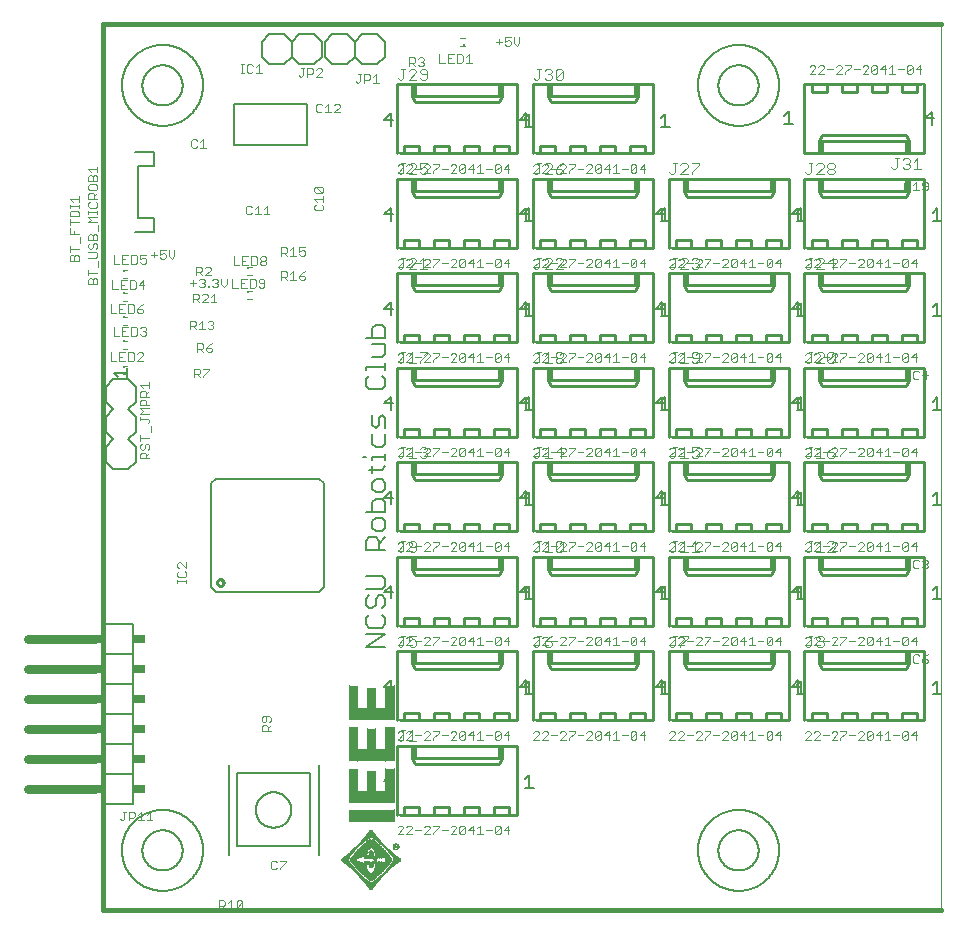
<source format=gto>
G75*
%MOIN*%
%OFA0B0*%
%FSLAX25Y25*%
%IPPOS*%
%LPD*%
%AMOC8*
5,1,8,0,0,1.08239X$1,22.5*
%
%ADD10C,0.01600*%
%ADD11C,0.00100*%
%ADD12C,0.00600*%
%ADD13C,0.00300*%
%ADD14C,0.00800*%
%ADD15C,0.01000*%
%ADD16C,0.00400*%
%ADD17R,0.00984X0.00886*%
%ADD18C,0.03000*%
%ADD19R,0.02000X0.03000*%
%ADD20R,0.04000X0.03000*%
%ADD21C,0.00500*%
%ADD22R,0.00030X0.00270*%
%ADD23R,0.00030X0.00480*%
%ADD24R,0.00030X0.00600*%
%ADD25R,0.00030X0.00690*%
%ADD26R,0.00030X0.00750*%
%ADD27R,0.00030X0.00840*%
%ADD28R,0.00030X0.00930*%
%ADD29R,0.00030X0.00960*%
%ADD30R,0.00030X0.01020*%
%ADD31R,0.00030X0.01050*%
%ADD32R,0.00030X0.01080*%
%ADD33R,0.00030X0.01110*%
%ADD34R,0.00030X0.01140*%
%ADD35R,0.00030X0.01200*%
%ADD36R,0.00030X0.01260*%
%ADD37R,0.00030X0.01350*%
%ADD38R,0.00030X0.01380*%
%ADD39R,0.00030X0.01410*%
%ADD40R,0.00030X0.00300*%
%ADD41R,0.00030X0.01440*%
%ADD42R,0.00030X0.00570*%
%ADD43R,0.00030X0.01470*%
%ADD44R,0.00030X0.00720*%
%ADD45R,0.00030X0.01530*%
%ADD46R,0.00030X0.01590*%
%ADD47R,0.00030X0.01620*%
%ADD48R,0.00030X0.01680*%
%ADD49R,0.00030X0.00450*%
%ADD50R,0.00030X0.01710*%
%ADD51R,0.00030X0.00390*%
%ADD52R,0.00030X0.00360*%
%ADD53R,0.00030X0.01740*%
%ADD54R,0.00030X0.00330*%
%ADD55R,0.00030X0.01800*%
%ADD56R,0.00030X0.01860*%
%ADD57R,0.00030X0.01920*%
%ADD58R,0.00030X0.01980*%
%ADD59R,0.00030X0.02010*%
%ADD60R,0.00030X0.00240*%
%ADD61R,0.00030X0.02040*%
%ADD62R,0.00030X0.00270*%
%ADD63R,0.00030X0.02070*%
%ADD64R,0.00030X0.02130*%
%ADD65R,0.00030X0.00150*%
%ADD66R,0.00030X0.02160*%
%ADD67R,0.00030X0.00210*%
%ADD68R,0.00030X0.02190*%
%ADD69R,0.00030X0.00180*%
%ADD70R,0.00030X0.02250*%
%ADD71R,0.00030X0.00240*%
%ADD72R,0.00030X0.02280*%
%ADD73R,0.00030X0.02340*%
%ADD74R,0.00030X0.02400*%
%ADD75R,0.00030X0.02460*%
%ADD76R,0.00030X0.02490*%
%ADD77R,0.00030X0.02520*%
%ADD78R,0.00030X0.02580*%
%ADD79R,0.00030X0.02640*%
%ADD80R,0.00030X0.02670*%
%ADD81R,0.00030X0.02760*%
%ADD82R,0.00030X0.02790*%
%ADD83R,0.00030X0.02820*%
%ADD84R,0.00030X0.02880*%
%ADD85R,0.00030X0.02940*%
%ADD86R,0.00030X0.00630*%
%ADD87R,0.00030X0.00690*%
%ADD88R,0.00030X0.03000*%
%ADD89R,0.00030X0.03060*%
%ADD90R,0.00030X0.03090*%
%ADD91R,0.00030X0.03150*%
%ADD92R,0.00030X0.03180*%
%ADD93R,0.00030X0.03240*%
%ADD94R,0.00030X0.03300*%
%ADD95R,0.00030X0.03360*%
%ADD96R,0.00030X0.03420*%
%ADD97R,0.00030X0.03480*%
%ADD98R,0.00030X0.03540*%
%ADD99R,0.00030X0.03600*%
%ADD100R,0.00030X0.00660*%
%ADD101R,0.00030X0.03660*%
%ADD102R,0.00030X0.03720*%
%ADD103R,0.00030X0.00510*%
%ADD104R,0.00030X0.03780*%
%ADD105R,0.00030X0.00030*%
%ADD106R,0.00030X0.03840*%
%ADD107R,0.00030X0.00120*%
%ADD108R,0.00030X0.00090*%
%ADD109R,0.00030X0.00060*%
%ADD110R,0.00030X0.03900*%
%ADD111R,0.00030X0.04050*%
%ADD112R,0.00030X0.11280*%
%ADD113R,0.00030X0.11310*%
%ADD114R,0.00030X0.11340*%
%ADD115R,0.00030X0.03960*%
%ADD116R,0.00030X0.11370*%
%ADD117R,0.00030X0.11400*%
%ADD118R,0.00030X0.04020*%
%ADD119R,0.00030X0.04110*%
%ADD120R,0.00030X0.11370*%
%ADD121R,0.00030X0.04080*%
%ADD122R,0.00030X0.04140*%
%ADD123R,0.00030X0.11340*%
%ADD124R,0.00030X0.04200*%
%ADD125R,0.00030X0.00420*%
%ADD126R,0.00030X0.04230*%
%ADD127R,0.00030X0.01140*%
%ADD128R,0.00030X0.01950*%
%ADD129R,0.00030X0.01890*%
%ADD130R,0.00030X0.01770*%
%ADD131R,0.00030X0.00810*%
%ADD132R,0.00030X0.01830*%
%ADD133R,0.00030X0.01770*%
%ADD134R,0.00030X0.01650*%
%ADD135R,0.00030X0.01740*%
%ADD136R,0.00030X0.01590*%
%ADD137R,0.00030X0.01560*%
%ADD138R,0.00030X0.01500*%
%ADD139R,0.00030X0.01620*%
%ADD140R,0.00030X0.01470*%
%ADD141R,0.00030X0.01440*%
%ADD142R,0.00030X0.00990*%
%ADD143R,0.00030X0.01320*%
%ADD144R,0.00030X0.01320*%
%ADD145R,0.00030X0.01170*%
%ADD146R,0.00030X0.01290*%
%ADD147R,0.00030X0.01290*%
%ADD148R,0.00030X0.01230*%
%ADD149R,0.00030X0.01920*%
%ADD150R,0.00030X0.01170*%
%ADD151R,0.00030X0.02100*%
%ADD152R,0.00030X0.02190*%
%ADD153R,0.00030X0.02550*%
%ADD154R,0.00030X0.02700*%
%ADD155R,0.00030X0.02850*%
%ADD156R,0.00030X0.02970*%
%ADD157R,0.00030X0.03030*%
%ADD158R,0.00030X0.01020*%
%ADD159R,0.00030X0.03330*%
%ADD160R,0.00030X0.03390*%
%ADD161R,0.00030X0.03450*%
%ADD162R,0.00030X0.03630*%
%ADD163R,0.00030X0.03690*%
%ADD164R,0.00030X0.03810*%
%ADD165R,0.00030X0.00990*%
%ADD166R,0.00030X0.03990*%
%ADD167R,0.00030X0.04020*%
%ADD168R,0.00030X0.04170*%
%ADD169R,0.00030X0.04320*%
%ADD170R,0.00030X0.04380*%
%ADD171R,0.00030X0.04440*%
%ADD172R,0.00030X0.04500*%
%ADD173R,0.00030X0.04560*%
%ADD174R,0.00030X0.04650*%
%ADD175R,0.00030X0.00900*%
%ADD176R,0.00030X0.04710*%
%ADD177R,0.00030X0.04800*%
%ADD178R,0.00030X0.04860*%
%ADD179R,0.00030X0.04920*%
%ADD180R,0.00030X0.05010*%
%ADD181R,0.00030X0.05070*%
%ADD182R,0.00030X0.00870*%
%ADD183R,0.00030X0.05130*%
%ADD184R,0.00030X0.05220*%
%ADD185R,0.00030X0.05280*%
%ADD186R,0.00030X0.05340*%
%ADD187R,0.00030X0.05430*%
%ADD188R,0.00030X0.00870*%
%ADD189R,0.00030X0.05490*%
%ADD190R,0.00030X0.02640*%
%ADD191R,0.00030X0.02370*%
%ADD192R,0.00030X0.02310*%
%ADD193R,0.00030X0.04260*%
%ADD194R,0.00030X0.00120*%
%ADD195R,0.00030X0.04170*%
%ADD196R,0.00030X0.02220*%
%ADD197R,0.00030X0.02430*%
%ADD198R,0.00030X0.02610*%
%ADD199R,0.00030X0.02730*%
%ADD200R,0.00030X0.02970*%
%ADD201R,0.00030X0.02910*%
%ADD202R,0.00030X0.03120*%
%ADD203R,0.00030X0.03090*%
%ADD204R,0.00030X0.03210*%
%ADD205R,0.00030X0.03270*%
%ADD206R,0.00030X0.03240*%
%ADD207R,0.00030X0.03420*%
%ADD208R,0.00030X0.03390*%
%ADD209R,0.00030X0.03510*%
%ADD210R,0.00030X0.03570*%
%ADD211R,0.00030X0.03540*%
%ADD212R,0.00030X0.03690*%
%ADD213R,0.00030X0.03720*%
%ADD214R,0.00030X0.03870*%
%ADD215R,0.00030X0.03750*%
%ADD216R,0.00030X0.03930*%
%ADD217R,0.00030X0.03840*%
%ADD218R,0.00030X0.03870*%
%ADD219R,0.00030X0.04350*%
%ADD220R,0.00030X0.04290*%
%ADD221R,0.00030X0.04470*%
%ADD222R,0.00030X0.04320*%
%ADD223R,0.00030X0.04530*%
%ADD224R,0.00030X0.04590*%
%ADD225R,0.00030X0.04470*%
%ADD226R,0.00030X0.04620*%
%ADD227R,0.00030X0.04680*%
%ADD228R,0.00030X0.04590*%
%ADD229R,0.00030X0.04740*%
%ADD230R,0.00030X0.04620*%
%ADD231R,0.00030X0.04770*%
%ADD232R,0.00030X0.04830*%
%ADD233R,0.00030X0.04740*%
%ADD234R,0.00030X0.04770*%
%ADD235R,0.00030X0.04890*%
%ADD236R,0.00030X0.04980*%
%ADD237R,0.00030X0.04890*%
%ADD238R,0.00030X0.04920*%
%ADD239R,0.00030X0.05040*%
%ADD240R,0.00030X0.04950*%
%ADD241R,0.00030X0.05070*%
%ADD242R,0.00030X0.05100*%
%ADD243R,0.00030X0.05160*%
%ADD244R,0.00030X0.05250*%
%ADD245R,0.00030X0.05190*%
%ADD246R,0.00030X0.05220*%
%ADD247R,0.00030X0.11760*%
%ADD248R,0.00030X0.11820*%
%ADD249R,0.00030X0.11850*%
%ADD250R,0.00030X0.11910*%
%ADD251R,0.00030X0.05310*%
%ADD252R,0.00030X0.10710*%
%ADD253R,0.00030X0.06120*%
%ADD254R,0.00030X0.06420*%
%ADD255R,0.00030X0.10770*%
%ADD256R,0.00030X0.10800*%
%ADD257R,0.00030X0.10770*%
%ADD258R,0.00030X0.04410*%
%ADD259R,0.00030X0.03990*%
%ADD260R,0.00030X0.03570*%
%ADD261R,0.00030X0.03270*%
%ADD262R,0.00030X0.01890*%
%ADD263R,0.00030X0.02340*%
%ADD264R,0.00030X0.02670*%
%ADD265R,0.00030X0.02040*%
%ADD266R,0.00030X0.02070*%
%ADD267R,0.00030X0.02220*%
%ADD268R,0.00030X0.02370*%
%ADD269R,0.00030X0.02520*%
%ADD270R,0.00030X0.02490*%
%ADD271R,0.00030X0.00540*%
%ADD272R,0.00030X0.00420*%
%ADD273R,0.00030X0.10740*%
%ADD274R,0.00030X0.06450*%
%ADD275R,0.00030X0.04140*%
%ADD276R,0.00030X0.05580*%
%ADD277R,0.00030X0.05550*%
%ADD278R,0.00030X0.05460*%
%ADD279R,0.00030X0.05520*%
%ADD280R,0.00030X0.05400*%
%ADD281R,0.00030X0.05370*%
%ADD282R,0.00030X0.00570*%
%ADD283R,0.00030X0.04290*%
%ADD284R,0.00030X0.03120*%
%ADD285R,0.00030X0.02820*%
%ADD286R,0.00030X0.00540*%
%ADD287R,0.00030X0.11250*%
%ADD288R,0.00030X0.11100*%
%ADD289C,0.00700*%
D10*
X0027500Y0001800D02*
X0027500Y0297076D01*
X0307028Y0297076D01*
X0307028Y0001800D02*
X0027500Y0001800D01*
D11*
X0307028Y0001800D02*
X0307028Y0297076D01*
D12*
X0232807Y0276800D02*
X0232809Y0276964D01*
X0232815Y0277128D01*
X0232825Y0277292D01*
X0232839Y0277456D01*
X0232857Y0277619D01*
X0232879Y0277782D01*
X0232906Y0277944D01*
X0232936Y0278106D01*
X0232970Y0278266D01*
X0233008Y0278426D01*
X0233049Y0278585D01*
X0233095Y0278743D01*
X0233145Y0278899D01*
X0233198Y0279055D01*
X0233255Y0279209D01*
X0233316Y0279361D01*
X0233381Y0279512D01*
X0233450Y0279662D01*
X0233522Y0279809D01*
X0233597Y0279955D01*
X0233677Y0280099D01*
X0233759Y0280241D01*
X0233845Y0280381D01*
X0233935Y0280518D01*
X0234028Y0280654D01*
X0234124Y0280787D01*
X0234224Y0280918D01*
X0234326Y0281046D01*
X0234432Y0281172D01*
X0234541Y0281295D01*
X0234653Y0281415D01*
X0234767Y0281533D01*
X0234885Y0281647D01*
X0235005Y0281759D01*
X0235128Y0281868D01*
X0235254Y0281974D01*
X0235382Y0282076D01*
X0235513Y0282176D01*
X0235646Y0282272D01*
X0235782Y0282365D01*
X0235919Y0282455D01*
X0236059Y0282541D01*
X0236201Y0282623D01*
X0236345Y0282703D01*
X0236491Y0282778D01*
X0236638Y0282850D01*
X0236788Y0282919D01*
X0236939Y0282984D01*
X0237091Y0283045D01*
X0237245Y0283102D01*
X0237401Y0283155D01*
X0237557Y0283205D01*
X0237715Y0283251D01*
X0237874Y0283292D01*
X0238034Y0283330D01*
X0238194Y0283364D01*
X0238356Y0283394D01*
X0238518Y0283421D01*
X0238681Y0283443D01*
X0238844Y0283461D01*
X0239008Y0283475D01*
X0239172Y0283485D01*
X0239336Y0283491D01*
X0239500Y0283493D01*
X0239664Y0283491D01*
X0239828Y0283485D01*
X0239992Y0283475D01*
X0240156Y0283461D01*
X0240319Y0283443D01*
X0240482Y0283421D01*
X0240644Y0283394D01*
X0240806Y0283364D01*
X0240966Y0283330D01*
X0241126Y0283292D01*
X0241285Y0283251D01*
X0241443Y0283205D01*
X0241599Y0283155D01*
X0241755Y0283102D01*
X0241909Y0283045D01*
X0242061Y0282984D01*
X0242212Y0282919D01*
X0242362Y0282850D01*
X0242509Y0282778D01*
X0242655Y0282703D01*
X0242799Y0282623D01*
X0242941Y0282541D01*
X0243081Y0282455D01*
X0243218Y0282365D01*
X0243354Y0282272D01*
X0243487Y0282176D01*
X0243618Y0282076D01*
X0243746Y0281974D01*
X0243872Y0281868D01*
X0243995Y0281759D01*
X0244115Y0281647D01*
X0244233Y0281533D01*
X0244347Y0281415D01*
X0244459Y0281295D01*
X0244568Y0281172D01*
X0244674Y0281046D01*
X0244776Y0280918D01*
X0244876Y0280787D01*
X0244972Y0280654D01*
X0245065Y0280518D01*
X0245155Y0280381D01*
X0245241Y0280241D01*
X0245323Y0280099D01*
X0245403Y0279955D01*
X0245478Y0279809D01*
X0245550Y0279662D01*
X0245619Y0279512D01*
X0245684Y0279361D01*
X0245745Y0279209D01*
X0245802Y0279055D01*
X0245855Y0278899D01*
X0245905Y0278743D01*
X0245951Y0278585D01*
X0245992Y0278426D01*
X0246030Y0278266D01*
X0246064Y0278106D01*
X0246094Y0277944D01*
X0246121Y0277782D01*
X0246143Y0277619D01*
X0246161Y0277456D01*
X0246175Y0277292D01*
X0246185Y0277128D01*
X0246191Y0276964D01*
X0246193Y0276800D01*
X0246191Y0276636D01*
X0246185Y0276472D01*
X0246175Y0276308D01*
X0246161Y0276144D01*
X0246143Y0275981D01*
X0246121Y0275818D01*
X0246094Y0275656D01*
X0246064Y0275494D01*
X0246030Y0275334D01*
X0245992Y0275174D01*
X0245951Y0275015D01*
X0245905Y0274857D01*
X0245855Y0274701D01*
X0245802Y0274545D01*
X0245745Y0274391D01*
X0245684Y0274239D01*
X0245619Y0274088D01*
X0245550Y0273938D01*
X0245478Y0273791D01*
X0245403Y0273645D01*
X0245323Y0273501D01*
X0245241Y0273359D01*
X0245155Y0273219D01*
X0245065Y0273082D01*
X0244972Y0272946D01*
X0244876Y0272813D01*
X0244776Y0272682D01*
X0244674Y0272554D01*
X0244568Y0272428D01*
X0244459Y0272305D01*
X0244347Y0272185D01*
X0244233Y0272067D01*
X0244115Y0271953D01*
X0243995Y0271841D01*
X0243872Y0271732D01*
X0243746Y0271626D01*
X0243618Y0271524D01*
X0243487Y0271424D01*
X0243354Y0271328D01*
X0243218Y0271235D01*
X0243081Y0271145D01*
X0242941Y0271059D01*
X0242799Y0270977D01*
X0242655Y0270897D01*
X0242509Y0270822D01*
X0242362Y0270750D01*
X0242212Y0270681D01*
X0242061Y0270616D01*
X0241909Y0270555D01*
X0241755Y0270498D01*
X0241599Y0270445D01*
X0241443Y0270395D01*
X0241285Y0270349D01*
X0241126Y0270308D01*
X0240966Y0270270D01*
X0240806Y0270236D01*
X0240644Y0270206D01*
X0240482Y0270179D01*
X0240319Y0270157D01*
X0240156Y0270139D01*
X0239992Y0270125D01*
X0239828Y0270115D01*
X0239664Y0270109D01*
X0239500Y0270107D01*
X0239336Y0270109D01*
X0239172Y0270115D01*
X0239008Y0270125D01*
X0238844Y0270139D01*
X0238681Y0270157D01*
X0238518Y0270179D01*
X0238356Y0270206D01*
X0238194Y0270236D01*
X0238034Y0270270D01*
X0237874Y0270308D01*
X0237715Y0270349D01*
X0237557Y0270395D01*
X0237401Y0270445D01*
X0237245Y0270498D01*
X0237091Y0270555D01*
X0236939Y0270616D01*
X0236788Y0270681D01*
X0236638Y0270750D01*
X0236491Y0270822D01*
X0236345Y0270897D01*
X0236201Y0270977D01*
X0236059Y0271059D01*
X0235919Y0271145D01*
X0235782Y0271235D01*
X0235646Y0271328D01*
X0235513Y0271424D01*
X0235382Y0271524D01*
X0235254Y0271626D01*
X0235128Y0271732D01*
X0235005Y0271841D01*
X0234885Y0271953D01*
X0234767Y0272067D01*
X0234653Y0272185D01*
X0234541Y0272305D01*
X0234432Y0272428D01*
X0234326Y0272554D01*
X0234224Y0272682D01*
X0234124Y0272813D01*
X0234028Y0272946D01*
X0233935Y0273082D01*
X0233845Y0273219D01*
X0233759Y0273359D01*
X0233677Y0273501D01*
X0233597Y0273645D01*
X0233522Y0273791D01*
X0233450Y0273938D01*
X0233381Y0274088D01*
X0233316Y0274239D01*
X0233255Y0274391D01*
X0233198Y0274545D01*
X0233145Y0274701D01*
X0233095Y0274857D01*
X0233049Y0275015D01*
X0233008Y0275174D01*
X0232970Y0275334D01*
X0232936Y0275494D01*
X0232906Y0275656D01*
X0232879Y0275818D01*
X0232857Y0275981D01*
X0232839Y0276144D01*
X0232825Y0276308D01*
X0232815Y0276472D01*
X0232809Y0276636D01*
X0232807Y0276800D01*
X0226000Y0276800D02*
X0226004Y0277131D01*
X0226016Y0277462D01*
X0226037Y0277793D01*
X0226065Y0278123D01*
X0226102Y0278453D01*
X0226146Y0278781D01*
X0226199Y0279108D01*
X0226259Y0279434D01*
X0226328Y0279758D01*
X0226405Y0280080D01*
X0226489Y0280401D01*
X0226581Y0280719D01*
X0226681Y0281035D01*
X0226789Y0281348D01*
X0226905Y0281659D01*
X0227028Y0281966D01*
X0227158Y0282271D01*
X0227296Y0282572D01*
X0227441Y0282870D01*
X0227594Y0283164D01*
X0227754Y0283454D01*
X0227921Y0283740D01*
X0228094Y0284022D01*
X0228275Y0284300D01*
X0228463Y0284573D01*
X0228657Y0284842D01*
X0228857Y0285106D01*
X0229064Y0285364D01*
X0229278Y0285618D01*
X0229497Y0285866D01*
X0229723Y0286109D01*
X0229954Y0286346D01*
X0230191Y0286577D01*
X0230434Y0286803D01*
X0230682Y0287022D01*
X0230936Y0287236D01*
X0231194Y0287443D01*
X0231458Y0287643D01*
X0231727Y0287837D01*
X0232000Y0288025D01*
X0232278Y0288206D01*
X0232560Y0288379D01*
X0232846Y0288546D01*
X0233136Y0288706D01*
X0233430Y0288859D01*
X0233728Y0289004D01*
X0234029Y0289142D01*
X0234334Y0289272D01*
X0234641Y0289395D01*
X0234952Y0289511D01*
X0235265Y0289619D01*
X0235581Y0289719D01*
X0235899Y0289811D01*
X0236220Y0289895D01*
X0236542Y0289972D01*
X0236866Y0290041D01*
X0237192Y0290101D01*
X0237519Y0290154D01*
X0237847Y0290198D01*
X0238177Y0290235D01*
X0238507Y0290263D01*
X0238838Y0290284D01*
X0239169Y0290296D01*
X0239500Y0290300D01*
X0239831Y0290296D01*
X0240162Y0290284D01*
X0240493Y0290263D01*
X0240823Y0290235D01*
X0241153Y0290198D01*
X0241481Y0290154D01*
X0241808Y0290101D01*
X0242134Y0290041D01*
X0242458Y0289972D01*
X0242780Y0289895D01*
X0243101Y0289811D01*
X0243419Y0289719D01*
X0243735Y0289619D01*
X0244048Y0289511D01*
X0244359Y0289395D01*
X0244666Y0289272D01*
X0244971Y0289142D01*
X0245272Y0289004D01*
X0245570Y0288859D01*
X0245864Y0288706D01*
X0246154Y0288546D01*
X0246440Y0288379D01*
X0246722Y0288206D01*
X0247000Y0288025D01*
X0247273Y0287837D01*
X0247542Y0287643D01*
X0247806Y0287443D01*
X0248064Y0287236D01*
X0248318Y0287022D01*
X0248566Y0286803D01*
X0248809Y0286577D01*
X0249046Y0286346D01*
X0249277Y0286109D01*
X0249503Y0285866D01*
X0249722Y0285618D01*
X0249936Y0285364D01*
X0250143Y0285106D01*
X0250343Y0284842D01*
X0250537Y0284573D01*
X0250725Y0284300D01*
X0250906Y0284022D01*
X0251079Y0283740D01*
X0251246Y0283454D01*
X0251406Y0283164D01*
X0251559Y0282870D01*
X0251704Y0282572D01*
X0251842Y0282271D01*
X0251972Y0281966D01*
X0252095Y0281659D01*
X0252211Y0281348D01*
X0252319Y0281035D01*
X0252419Y0280719D01*
X0252511Y0280401D01*
X0252595Y0280080D01*
X0252672Y0279758D01*
X0252741Y0279434D01*
X0252801Y0279108D01*
X0252854Y0278781D01*
X0252898Y0278453D01*
X0252935Y0278123D01*
X0252963Y0277793D01*
X0252984Y0277462D01*
X0252996Y0277131D01*
X0253000Y0276800D01*
X0252996Y0276469D01*
X0252984Y0276138D01*
X0252963Y0275807D01*
X0252935Y0275477D01*
X0252898Y0275147D01*
X0252854Y0274819D01*
X0252801Y0274492D01*
X0252741Y0274166D01*
X0252672Y0273842D01*
X0252595Y0273520D01*
X0252511Y0273199D01*
X0252419Y0272881D01*
X0252319Y0272565D01*
X0252211Y0272252D01*
X0252095Y0271941D01*
X0251972Y0271634D01*
X0251842Y0271329D01*
X0251704Y0271028D01*
X0251559Y0270730D01*
X0251406Y0270436D01*
X0251246Y0270146D01*
X0251079Y0269860D01*
X0250906Y0269578D01*
X0250725Y0269300D01*
X0250537Y0269027D01*
X0250343Y0268758D01*
X0250143Y0268494D01*
X0249936Y0268236D01*
X0249722Y0267982D01*
X0249503Y0267734D01*
X0249277Y0267491D01*
X0249046Y0267254D01*
X0248809Y0267023D01*
X0248566Y0266797D01*
X0248318Y0266578D01*
X0248064Y0266364D01*
X0247806Y0266157D01*
X0247542Y0265957D01*
X0247273Y0265763D01*
X0247000Y0265575D01*
X0246722Y0265394D01*
X0246440Y0265221D01*
X0246154Y0265054D01*
X0245864Y0264894D01*
X0245570Y0264741D01*
X0245272Y0264596D01*
X0244971Y0264458D01*
X0244666Y0264328D01*
X0244359Y0264205D01*
X0244048Y0264089D01*
X0243735Y0263981D01*
X0243419Y0263881D01*
X0243101Y0263789D01*
X0242780Y0263705D01*
X0242458Y0263628D01*
X0242134Y0263559D01*
X0241808Y0263499D01*
X0241481Y0263446D01*
X0241153Y0263402D01*
X0240823Y0263365D01*
X0240493Y0263337D01*
X0240162Y0263316D01*
X0239831Y0263304D01*
X0239500Y0263300D01*
X0239169Y0263304D01*
X0238838Y0263316D01*
X0238507Y0263337D01*
X0238177Y0263365D01*
X0237847Y0263402D01*
X0237519Y0263446D01*
X0237192Y0263499D01*
X0236866Y0263559D01*
X0236542Y0263628D01*
X0236220Y0263705D01*
X0235899Y0263789D01*
X0235581Y0263881D01*
X0235265Y0263981D01*
X0234952Y0264089D01*
X0234641Y0264205D01*
X0234334Y0264328D01*
X0234029Y0264458D01*
X0233728Y0264596D01*
X0233430Y0264741D01*
X0233136Y0264894D01*
X0232846Y0265054D01*
X0232560Y0265221D01*
X0232278Y0265394D01*
X0232000Y0265575D01*
X0231727Y0265763D01*
X0231458Y0265957D01*
X0231194Y0266157D01*
X0230936Y0266364D01*
X0230682Y0266578D01*
X0230434Y0266797D01*
X0230191Y0267023D01*
X0229954Y0267254D01*
X0229723Y0267491D01*
X0229497Y0267734D01*
X0229278Y0267982D01*
X0229064Y0268236D01*
X0228857Y0268494D01*
X0228657Y0268758D01*
X0228463Y0269027D01*
X0228275Y0269300D01*
X0228094Y0269578D01*
X0227921Y0269860D01*
X0227754Y0270146D01*
X0227594Y0270436D01*
X0227441Y0270730D01*
X0227296Y0271028D01*
X0227158Y0271329D01*
X0227028Y0271634D01*
X0226905Y0271941D01*
X0226789Y0272252D01*
X0226681Y0272565D01*
X0226581Y0272881D01*
X0226489Y0273199D01*
X0226405Y0273520D01*
X0226328Y0273842D01*
X0226259Y0274166D01*
X0226199Y0274492D01*
X0226146Y0274819D01*
X0226102Y0275147D01*
X0226065Y0275477D01*
X0226037Y0275807D01*
X0226016Y0276138D01*
X0226004Y0276469D01*
X0226000Y0276800D01*
X0121500Y0286300D02*
X0119000Y0283800D01*
X0114000Y0283800D01*
X0111500Y0286300D01*
X0109000Y0283800D01*
X0104000Y0283800D01*
X0101500Y0286300D01*
X0101500Y0291300D01*
X0104000Y0293800D01*
X0109000Y0293800D01*
X0111500Y0291300D01*
X0114000Y0293800D01*
X0119000Y0293800D01*
X0121500Y0291300D01*
X0121500Y0286300D01*
X0111500Y0286300D02*
X0111500Y0291300D01*
X0100500Y0291300D02*
X0100500Y0286300D01*
X0098000Y0283800D01*
X0093000Y0283800D01*
X0090500Y0286300D01*
X0088000Y0283800D01*
X0083000Y0283800D01*
X0080500Y0286300D01*
X0080500Y0291300D01*
X0083000Y0293800D01*
X0088000Y0293800D01*
X0090500Y0291300D01*
X0093000Y0293800D01*
X0098000Y0293800D01*
X0100500Y0291300D01*
X0090500Y0291300D02*
X0090500Y0286300D01*
X0095799Y0270615D02*
X0071201Y0270615D01*
X0071201Y0256993D01*
X0095799Y0256993D01*
X0095799Y0270615D01*
X0040807Y0276800D02*
X0040809Y0276964D01*
X0040815Y0277128D01*
X0040825Y0277292D01*
X0040839Y0277456D01*
X0040857Y0277619D01*
X0040879Y0277782D01*
X0040906Y0277944D01*
X0040936Y0278106D01*
X0040970Y0278266D01*
X0041008Y0278426D01*
X0041049Y0278585D01*
X0041095Y0278743D01*
X0041145Y0278899D01*
X0041198Y0279055D01*
X0041255Y0279209D01*
X0041316Y0279361D01*
X0041381Y0279512D01*
X0041450Y0279662D01*
X0041522Y0279809D01*
X0041597Y0279955D01*
X0041677Y0280099D01*
X0041759Y0280241D01*
X0041845Y0280381D01*
X0041935Y0280518D01*
X0042028Y0280654D01*
X0042124Y0280787D01*
X0042224Y0280918D01*
X0042326Y0281046D01*
X0042432Y0281172D01*
X0042541Y0281295D01*
X0042653Y0281415D01*
X0042767Y0281533D01*
X0042885Y0281647D01*
X0043005Y0281759D01*
X0043128Y0281868D01*
X0043254Y0281974D01*
X0043382Y0282076D01*
X0043513Y0282176D01*
X0043646Y0282272D01*
X0043782Y0282365D01*
X0043919Y0282455D01*
X0044059Y0282541D01*
X0044201Y0282623D01*
X0044345Y0282703D01*
X0044491Y0282778D01*
X0044638Y0282850D01*
X0044788Y0282919D01*
X0044939Y0282984D01*
X0045091Y0283045D01*
X0045245Y0283102D01*
X0045401Y0283155D01*
X0045557Y0283205D01*
X0045715Y0283251D01*
X0045874Y0283292D01*
X0046034Y0283330D01*
X0046194Y0283364D01*
X0046356Y0283394D01*
X0046518Y0283421D01*
X0046681Y0283443D01*
X0046844Y0283461D01*
X0047008Y0283475D01*
X0047172Y0283485D01*
X0047336Y0283491D01*
X0047500Y0283493D01*
X0047664Y0283491D01*
X0047828Y0283485D01*
X0047992Y0283475D01*
X0048156Y0283461D01*
X0048319Y0283443D01*
X0048482Y0283421D01*
X0048644Y0283394D01*
X0048806Y0283364D01*
X0048966Y0283330D01*
X0049126Y0283292D01*
X0049285Y0283251D01*
X0049443Y0283205D01*
X0049599Y0283155D01*
X0049755Y0283102D01*
X0049909Y0283045D01*
X0050061Y0282984D01*
X0050212Y0282919D01*
X0050362Y0282850D01*
X0050509Y0282778D01*
X0050655Y0282703D01*
X0050799Y0282623D01*
X0050941Y0282541D01*
X0051081Y0282455D01*
X0051218Y0282365D01*
X0051354Y0282272D01*
X0051487Y0282176D01*
X0051618Y0282076D01*
X0051746Y0281974D01*
X0051872Y0281868D01*
X0051995Y0281759D01*
X0052115Y0281647D01*
X0052233Y0281533D01*
X0052347Y0281415D01*
X0052459Y0281295D01*
X0052568Y0281172D01*
X0052674Y0281046D01*
X0052776Y0280918D01*
X0052876Y0280787D01*
X0052972Y0280654D01*
X0053065Y0280518D01*
X0053155Y0280381D01*
X0053241Y0280241D01*
X0053323Y0280099D01*
X0053403Y0279955D01*
X0053478Y0279809D01*
X0053550Y0279662D01*
X0053619Y0279512D01*
X0053684Y0279361D01*
X0053745Y0279209D01*
X0053802Y0279055D01*
X0053855Y0278899D01*
X0053905Y0278743D01*
X0053951Y0278585D01*
X0053992Y0278426D01*
X0054030Y0278266D01*
X0054064Y0278106D01*
X0054094Y0277944D01*
X0054121Y0277782D01*
X0054143Y0277619D01*
X0054161Y0277456D01*
X0054175Y0277292D01*
X0054185Y0277128D01*
X0054191Y0276964D01*
X0054193Y0276800D01*
X0054191Y0276636D01*
X0054185Y0276472D01*
X0054175Y0276308D01*
X0054161Y0276144D01*
X0054143Y0275981D01*
X0054121Y0275818D01*
X0054094Y0275656D01*
X0054064Y0275494D01*
X0054030Y0275334D01*
X0053992Y0275174D01*
X0053951Y0275015D01*
X0053905Y0274857D01*
X0053855Y0274701D01*
X0053802Y0274545D01*
X0053745Y0274391D01*
X0053684Y0274239D01*
X0053619Y0274088D01*
X0053550Y0273938D01*
X0053478Y0273791D01*
X0053403Y0273645D01*
X0053323Y0273501D01*
X0053241Y0273359D01*
X0053155Y0273219D01*
X0053065Y0273082D01*
X0052972Y0272946D01*
X0052876Y0272813D01*
X0052776Y0272682D01*
X0052674Y0272554D01*
X0052568Y0272428D01*
X0052459Y0272305D01*
X0052347Y0272185D01*
X0052233Y0272067D01*
X0052115Y0271953D01*
X0051995Y0271841D01*
X0051872Y0271732D01*
X0051746Y0271626D01*
X0051618Y0271524D01*
X0051487Y0271424D01*
X0051354Y0271328D01*
X0051218Y0271235D01*
X0051081Y0271145D01*
X0050941Y0271059D01*
X0050799Y0270977D01*
X0050655Y0270897D01*
X0050509Y0270822D01*
X0050362Y0270750D01*
X0050212Y0270681D01*
X0050061Y0270616D01*
X0049909Y0270555D01*
X0049755Y0270498D01*
X0049599Y0270445D01*
X0049443Y0270395D01*
X0049285Y0270349D01*
X0049126Y0270308D01*
X0048966Y0270270D01*
X0048806Y0270236D01*
X0048644Y0270206D01*
X0048482Y0270179D01*
X0048319Y0270157D01*
X0048156Y0270139D01*
X0047992Y0270125D01*
X0047828Y0270115D01*
X0047664Y0270109D01*
X0047500Y0270107D01*
X0047336Y0270109D01*
X0047172Y0270115D01*
X0047008Y0270125D01*
X0046844Y0270139D01*
X0046681Y0270157D01*
X0046518Y0270179D01*
X0046356Y0270206D01*
X0046194Y0270236D01*
X0046034Y0270270D01*
X0045874Y0270308D01*
X0045715Y0270349D01*
X0045557Y0270395D01*
X0045401Y0270445D01*
X0045245Y0270498D01*
X0045091Y0270555D01*
X0044939Y0270616D01*
X0044788Y0270681D01*
X0044638Y0270750D01*
X0044491Y0270822D01*
X0044345Y0270897D01*
X0044201Y0270977D01*
X0044059Y0271059D01*
X0043919Y0271145D01*
X0043782Y0271235D01*
X0043646Y0271328D01*
X0043513Y0271424D01*
X0043382Y0271524D01*
X0043254Y0271626D01*
X0043128Y0271732D01*
X0043005Y0271841D01*
X0042885Y0271953D01*
X0042767Y0272067D01*
X0042653Y0272185D01*
X0042541Y0272305D01*
X0042432Y0272428D01*
X0042326Y0272554D01*
X0042224Y0272682D01*
X0042124Y0272813D01*
X0042028Y0272946D01*
X0041935Y0273082D01*
X0041845Y0273219D01*
X0041759Y0273359D01*
X0041677Y0273501D01*
X0041597Y0273645D01*
X0041522Y0273791D01*
X0041450Y0273938D01*
X0041381Y0274088D01*
X0041316Y0274239D01*
X0041255Y0274391D01*
X0041198Y0274545D01*
X0041145Y0274701D01*
X0041095Y0274857D01*
X0041049Y0275015D01*
X0041008Y0275174D01*
X0040970Y0275334D01*
X0040936Y0275494D01*
X0040906Y0275656D01*
X0040879Y0275818D01*
X0040857Y0275981D01*
X0040839Y0276144D01*
X0040825Y0276308D01*
X0040815Y0276472D01*
X0040809Y0276636D01*
X0040807Y0276800D01*
X0034000Y0276800D02*
X0034004Y0277131D01*
X0034016Y0277462D01*
X0034037Y0277793D01*
X0034065Y0278123D01*
X0034102Y0278453D01*
X0034146Y0278781D01*
X0034199Y0279108D01*
X0034259Y0279434D01*
X0034328Y0279758D01*
X0034405Y0280080D01*
X0034489Y0280401D01*
X0034581Y0280719D01*
X0034681Y0281035D01*
X0034789Y0281348D01*
X0034905Y0281659D01*
X0035028Y0281966D01*
X0035158Y0282271D01*
X0035296Y0282572D01*
X0035441Y0282870D01*
X0035594Y0283164D01*
X0035754Y0283454D01*
X0035921Y0283740D01*
X0036094Y0284022D01*
X0036275Y0284300D01*
X0036463Y0284573D01*
X0036657Y0284842D01*
X0036857Y0285106D01*
X0037064Y0285364D01*
X0037278Y0285618D01*
X0037497Y0285866D01*
X0037723Y0286109D01*
X0037954Y0286346D01*
X0038191Y0286577D01*
X0038434Y0286803D01*
X0038682Y0287022D01*
X0038936Y0287236D01*
X0039194Y0287443D01*
X0039458Y0287643D01*
X0039727Y0287837D01*
X0040000Y0288025D01*
X0040278Y0288206D01*
X0040560Y0288379D01*
X0040846Y0288546D01*
X0041136Y0288706D01*
X0041430Y0288859D01*
X0041728Y0289004D01*
X0042029Y0289142D01*
X0042334Y0289272D01*
X0042641Y0289395D01*
X0042952Y0289511D01*
X0043265Y0289619D01*
X0043581Y0289719D01*
X0043899Y0289811D01*
X0044220Y0289895D01*
X0044542Y0289972D01*
X0044866Y0290041D01*
X0045192Y0290101D01*
X0045519Y0290154D01*
X0045847Y0290198D01*
X0046177Y0290235D01*
X0046507Y0290263D01*
X0046838Y0290284D01*
X0047169Y0290296D01*
X0047500Y0290300D01*
X0047831Y0290296D01*
X0048162Y0290284D01*
X0048493Y0290263D01*
X0048823Y0290235D01*
X0049153Y0290198D01*
X0049481Y0290154D01*
X0049808Y0290101D01*
X0050134Y0290041D01*
X0050458Y0289972D01*
X0050780Y0289895D01*
X0051101Y0289811D01*
X0051419Y0289719D01*
X0051735Y0289619D01*
X0052048Y0289511D01*
X0052359Y0289395D01*
X0052666Y0289272D01*
X0052971Y0289142D01*
X0053272Y0289004D01*
X0053570Y0288859D01*
X0053864Y0288706D01*
X0054154Y0288546D01*
X0054440Y0288379D01*
X0054722Y0288206D01*
X0055000Y0288025D01*
X0055273Y0287837D01*
X0055542Y0287643D01*
X0055806Y0287443D01*
X0056064Y0287236D01*
X0056318Y0287022D01*
X0056566Y0286803D01*
X0056809Y0286577D01*
X0057046Y0286346D01*
X0057277Y0286109D01*
X0057503Y0285866D01*
X0057722Y0285618D01*
X0057936Y0285364D01*
X0058143Y0285106D01*
X0058343Y0284842D01*
X0058537Y0284573D01*
X0058725Y0284300D01*
X0058906Y0284022D01*
X0059079Y0283740D01*
X0059246Y0283454D01*
X0059406Y0283164D01*
X0059559Y0282870D01*
X0059704Y0282572D01*
X0059842Y0282271D01*
X0059972Y0281966D01*
X0060095Y0281659D01*
X0060211Y0281348D01*
X0060319Y0281035D01*
X0060419Y0280719D01*
X0060511Y0280401D01*
X0060595Y0280080D01*
X0060672Y0279758D01*
X0060741Y0279434D01*
X0060801Y0279108D01*
X0060854Y0278781D01*
X0060898Y0278453D01*
X0060935Y0278123D01*
X0060963Y0277793D01*
X0060984Y0277462D01*
X0060996Y0277131D01*
X0061000Y0276800D01*
X0060996Y0276469D01*
X0060984Y0276138D01*
X0060963Y0275807D01*
X0060935Y0275477D01*
X0060898Y0275147D01*
X0060854Y0274819D01*
X0060801Y0274492D01*
X0060741Y0274166D01*
X0060672Y0273842D01*
X0060595Y0273520D01*
X0060511Y0273199D01*
X0060419Y0272881D01*
X0060319Y0272565D01*
X0060211Y0272252D01*
X0060095Y0271941D01*
X0059972Y0271634D01*
X0059842Y0271329D01*
X0059704Y0271028D01*
X0059559Y0270730D01*
X0059406Y0270436D01*
X0059246Y0270146D01*
X0059079Y0269860D01*
X0058906Y0269578D01*
X0058725Y0269300D01*
X0058537Y0269027D01*
X0058343Y0268758D01*
X0058143Y0268494D01*
X0057936Y0268236D01*
X0057722Y0267982D01*
X0057503Y0267734D01*
X0057277Y0267491D01*
X0057046Y0267254D01*
X0056809Y0267023D01*
X0056566Y0266797D01*
X0056318Y0266578D01*
X0056064Y0266364D01*
X0055806Y0266157D01*
X0055542Y0265957D01*
X0055273Y0265763D01*
X0055000Y0265575D01*
X0054722Y0265394D01*
X0054440Y0265221D01*
X0054154Y0265054D01*
X0053864Y0264894D01*
X0053570Y0264741D01*
X0053272Y0264596D01*
X0052971Y0264458D01*
X0052666Y0264328D01*
X0052359Y0264205D01*
X0052048Y0264089D01*
X0051735Y0263981D01*
X0051419Y0263881D01*
X0051101Y0263789D01*
X0050780Y0263705D01*
X0050458Y0263628D01*
X0050134Y0263559D01*
X0049808Y0263499D01*
X0049481Y0263446D01*
X0049153Y0263402D01*
X0048823Y0263365D01*
X0048493Y0263337D01*
X0048162Y0263316D01*
X0047831Y0263304D01*
X0047500Y0263300D01*
X0047169Y0263304D01*
X0046838Y0263316D01*
X0046507Y0263337D01*
X0046177Y0263365D01*
X0045847Y0263402D01*
X0045519Y0263446D01*
X0045192Y0263499D01*
X0044866Y0263559D01*
X0044542Y0263628D01*
X0044220Y0263705D01*
X0043899Y0263789D01*
X0043581Y0263881D01*
X0043265Y0263981D01*
X0042952Y0264089D01*
X0042641Y0264205D01*
X0042334Y0264328D01*
X0042029Y0264458D01*
X0041728Y0264596D01*
X0041430Y0264741D01*
X0041136Y0264894D01*
X0040846Y0265054D01*
X0040560Y0265221D01*
X0040278Y0265394D01*
X0040000Y0265575D01*
X0039727Y0265763D01*
X0039458Y0265957D01*
X0039194Y0266157D01*
X0038936Y0266364D01*
X0038682Y0266578D01*
X0038434Y0266797D01*
X0038191Y0267023D01*
X0037954Y0267254D01*
X0037723Y0267491D01*
X0037497Y0267734D01*
X0037278Y0267982D01*
X0037064Y0268236D01*
X0036857Y0268494D01*
X0036657Y0268758D01*
X0036463Y0269027D01*
X0036275Y0269300D01*
X0036094Y0269578D01*
X0035921Y0269860D01*
X0035754Y0270146D01*
X0035594Y0270436D01*
X0035441Y0270730D01*
X0035296Y0271028D01*
X0035158Y0271329D01*
X0035028Y0271634D01*
X0034905Y0271941D01*
X0034789Y0272252D01*
X0034681Y0272565D01*
X0034581Y0272881D01*
X0034489Y0273199D01*
X0034405Y0273520D01*
X0034328Y0273842D01*
X0034259Y0274166D01*
X0034199Y0274492D01*
X0034146Y0274819D01*
X0034102Y0275147D01*
X0034065Y0275477D01*
X0034037Y0275807D01*
X0034016Y0276138D01*
X0034004Y0276469D01*
X0034000Y0276800D01*
X0117430Y0195931D02*
X0117430Y0192728D01*
X0115295Y0192728D02*
X0121700Y0192728D01*
X0121700Y0195931D01*
X0120632Y0196998D01*
X0118497Y0196998D01*
X0117430Y0195931D01*
X0117430Y0190553D02*
X0121700Y0190553D01*
X0121700Y0187350D01*
X0120632Y0186282D01*
X0117430Y0186282D01*
X0115295Y0183053D02*
X0121700Y0183053D01*
X0121700Y0181985D02*
X0121700Y0184121D01*
X0120632Y0179810D02*
X0121700Y0178743D01*
X0121700Y0176608D01*
X0120632Y0175540D01*
X0116362Y0175540D01*
X0115295Y0176608D01*
X0115295Y0178743D01*
X0116362Y0179810D01*
X0115295Y0181985D02*
X0115295Y0183053D01*
X0117430Y0166919D02*
X0117430Y0163717D01*
X0118497Y0162649D01*
X0119565Y0163717D01*
X0119565Y0165852D01*
X0120632Y0166919D01*
X0121700Y0165852D01*
X0121700Y0162649D01*
X0121700Y0160474D02*
X0121700Y0157271D01*
X0120632Y0156203D01*
X0118497Y0156203D01*
X0117430Y0157271D01*
X0117430Y0160474D01*
X0117430Y0152974D02*
X0121700Y0152974D01*
X0121700Y0151906D02*
X0121700Y0154042D01*
X0121700Y0149745D02*
X0120632Y0148677D01*
X0116362Y0148677D01*
X0117430Y0147609D02*
X0117430Y0149745D01*
X0117430Y0151906D02*
X0117430Y0152974D01*
X0115295Y0152974D02*
X0114227Y0152974D01*
X0118497Y0145434D02*
X0117430Y0144367D01*
X0117430Y0142232D01*
X0118497Y0141164D01*
X0120632Y0141164D01*
X0121700Y0142232D01*
X0121700Y0144367D01*
X0120632Y0145434D01*
X0118497Y0145434D01*
X0118497Y0138989D02*
X0117430Y0137921D01*
X0117430Y0134718D01*
X0115295Y0134718D02*
X0121700Y0134718D01*
X0121700Y0137921D01*
X0120632Y0138989D01*
X0118497Y0138989D01*
X0118497Y0132543D02*
X0117430Y0131476D01*
X0117430Y0129341D01*
X0118497Y0128273D01*
X0120632Y0128273D01*
X0121700Y0129341D01*
X0121700Y0131476D01*
X0120632Y0132543D01*
X0118497Y0132543D01*
X0118497Y0126098D02*
X0116362Y0126098D01*
X0115295Y0125030D01*
X0115295Y0121827D01*
X0121700Y0121827D01*
X0119565Y0121827D02*
X0119565Y0125030D01*
X0118497Y0126098D01*
X0119565Y0123963D02*
X0121700Y0126098D01*
X0120632Y0113207D02*
X0115295Y0113207D01*
X0115295Y0108936D02*
X0120632Y0108936D01*
X0121700Y0110004D01*
X0121700Y0112139D01*
X0120632Y0113207D01*
X0120632Y0106761D02*
X0119565Y0106761D01*
X0118497Y0105694D01*
X0118497Y0103559D01*
X0117430Y0102491D01*
X0116362Y0102491D01*
X0115295Y0103559D01*
X0115295Y0105694D01*
X0116362Y0106761D01*
X0120632Y0106761D02*
X0121700Y0105694D01*
X0121700Y0103559D01*
X0120632Y0102491D01*
X0120632Y0100316D02*
X0121700Y0099248D01*
X0121700Y0097113D01*
X0120632Y0096045D01*
X0116362Y0096045D01*
X0115295Y0097113D01*
X0115295Y0099248D01*
X0116362Y0100316D01*
X0115295Y0093870D02*
X0121700Y0093870D01*
X0115295Y0089600D01*
X0121700Y0089600D01*
X0040807Y0021800D02*
X0040809Y0021964D01*
X0040815Y0022128D01*
X0040825Y0022292D01*
X0040839Y0022456D01*
X0040857Y0022619D01*
X0040879Y0022782D01*
X0040906Y0022944D01*
X0040936Y0023106D01*
X0040970Y0023266D01*
X0041008Y0023426D01*
X0041049Y0023585D01*
X0041095Y0023743D01*
X0041145Y0023899D01*
X0041198Y0024055D01*
X0041255Y0024209D01*
X0041316Y0024361D01*
X0041381Y0024512D01*
X0041450Y0024662D01*
X0041522Y0024809D01*
X0041597Y0024955D01*
X0041677Y0025099D01*
X0041759Y0025241D01*
X0041845Y0025381D01*
X0041935Y0025518D01*
X0042028Y0025654D01*
X0042124Y0025787D01*
X0042224Y0025918D01*
X0042326Y0026046D01*
X0042432Y0026172D01*
X0042541Y0026295D01*
X0042653Y0026415D01*
X0042767Y0026533D01*
X0042885Y0026647D01*
X0043005Y0026759D01*
X0043128Y0026868D01*
X0043254Y0026974D01*
X0043382Y0027076D01*
X0043513Y0027176D01*
X0043646Y0027272D01*
X0043782Y0027365D01*
X0043919Y0027455D01*
X0044059Y0027541D01*
X0044201Y0027623D01*
X0044345Y0027703D01*
X0044491Y0027778D01*
X0044638Y0027850D01*
X0044788Y0027919D01*
X0044939Y0027984D01*
X0045091Y0028045D01*
X0045245Y0028102D01*
X0045401Y0028155D01*
X0045557Y0028205D01*
X0045715Y0028251D01*
X0045874Y0028292D01*
X0046034Y0028330D01*
X0046194Y0028364D01*
X0046356Y0028394D01*
X0046518Y0028421D01*
X0046681Y0028443D01*
X0046844Y0028461D01*
X0047008Y0028475D01*
X0047172Y0028485D01*
X0047336Y0028491D01*
X0047500Y0028493D01*
X0047664Y0028491D01*
X0047828Y0028485D01*
X0047992Y0028475D01*
X0048156Y0028461D01*
X0048319Y0028443D01*
X0048482Y0028421D01*
X0048644Y0028394D01*
X0048806Y0028364D01*
X0048966Y0028330D01*
X0049126Y0028292D01*
X0049285Y0028251D01*
X0049443Y0028205D01*
X0049599Y0028155D01*
X0049755Y0028102D01*
X0049909Y0028045D01*
X0050061Y0027984D01*
X0050212Y0027919D01*
X0050362Y0027850D01*
X0050509Y0027778D01*
X0050655Y0027703D01*
X0050799Y0027623D01*
X0050941Y0027541D01*
X0051081Y0027455D01*
X0051218Y0027365D01*
X0051354Y0027272D01*
X0051487Y0027176D01*
X0051618Y0027076D01*
X0051746Y0026974D01*
X0051872Y0026868D01*
X0051995Y0026759D01*
X0052115Y0026647D01*
X0052233Y0026533D01*
X0052347Y0026415D01*
X0052459Y0026295D01*
X0052568Y0026172D01*
X0052674Y0026046D01*
X0052776Y0025918D01*
X0052876Y0025787D01*
X0052972Y0025654D01*
X0053065Y0025518D01*
X0053155Y0025381D01*
X0053241Y0025241D01*
X0053323Y0025099D01*
X0053403Y0024955D01*
X0053478Y0024809D01*
X0053550Y0024662D01*
X0053619Y0024512D01*
X0053684Y0024361D01*
X0053745Y0024209D01*
X0053802Y0024055D01*
X0053855Y0023899D01*
X0053905Y0023743D01*
X0053951Y0023585D01*
X0053992Y0023426D01*
X0054030Y0023266D01*
X0054064Y0023106D01*
X0054094Y0022944D01*
X0054121Y0022782D01*
X0054143Y0022619D01*
X0054161Y0022456D01*
X0054175Y0022292D01*
X0054185Y0022128D01*
X0054191Y0021964D01*
X0054193Y0021800D01*
X0054191Y0021636D01*
X0054185Y0021472D01*
X0054175Y0021308D01*
X0054161Y0021144D01*
X0054143Y0020981D01*
X0054121Y0020818D01*
X0054094Y0020656D01*
X0054064Y0020494D01*
X0054030Y0020334D01*
X0053992Y0020174D01*
X0053951Y0020015D01*
X0053905Y0019857D01*
X0053855Y0019701D01*
X0053802Y0019545D01*
X0053745Y0019391D01*
X0053684Y0019239D01*
X0053619Y0019088D01*
X0053550Y0018938D01*
X0053478Y0018791D01*
X0053403Y0018645D01*
X0053323Y0018501D01*
X0053241Y0018359D01*
X0053155Y0018219D01*
X0053065Y0018082D01*
X0052972Y0017946D01*
X0052876Y0017813D01*
X0052776Y0017682D01*
X0052674Y0017554D01*
X0052568Y0017428D01*
X0052459Y0017305D01*
X0052347Y0017185D01*
X0052233Y0017067D01*
X0052115Y0016953D01*
X0051995Y0016841D01*
X0051872Y0016732D01*
X0051746Y0016626D01*
X0051618Y0016524D01*
X0051487Y0016424D01*
X0051354Y0016328D01*
X0051218Y0016235D01*
X0051081Y0016145D01*
X0050941Y0016059D01*
X0050799Y0015977D01*
X0050655Y0015897D01*
X0050509Y0015822D01*
X0050362Y0015750D01*
X0050212Y0015681D01*
X0050061Y0015616D01*
X0049909Y0015555D01*
X0049755Y0015498D01*
X0049599Y0015445D01*
X0049443Y0015395D01*
X0049285Y0015349D01*
X0049126Y0015308D01*
X0048966Y0015270D01*
X0048806Y0015236D01*
X0048644Y0015206D01*
X0048482Y0015179D01*
X0048319Y0015157D01*
X0048156Y0015139D01*
X0047992Y0015125D01*
X0047828Y0015115D01*
X0047664Y0015109D01*
X0047500Y0015107D01*
X0047336Y0015109D01*
X0047172Y0015115D01*
X0047008Y0015125D01*
X0046844Y0015139D01*
X0046681Y0015157D01*
X0046518Y0015179D01*
X0046356Y0015206D01*
X0046194Y0015236D01*
X0046034Y0015270D01*
X0045874Y0015308D01*
X0045715Y0015349D01*
X0045557Y0015395D01*
X0045401Y0015445D01*
X0045245Y0015498D01*
X0045091Y0015555D01*
X0044939Y0015616D01*
X0044788Y0015681D01*
X0044638Y0015750D01*
X0044491Y0015822D01*
X0044345Y0015897D01*
X0044201Y0015977D01*
X0044059Y0016059D01*
X0043919Y0016145D01*
X0043782Y0016235D01*
X0043646Y0016328D01*
X0043513Y0016424D01*
X0043382Y0016524D01*
X0043254Y0016626D01*
X0043128Y0016732D01*
X0043005Y0016841D01*
X0042885Y0016953D01*
X0042767Y0017067D01*
X0042653Y0017185D01*
X0042541Y0017305D01*
X0042432Y0017428D01*
X0042326Y0017554D01*
X0042224Y0017682D01*
X0042124Y0017813D01*
X0042028Y0017946D01*
X0041935Y0018082D01*
X0041845Y0018219D01*
X0041759Y0018359D01*
X0041677Y0018501D01*
X0041597Y0018645D01*
X0041522Y0018791D01*
X0041450Y0018938D01*
X0041381Y0019088D01*
X0041316Y0019239D01*
X0041255Y0019391D01*
X0041198Y0019545D01*
X0041145Y0019701D01*
X0041095Y0019857D01*
X0041049Y0020015D01*
X0041008Y0020174D01*
X0040970Y0020334D01*
X0040936Y0020494D01*
X0040906Y0020656D01*
X0040879Y0020818D01*
X0040857Y0020981D01*
X0040839Y0021144D01*
X0040825Y0021308D01*
X0040815Y0021472D01*
X0040809Y0021636D01*
X0040807Y0021800D01*
X0034000Y0021800D02*
X0034004Y0022131D01*
X0034016Y0022462D01*
X0034037Y0022793D01*
X0034065Y0023123D01*
X0034102Y0023453D01*
X0034146Y0023781D01*
X0034199Y0024108D01*
X0034259Y0024434D01*
X0034328Y0024758D01*
X0034405Y0025080D01*
X0034489Y0025401D01*
X0034581Y0025719D01*
X0034681Y0026035D01*
X0034789Y0026348D01*
X0034905Y0026659D01*
X0035028Y0026966D01*
X0035158Y0027271D01*
X0035296Y0027572D01*
X0035441Y0027870D01*
X0035594Y0028164D01*
X0035754Y0028454D01*
X0035921Y0028740D01*
X0036094Y0029022D01*
X0036275Y0029300D01*
X0036463Y0029573D01*
X0036657Y0029842D01*
X0036857Y0030106D01*
X0037064Y0030364D01*
X0037278Y0030618D01*
X0037497Y0030866D01*
X0037723Y0031109D01*
X0037954Y0031346D01*
X0038191Y0031577D01*
X0038434Y0031803D01*
X0038682Y0032022D01*
X0038936Y0032236D01*
X0039194Y0032443D01*
X0039458Y0032643D01*
X0039727Y0032837D01*
X0040000Y0033025D01*
X0040278Y0033206D01*
X0040560Y0033379D01*
X0040846Y0033546D01*
X0041136Y0033706D01*
X0041430Y0033859D01*
X0041728Y0034004D01*
X0042029Y0034142D01*
X0042334Y0034272D01*
X0042641Y0034395D01*
X0042952Y0034511D01*
X0043265Y0034619D01*
X0043581Y0034719D01*
X0043899Y0034811D01*
X0044220Y0034895D01*
X0044542Y0034972D01*
X0044866Y0035041D01*
X0045192Y0035101D01*
X0045519Y0035154D01*
X0045847Y0035198D01*
X0046177Y0035235D01*
X0046507Y0035263D01*
X0046838Y0035284D01*
X0047169Y0035296D01*
X0047500Y0035300D01*
X0047831Y0035296D01*
X0048162Y0035284D01*
X0048493Y0035263D01*
X0048823Y0035235D01*
X0049153Y0035198D01*
X0049481Y0035154D01*
X0049808Y0035101D01*
X0050134Y0035041D01*
X0050458Y0034972D01*
X0050780Y0034895D01*
X0051101Y0034811D01*
X0051419Y0034719D01*
X0051735Y0034619D01*
X0052048Y0034511D01*
X0052359Y0034395D01*
X0052666Y0034272D01*
X0052971Y0034142D01*
X0053272Y0034004D01*
X0053570Y0033859D01*
X0053864Y0033706D01*
X0054154Y0033546D01*
X0054440Y0033379D01*
X0054722Y0033206D01*
X0055000Y0033025D01*
X0055273Y0032837D01*
X0055542Y0032643D01*
X0055806Y0032443D01*
X0056064Y0032236D01*
X0056318Y0032022D01*
X0056566Y0031803D01*
X0056809Y0031577D01*
X0057046Y0031346D01*
X0057277Y0031109D01*
X0057503Y0030866D01*
X0057722Y0030618D01*
X0057936Y0030364D01*
X0058143Y0030106D01*
X0058343Y0029842D01*
X0058537Y0029573D01*
X0058725Y0029300D01*
X0058906Y0029022D01*
X0059079Y0028740D01*
X0059246Y0028454D01*
X0059406Y0028164D01*
X0059559Y0027870D01*
X0059704Y0027572D01*
X0059842Y0027271D01*
X0059972Y0026966D01*
X0060095Y0026659D01*
X0060211Y0026348D01*
X0060319Y0026035D01*
X0060419Y0025719D01*
X0060511Y0025401D01*
X0060595Y0025080D01*
X0060672Y0024758D01*
X0060741Y0024434D01*
X0060801Y0024108D01*
X0060854Y0023781D01*
X0060898Y0023453D01*
X0060935Y0023123D01*
X0060963Y0022793D01*
X0060984Y0022462D01*
X0060996Y0022131D01*
X0061000Y0021800D01*
X0060996Y0021469D01*
X0060984Y0021138D01*
X0060963Y0020807D01*
X0060935Y0020477D01*
X0060898Y0020147D01*
X0060854Y0019819D01*
X0060801Y0019492D01*
X0060741Y0019166D01*
X0060672Y0018842D01*
X0060595Y0018520D01*
X0060511Y0018199D01*
X0060419Y0017881D01*
X0060319Y0017565D01*
X0060211Y0017252D01*
X0060095Y0016941D01*
X0059972Y0016634D01*
X0059842Y0016329D01*
X0059704Y0016028D01*
X0059559Y0015730D01*
X0059406Y0015436D01*
X0059246Y0015146D01*
X0059079Y0014860D01*
X0058906Y0014578D01*
X0058725Y0014300D01*
X0058537Y0014027D01*
X0058343Y0013758D01*
X0058143Y0013494D01*
X0057936Y0013236D01*
X0057722Y0012982D01*
X0057503Y0012734D01*
X0057277Y0012491D01*
X0057046Y0012254D01*
X0056809Y0012023D01*
X0056566Y0011797D01*
X0056318Y0011578D01*
X0056064Y0011364D01*
X0055806Y0011157D01*
X0055542Y0010957D01*
X0055273Y0010763D01*
X0055000Y0010575D01*
X0054722Y0010394D01*
X0054440Y0010221D01*
X0054154Y0010054D01*
X0053864Y0009894D01*
X0053570Y0009741D01*
X0053272Y0009596D01*
X0052971Y0009458D01*
X0052666Y0009328D01*
X0052359Y0009205D01*
X0052048Y0009089D01*
X0051735Y0008981D01*
X0051419Y0008881D01*
X0051101Y0008789D01*
X0050780Y0008705D01*
X0050458Y0008628D01*
X0050134Y0008559D01*
X0049808Y0008499D01*
X0049481Y0008446D01*
X0049153Y0008402D01*
X0048823Y0008365D01*
X0048493Y0008337D01*
X0048162Y0008316D01*
X0047831Y0008304D01*
X0047500Y0008300D01*
X0047169Y0008304D01*
X0046838Y0008316D01*
X0046507Y0008337D01*
X0046177Y0008365D01*
X0045847Y0008402D01*
X0045519Y0008446D01*
X0045192Y0008499D01*
X0044866Y0008559D01*
X0044542Y0008628D01*
X0044220Y0008705D01*
X0043899Y0008789D01*
X0043581Y0008881D01*
X0043265Y0008981D01*
X0042952Y0009089D01*
X0042641Y0009205D01*
X0042334Y0009328D01*
X0042029Y0009458D01*
X0041728Y0009596D01*
X0041430Y0009741D01*
X0041136Y0009894D01*
X0040846Y0010054D01*
X0040560Y0010221D01*
X0040278Y0010394D01*
X0040000Y0010575D01*
X0039727Y0010763D01*
X0039458Y0010957D01*
X0039194Y0011157D01*
X0038936Y0011364D01*
X0038682Y0011578D01*
X0038434Y0011797D01*
X0038191Y0012023D01*
X0037954Y0012254D01*
X0037723Y0012491D01*
X0037497Y0012734D01*
X0037278Y0012982D01*
X0037064Y0013236D01*
X0036857Y0013494D01*
X0036657Y0013758D01*
X0036463Y0014027D01*
X0036275Y0014300D01*
X0036094Y0014578D01*
X0035921Y0014860D01*
X0035754Y0015146D01*
X0035594Y0015436D01*
X0035441Y0015730D01*
X0035296Y0016028D01*
X0035158Y0016329D01*
X0035028Y0016634D01*
X0034905Y0016941D01*
X0034789Y0017252D01*
X0034681Y0017565D01*
X0034581Y0017881D01*
X0034489Y0018199D01*
X0034405Y0018520D01*
X0034328Y0018842D01*
X0034259Y0019166D01*
X0034199Y0019492D01*
X0034146Y0019819D01*
X0034102Y0020147D01*
X0034065Y0020477D01*
X0034037Y0020807D01*
X0034016Y0021138D01*
X0034004Y0021469D01*
X0034000Y0021800D01*
X0037500Y0037300D02*
X0027500Y0037300D01*
X0027500Y0047300D01*
X0027500Y0057300D01*
X0027500Y0067300D01*
X0027500Y0077300D01*
X0027500Y0087300D01*
X0027500Y0097300D01*
X0037500Y0097300D01*
X0037500Y0087300D01*
X0027500Y0087300D01*
X0037500Y0087300D02*
X0037500Y0077300D01*
X0027500Y0077300D01*
X0027500Y0067300D02*
X0037500Y0067300D01*
X0037500Y0077300D01*
X0037500Y0067300D02*
X0037500Y0057300D01*
X0027500Y0057300D01*
X0037500Y0057300D02*
X0037500Y0047300D01*
X0027500Y0047300D01*
X0037500Y0047300D02*
X0037500Y0037300D01*
X0036000Y0148800D02*
X0031000Y0148800D01*
X0028500Y0151300D01*
X0028500Y0156300D01*
X0031000Y0158800D01*
X0028500Y0161300D01*
X0028500Y0166300D01*
X0031000Y0168800D01*
X0028500Y0171300D01*
X0028500Y0176300D01*
X0031000Y0178800D01*
X0036000Y0178800D01*
X0038500Y0176300D01*
X0038500Y0171300D01*
X0036000Y0168800D01*
X0038500Y0166300D01*
X0038500Y0161300D01*
X0036000Y0158800D01*
X0038500Y0156300D01*
X0038500Y0151300D01*
X0036000Y0148800D01*
X0232807Y0021800D02*
X0232809Y0021964D01*
X0232815Y0022128D01*
X0232825Y0022292D01*
X0232839Y0022456D01*
X0232857Y0022619D01*
X0232879Y0022782D01*
X0232906Y0022944D01*
X0232936Y0023106D01*
X0232970Y0023266D01*
X0233008Y0023426D01*
X0233049Y0023585D01*
X0233095Y0023743D01*
X0233145Y0023899D01*
X0233198Y0024055D01*
X0233255Y0024209D01*
X0233316Y0024361D01*
X0233381Y0024512D01*
X0233450Y0024662D01*
X0233522Y0024809D01*
X0233597Y0024955D01*
X0233677Y0025099D01*
X0233759Y0025241D01*
X0233845Y0025381D01*
X0233935Y0025518D01*
X0234028Y0025654D01*
X0234124Y0025787D01*
X0234224Y0025918D01*
X0234326Y0026046D01*
X0234432Y0026172D01*
X0234541Y0026295D01*
X0234653Y0026415D01*
X0234767Y0026533D01*
X0234885Y0026647D01*
X0235005Y0026759D01*
X0235128Y0026868D01*
X0235254Y0026974D01*
X0235382Y0027076D01*
X0235513Y0027176D01*
X0235646Y0027272D01*
X0235782Y0027365D01*
X0235919Y0027455D01*
X0236059Y0027541D01*
X0236201Y0027623D01*
X0236345Y0027703D01*
X0236491Y0027778D01*
X0236638Y0027850D01*
X0236788Y0027919D01*
X0236939Y0027984D01*
X0237091Y0028045D01*
X0237245Y0028102D01*
X0237401Y0028155D01*
X0237557Y0028205D01*
X0237715Y0028251D01*
X0237874Y0028292D01*
X0238034Y0028330D01*
X0238194Y0028364D01*
X0238356Y0028394D01*
X0238518Y0028421D01*
X0238681Y0028443D01*
X0238844Y0028461D01*
X0239008Y0028475D01*
X0239172Y0028485D01*
X0239336Y0028491D01*
X0239500Y0028493D01*
X0239664Y0028491D01*
X0239828Y0028485D01*
X0239992Y0028475D01*
X0240156Y0028461D01*
X0240319Y0028443D01*
X0240482Y0028421D01*
X0240644Y0028394D01*
X0240806Y0028364D01*
X0240966Y0028330D01*
X0241126Y0028292D01*
X0241285Y0028251D01*
X0241443Y0028205D01*
X0241599Y0028155D01*
X0241755Y0028102D01*
X0241909Y0028045D01*
X0242061Y0027984D01*
X0242212Y0027919D01*
X0242362Y0027850D01*
X0242509Y0027778D01*
X0242655Y0027703D01*
X0242799Y0027623D01*
X0242941Y0027541D01*
X0243081Y0027455D01*
X0243218Y0027365D01*
X0243354Y0027272D01*
X0243487Y0027176D01*
X0243618Y0027076D01*
X0243746Y0026974D01*
X0243872Y0026868D01*
X0243995Y0026759D01*
X0244115Y0026647D01*
X0244233Y0026533D01*
X0244347Y0026415D01*
X0244459Y0026295D01*
X0244568Y0026172D01*
X0244674Y0026046D01*
X0244776Y0025918D01*
X0244876Y0025787D01*
X0244972Y0025654D01*
X0245065Y0025518D01*
X0245155Y0025381D01*
X0245241Y0025241D01*
X0245323Y0025099D01*
X0245403Y0024955D01*
X0245478Y0024809D01*
X0245550Y0024662D01*
X0245619Y0024512D01*
X0245684Y0024361D01*
X0245745Y0024209D01*
X0245802Y0024055D01*
X0245855Y0023899D01*
X0245905Y0023743D01*
X0245951Y0023585D01*
X0245992Y0023426D01*
X0246030Y0023266D01*
X0246064Y0023106D01*
X0246094Y0022944D01*
X0246121Y0022782D01*
X0246143Y0022619D01*
X0246161Y0022456D01*
X0246175Y0022292D01*
X0246185Y0022128D01*
X0246191Y0021964D01*
X0246193Y0021800D01*
X0246191Y0021636D01*
X0246185Y0021472D01*
X0246175Y0021308D01*
X0246161Y0021144D01*
X0246143Y0020981D01*
X0246121Y0020818D01*
X0246094Y0020656D01*
X0246064Y0020494D01*
X0246030Y0020334D01*
X0245992Y0020174D01*
X0245951Y0020015D01*
X0245905Y0019857D01*
X0245855Y0019701D01*
X0245802Y0019545D01*
X0245745Y0019391D01*
X0245684Y0019239D01*
X0245619Y0019088D01*
X0245550Y0018938D01*
X0245478Y0018791D01*
X0245403Y0018645D01*
X0245323Y0018501D01*
X0245241Y0018359D01*
X0245155Y0018219D01*
X0245065Y0018082D01*
X0244972Y0017946D01*
X0244876Y0017813D01*
X0244776Y0017682D01*
X0244674Y0017554D01*
X0244568Y0017428D01*
X0244459Y0017305D01*
X0244347Y0017185D01*
X0244233Y0017067D01*
X0244115Y0016953D01*
X0243995Y0016841D01*
X0243872Y0016732D01*
X0243746Y0016626D01*
X0243618Y0016524D01*
X0243487Y0016424D01*
X0243354Y0016328D01*
X0243218Y0016235D01*
X0243081Y0016145D01*
X0242941Y0016059D01*
X0242799Y0015977D01*
X0242655Y0015897D01*
X0242509Y0015822D01*
X0242362Y0015750D01*
X0242212Y0015681D01*
X0242061Y0015616D01*
X0241909Y0015555D01*
X0241755Y0015498D01*
X0241599Y0015445D01*
X0241443Y0015395D01*
X0241285Y0015349D01*
X0241126Y0015308D01*
X0240966Y0015270D01*
X0240806Y0015236D01*
X0240644Y0015206D01*
X0240482Y0015179D01*
X0240319Y0015157D01*
X0240156Y0015139D01*
X0239992Y0015125D01*
X0239828Y0015115D01*
X0239664Y0015109D01*
X0239500Y0015107D01*
X0239336Y0015109D01*
X0239172Y0015115D01*
X0239008Y0015125D01*
X0238844Y0015139D01*
X0238681Y0015157D01*
X0238518Y0015179D01*
X0238356Y0015206D01*
X0238194Y0015236D01*
X0238034Y0015270D01*
X0237874Y0015308D01*
X0237715Y0015349D01*
X0237557Y0015395D01*
X0237401Y0015445D01*
X0237245Y0015498D01*
X0237091Y0015555D01*
X0236939Y0015616D01*
X0236788Y0015681D01*
X0236638Y0015750D01*
X0236491Y0015822D01*
X0236345Y0015897D01*
X0236201Y0015977D01*
X0236059Y0016059D01*
X0235919Y0016145D01*
X0235782Y0016235D01*
X0235646Y0016328D01*
X0235513Y0016424D01*
X0235382Y0016524D01*
X0235254Y0016626D01*
X0235128Y0016732D01*
X0235005Y0016841D01*
X0234885Y0016953D01*
X0234767Y0017067D01*
X0234653Y0017185D01*
X0234541Y0017305D01*
X0234432Y0017428D01*
X0234326Y0017554D01*
X0234224Y0017682D01*
X0234124Y0017813D01*
X0234028Y0017946D01*
X0233935Y0018082D01*
X0233845Y0018219D01*
X0233759Y0018359D01*
X0233677Y0018501D01*
X0233597Y0018645D01*
X0233522Y0018791D01*
X0233450Y0018938D01*
X0233381Y0019088D01*
X0233316Y0019239D01*
X0233255Y0019391D01*
X0233198Y0019545D01*
X0233145Y0019701D01*
X0233095Y0019857D01*
X0233049Y0020015D01*
X0233008Y0020174D01*
X0232970Y0020334D01*
X0232936Y0020494D01*
X0232906Y0020656D01*
X0232879Y0020818D01*
X0232857Y0020981D01*
X0232839Y0021144D01*
X0232825Y0021308D01*
X0232815Y0021472D01*
X0232809Y0021636D01*
X0232807Y0021800D01*
X0226000Y0021800D02*
X0226004Y0022131D01*
X0226016Y0022462D01*
X0226037Y0022793D01*
X0226065Y0023123D01*
X0226102Y0023453D01*
X0226146Y0023781D01*
X0226199Y0024108D01*
X0226259Y0024434D01*
X0226328Y0024758D01*
X0226405Y0025080D01*
X0226489Y0025401D01*
X0226581Y0025719D01*
X0226681Y0026035D01*
X0226789Y0026348D01*
X0226905Y0026659D01*
X0227028Y0026966D01*
X0227158Y0027271D01*
X0227296Y0027572D01*
X0227441Y0027870D01*
X0227594Y0028164D01*
X0227754Y0028454D01*
X0227921Y0028740D01*
X0228094Y0029022D01*
X0228275Y0029300D01*
X0228463Y0029573D01*
X0228657Y0029842D01*
X0228857Y0030106D01*
X0229064Y0030364D01*
X0229278Y0030618D01*
X0229497Y0030866D01*
X0229723Y0031109D01*
X0229954Y0031346D01*
X0230191Y0031577D01*
X0230434Y0031803D01*
X0230682Y0032022D01*
X0230936Y0032236D01*
X0231194Y0032443D01*
X0231458Y0032643D01*
X0231727Y0032837D01*
X0232000Y0033025D01*
X0232278Y0033206D01*
X0232560Y0033379D01*
X0232846Y0033546D01*
X0233136Y0033706D01*
X0233430Y0033859D01*
X0233728Y0034004D01*
X0234029Y0034142D01*
X0234334Y0034272D01*
X0234641Y0034395D01*
X0234952Y0034511D01*
X0235265Y0034619D01*
X0235581Y0034719D01*
X0235899Y0034811D01*
X0236220Y0034895D01*
X0236542Y0034972D01*
X0236866Y0035041D01*
X0237192Y0035101D01*
X0237519Y0035154D01*
X0237847Y0035198D01*
X0238177Y0035235D01*
X0238507Y0035263D01*
X0238838Y0035284D01*
X0239169Y0035296D01*
X0239500Y0035300D01*
X0239831Y0035296D01*
X0240162Y0035284D01*
X0240493Y0035263D01*
X0240823Y0035235D01*
X0241153Y0035198D01*
X0241481Y0035154D01*
X0241808Y0035101D01*
X0242134Y0035041D01*
X0242458Y0034972D01*
X0242780Y0034895D01*
X0243101Y0034811D01*
X0243419Y0034719D01*
X0243735Y0034619D01*
X0244048Y0034511D01*
X0244359Y0034395D01*
X0244666Y0034272D01*
X0244971Y0034142D01*
X0245272Y0034004D01*
X0245570Y0033859D01*
X0245864Y0033706D01*
X0246154Y0033546D01*
X0246440Y0033379D01*
X0246722Y0033206D01*
X0247000Y0033025D01*
X0247273Y0032837D01*
X0247542Y0032643D01*
X0247806Y0032443D01*
X0248064Y0032236D01*
X0248318Y0032022D01*
X0248566Y0031803D01*
X0248809Y0031577D01*
X0249046Y0031346D01*
X0249277Y0031109D01*
X0249503Y0030866D01*
X0249722Y0030618D01*
X0249936Y0030364D01*
X0250143Y0030106D01*
X0250343Y0029842D01*
X0250537Y0029573D01*
X0250725Y0029300D01*
X0250906Y0029022D01*
X0251079Y0028740D01*
X0251246Y0028454D01*
X0251406Y0028164D01*
X0251559Y0027870D01*
X0251704Y0027572D01*
X0251842Y0027271D01*
X0251972Y0026966D01*
X0252095Y0026659D01*
X0252211Y0026348D01*
X0252319Y0026035D01*
X0252419Y0025719D01*
X0252511Y0025401D01*
X0252595Y0025080D01*
X0252672Y0024758D01*
X0252741Y0024434D01*
X0252801Y0024108D01*
X0252854Y0023781D01*
X0252898Y0023453D01*
X0252935Y0023123D01*
X0252963Y0022793D01*
X0252984Y0022462D01*
X0252996Y0022131D01*
X0253000Y0021800D01*
X0252996Y0021469D01*
X0252984Y0021138D01*
X0252963Y0020807D01*
X0252935Y0020477D01*
X0252898Y0020147D01*
X0252854Y0019819D01*
X0252801Y0019492D01*
X0252741Y0019166D01*
X0252672Y0018842D01*
X0252595Y0018520D01*
X0252511Y0018199D01*
X0252419Y0017881D01*
X0252319Y0017565D01*
X0252211Y0017252D01*
X0252095Y0016941D01*
X0251972Y0016634D01*
X0251842Y0016329D01*
X0251704Y0016028D01*
X0251559Y0015730D01*
X0251406Y0015436D01*
X0251246Y0015146D01*
X0251079Y0014860D01*
X0250906Y0014578D01*
X0250725Y0014300D01*
X0250537Y0014027D01*
X0250343Y0013758D01*
X0250143Y0013494D01*
X0249936Y0013236D01*
X0249722Y0012982D01*
X0249503Y0012734D01*
X0249277Y0012491D01*
X0249046Y0012254D01*
X0248809Y0012023D01*
X0248566Y0011797D01*
X0248318Y0011578D01*
X0248064Y0011364D01*
X0247806Y0011157D01*
X0247542Y0010957D01*
X0247273Y0010763D01*
X0247000Y0010575D01*
X0246722Y0010394D01*
X0246440Y0010221D01*
X0246154Y0010054D01*
X0245864Y0009894D01*
X0245570Y0009741D01*
X0245272Y0009596D01*
X0244971Y0009458D01*
X0244666Y0009328D01*
X0244359Y0009205D01*
X0244048Y0009089D01*
X0243735Y0008981D01*
X0243419Y0008881D01*
X0243101Y0008789D01*
X0242780Y0008705D01*
X0242458Y0008628D01*
X0242134Y0008559D01*
X0241808Y0008499D01*
X0241481Y0008446D01*
X0241153Y0008402D01*
X0240823Y0008365D01*
X0240493Y0008337D01*
X0240162Y0008316D01*
X0239831Y0008304D01*
X0239500Y0008300D01*
X0239169Y0008304D01*
X0238838Y0008316D01*
X0238507Y0008337D01*
X0238177Y0008365D01*
X0237847Y0008402D01*
X0237519Y0008446D01*
X0237192Y0008499D01*
X0236866Y0008559D01*
X0236542Y0008628D01*
X0236220Y0008705D01*
X0235899Y0008789D01*
X0235581Y0008881D01*
X0235265Y0008981D01*
X0234952Y0009089D01*
X0234641Y0009205D01*
X0234334Y0009328D01*
X0234029Y0009458D01*
X0233728Y0009596D01*
X0233430Y0009741D01*
X0233136Y0009894D01*
X0232846Y0010054D01*
X0232560Y0010221D01*
X0232278Y0010394D01*
X0232000Y0010575D01*
X0231727Y0010763D01*
X0231458Y0010957D01*
X0231194Y0011157D01*
X0230936Y0011364D01*
X0230682Y0011578D01*
X0230434Y0011797D01*
X0230191Y0012023D01*
X0229954Y0012254D01*
X0229723Y0012491D01*
X0229497Y0012734D01*
X0229278Y0012982D01*
X0229064Y0013236D01*
X0228857Y0013494D01*
X0228657Y0013758D01*
X0228463Y0014027D01*
X0228275Y0014300D01*
X0228094Y0014578D01*
X0227921Y0014860D01*
X0227754Y0015146D01*
X0227594Y0015436D01*
X0227441Y0015730D01*
X0227296Y0016028D01*
X0227158Y0016329D01*
X0227028Y0016634D01*
X0226905Y0016941D01*
X0226789Y0017252D01*
X0226681Y0017565D01*
X0226581Y0017881D01*
X0226489Y0018199D01*
X0226405Y0018520D01*
X0226328Y0018842D01*
X0226259Y0019166D01*
X0226199Y0019492D01*
X0226146Y0019819D01*
X0226102Y0020147D01*
X0226065Y0020477D01*
X0226037Y0020807D01*
X0226016Y0021138D01*
X0226004Y0021469D01*
X0226000Y0021800D01*
D13*
X0225257Y0058647D02*
X0227192Y0060582D01*
X0227192Y0061066D01*
X0226708Y0061550D01*
X0225741Y0061550D01*
X0225257Y0061066D01*
X0224245Y0060098D02*
X0222310Y0060098D01*
X0221299Y0060582D02*
X0221299Y0061066D01*
X0220815Y0061550D01*
X0219848Y0061550D01*
X0219364Y0061066D01*
X0218352Y0061066D02*
X0217869Y0061550D01*
X0216901Y0061550D01*
X0216417Y0061066D01*
X0218352Y0061066D02*
X0218352Y0060582D01*
X0216417Y0058647D01*
X0218352Y0058647D01*
X0219364Y0058647D02*
X0221299Y0060582D01*
X0221299Y0058647D02*
X0219364Y0058647D01*
X0225257Y0058647D02*
X0227192Y0058647D01*
X0228203Y0058647D02*
X0228203Y0059131D01*
X0230138Y0061066D01*
X0230138Y0061550D01*
X0228203Y0061550D01*
X0231150Y0060098D02*
X0233085Y0060098D01*
X0234096Y0061066D02*
X0234580Y0061550D01*
X0235548Y0061550D01*
X0236031Y0061066D01*
X0236031Y0060582D01*
X0234096Y0058647D01*
X0236031Y0058647D01*
X0237043Y0059131D02*
X0238978Y0061066D01*
X0238978Y0059131D01*
X0238494Y0058647D01*
X0237527Y0058647D01*
X0237043Y0059131D01*
X0237043Y0061066D01*
X0237527Y0061550D01*
X0238494Y0061550D01*
X0238978Y0061066D01*
X0239989Y0060098D02*
X0241924Y0060098D01*
X0242936Y0060582D02*
X0243903Y0061550D01*
X0243903Y0058647D01*
X0242936Y0058647D02*
X0244871Y0058647D01*
X0245883Y0060098D02*
X0247817Y0060098D01*
X0248829Y0059131D02*
X0248829Y0061066D01*
X0249313Y0061550D01*
X0250280Y0061550D01*
X0250764Y0061066D01*
X0248829Y0059131D01*
X0249313Y0058647D01*
X0250280Y0058647D01*
X0250764Y0059131D01*
X0250764Y0061066D01*
X0251776Y0060098D02*
X0253711Y0060098D01*
X0253227Y0058647D02*
X0253227Y0061550D01*
X0251776Y0060098D01*
X0261693Y0061066D02*
X0262177Y0061550D01*
X0263144Y0061550D01*
X0263628Y0061066D01*
X0263628Y0060582D01*
X0261693Y0058647D01*
X0263628Y0058647D01*
X0264639Y0058647D02*
X0266574Y0060582D01*
X0266574Y0061066D01*
X0266091Y0061550D01*
X0265123Y0061550D01*
X0264639Y0061066D01*
X0264639Y0058647D02*
X0266574Y0058647D01*
X0267586Y0060098D02*
X0269521Y0060098D01*
X0270532Y0061066D02*
X0271016Y0061550D01*
X0271984Y0061550D01*
X0272467Y0061066D01*
X0272467Y0060582D01*
X0270532Y0058647D01*
X0272467Y0058647D01*
X0273479Y0058647D02*
X0273479Y0059131D01*
X0275414Y0061066D01*
X0275414Y0061550D01*
X0273479Y0061550D01*
X0276426Y0060098D02*
X0278360Y0060098D01*
X0279372Y0061066D02*
X0279856Y0061550D01*
X0280823Y0061550D01*
X0281307Y0061066D01*
X0281307Y0060582D01*
X0279372Y0058647D01*
X0281307Y0058647D01*
X0282319Y0059131D02*
X0284254Y0061066D01*
X0284254Y0059131D01*
X0283770Y0058647D01*
X0282802Y0058647D01*
X0282319Y0059131D01*
X0282319Y0061066D01*
X0282802Y0061550D01*
X0283770Y0061550D01*
X0284254Y0061066D01*
X0285265Y0060098D02*
X0287200Y0060098D01*
X0288212Y0060582D02*
X0289179Y0061550D01*
X0289179Y0058647D01*
X0288212Y0058647D02*
X0290147Y0058647D01*
X0291158Y0060098D02*
X0293093Y0060098D01*
X0294105Y0059131D02*
X0294105Y0061066D01*
X0294588Y0061550D01*
X0295556Y0061550D01*
X0296040Y0061066D01*
X0294105Y0059131D01*
X0294588Y0058647D01*
X0295556Y0058647D01*
X0296040Y0059131D01*
X0296040Y0061066D01*
X0297051Y0060098D02*
X0298986Y0060098D01*
X0298502Y0058647D02*
X0298502Y0061550D01*
X0297051Y0060098D01*
X0286716Y0058647D02*
X0286716Y0061550D01*
X0285265Y0060098D01*
X0298241Y0084250D02*
X0299208Y0084250D01*
X0299692Y0084734D01*
X0300703Y0084734D02*
X0301187Y0084250D01*
X0302155Y0084250D01*
X0302638Y0084734D01*
X0302638Y0085217D01*
X0302155Y0085701D01*
X0300703Y0085701D01*
X0300703Y0084734D01*
X0300703Y0085701D02*
X0301671Y0086669D01*
X0302638Y0087152D01*
X0299692Y0086669D02*
X0299208Y0087152D01*
X0298241Y0087152D01*
X0297757Y0086669D01*
X0297757Y0084734D01*
X0298241Y0084250D01*
X0298502Y0090143D02*
X0298502Y0093046D01*
X0297051Y0091595D01*
X0298986Y0091595D01*
X0296040Y0092562D02*
X0295556Y0093046D01*
X0294588Y0093046D01*
X0294105Y0092562D01*
X0294105Y0090627D01*
X0296040Y0092562D01*
X0296040Y0090627D01*
X0295556Y0090143D01*
X0294588Y0090143D01*
X0294105Y0090627D01*
X0293093Y0091595D02*
X0291158Y0091595D01*
X0290147Y0090143D02*
X0288212Y0090143D01*
X0289179Y0090143D02*
X0289179Y0093046D01*
X0288212Y0092078D01*
X0287200Y0091595D02*
X0285265Y0091595D01*
X0286716Y0093046D01*
X0286716Y0090143D01*
X0284254Y0090627D02*
X0283770Y0090143D01*
X0282802Y0090143D01*
X0282319Y0090627D01*
X0284254Y0092562D01*
X0284254Y0090627D01*
X0284254Y0092562D02*
X0283770Y0093046D01*
X0282802Y0093046D01*
X0282319Y0092562D01*
X0282319Y0090627D01*
X0281307Y0090143D02*
X0279372Y0090143D01*
X0281307Y0092078D01*
X0281307Y0092562D01*
X0280823Y0093046D01*
X0279856Y0093046D01*
X0279372Y0092562D01*
X0278360Y0091595D02*
X0276426Y0091595D01*
X0275414Y0092562D02*
X0275414Y0093046D01*
X0273479Y0093046D01*
X0272467Y0092562D02*
X0271984Y0093046D01*
X0271016Y0093046D01*
X0270532Y0092562D01*
X0269521Y0091595D02*
X0267586Y0091595D01*
X0266574Y0092078D02*
X0266574Y0092562D01*
X0266091Y0093046D01*
X0265123Y0093046D01*
X0264639Y0092562D01*
X0263628Y0092562D02*
X0263144Y0093046D01*
X0262177Y0093046D01*
X0261693Y0092562D01*
X0263628Y0092562D02*
X0263628Y0092078D01*
X0261693Y0090143D01*
X0263628Y0090143D01*
X0264639Y0090143D02*
X0266574Y0092078D01*
X0266574Y0090143D02*
X0264639Y0090143D01*
X0270532Y0090143D02*
X0272467Y0092078D01*
X0272467Y0092562D01*
X0273479Y0090627D02*
X0273479Y0090143D01*
X0273479Y0090627D02*
X0275414Y0092562D01*
X0272467Y0090143D02*
X0270532Y0090143D01*
X0253711Y0091595D02*
X0251776Y0091595D01*
X0253227Y0093046D01*
X0253227Y0090143D01*
X0250764Y0090627D02*
X0250280Y0090143D01*
X0249313Y0090143D01*
X0248829Y0090627D01*
X0250764Y0092562D01*
X0250764Y0090627D01*
X0248829Y0090627D02*
X0248829Y0092562D01*
X0249313Y0093046D01*
X0250280Y0093046D01*
X0250764Y0092562D01*
X0247817Y0091595D02*
X0245883Y0091595D01*
X0244871Y0090143D02*
X0242936Y0090143D01*
X0243903Y0090143D02*
X0243903Y0093046D01*
X0242936Y0092078D01*
X0241924Y0091595D02*
X0239989Y0091595D01*
X0241441Y0093046D01*
X0241441Y0090143D01*
X0238978Y0090627D02*
X0238494Y0090143D01*
X0237527Y0090143D01*
X0237043Y0090627D01*
X0238978Y0092562D01*
X0238978Y0090627D01*
X0238978Y0092562D02*
X0238494Y0093046D01*
X0237527Y0093046D01*
X0237043Y0092562D01*
X0237043Y0090627D01*
X0236031Y0090143D02*
X0234096Y0090143D01*
X0236031Y0092078D01*
X0236031Y0092562D01*
X0235548Y0093046D01*
X0234580Y0093046D01*
X0234096Y0092562D01*
X0233085Y0091595D02*
X0231150Y0091595D01*
X0230138Y0092562D02*
X0230138Y0093046D01*
X0228203Y0093046D01*
X0227192Y0092562D02*
X0226708Y0093046D01*
X0225741Y0093046D01*
X0225257Y0092562D01*
X0224245Y0091595D02*
X0222310Y0091595D01*
X0221299Y0092078D02*
X0221299Y0092562D01*
X0220815Y0093046D01*
X0219848Y0093046D01*
X0219364Y0092562D01*
X0218352Y0092562D02*
X0217869Y0093046D01*
X0216901Y0093046D01*
X0216417Y0092562D01*
X0218352Y0092562D02*
X0218352Y0092078D01*
X0216417Y0090143D01*
X0218352Y0090143D01*
X0219364Y0090143D02*
X0221299Y0092078D01*
X0221299Y0090143D02*
X0219364Y0090143D01*
X0225257Y0090143D02*
X0227192Y0092078D01*
X0227192Y0092562D01*
X0228203Y0090627D02*
X0228203Y0090143D01*
X0228203Y0090627D02*
X0230138Y0092562D01*
X0227192Y0090143D02*
X0225257Y0090143D01*
X0208435Y0091595D02*
X0206500Y0091595D01*
X0207951Y0093046D01*
X0207951Y0090143D01*
X0205488Y0090627D02*
X0205005Y0090143D01*
X0204037Y0090143D01*
X0203553Y0090627D01*
X0205488Y0092562D01*
X0205488Y0090627D01*
X0203553Y0090627D02*
X0203553Y0092562D01*
X0204037Y0093046D01*
X0205005Y0093046D01*
X0205488Y0092562D01*
X0202542Y0091595D02*
X0200607Y0091595D01*
X0199595Y0090143D02*
X0197660Y0090143D01*
X0198628Y0090143D02*
X0198628Y0093046D01*
X0197660Y0092078D01*
X0196649Y0091595D02*
X0194714Y0091595D01*
X0196165Y0093046D01*
X0196165Y0090143D01*
X0193702Y0090627D02*
X0193219Y0090143D01*
X0192251Y0090143D01*
X0191767Y0090627D01*
X0193702Y0092562D01*
X0193702Y0090627D01*
X0191767Y0090627D02*
X0191767Y0092562D01*
X0192251Y0093046D01*
X0193219Y0093046D01*
X0193702Y0092562D01*
X0190756Y0092562D02*
X0190272Y0093046D01*
X0189305Y0093046D01*
X0188821Y0092562D01*
X0187809Y0091595D02*
X0185874Y0091595D01*
X0184863Y0092562D02*
X0182928Y0090627D01*
X0182928Y0090143D01*
X0181916Y0090143D02*
X0179981Y0090143D01*
X0181916Y0092078D01*
X0181916Y0092562D01*
X0181433Y0093046D01*
X0180465Y0093046D01*
X0179981Y0092562D01*
X0178970Y0091595D02*
X0177035Y0091595D01*
X0176023Y0092078D02*
X0176023Y0092562D01*
X0175539Y0093046D01*
X0174572Y0093046D01*
X0174088Y0092562D01*
X0173077Y0092562D02*
X0172593Y0093046D01*
X0171625Y0093046D01*
X0171142Y0092562D01*
X0173077Y0092562D02*
X0173077Y0092078D01*
X0171142Y0090143D01*
X0173077Y0090143D01*
X0174088Y0090143D02*
X0176023Y0092078D01*
X0176023Y0090143D02*
X0174088Y0090143D01*
X0182928Y0093046D02*
X0184863Y0093046D01*
X0184863Y0092562D01*
X0188821Y0090143D02*
X0190756Y0092078D01*
X0190756Y0092562D01*
X0190756Y0090143D02*
X0188821Y0090143D01*
X0163159Y0091595D02*
X0161224Y0091595D01*
X0162676Y0093046D01*
X0162676Y0090143D01*
X0160213Y0090627D02*
X0159729Y0090143D01*
X0158762Y0090143D01*
X0158278Y0090627D01*
X0160213Y0092562D01*
X0160213Y0090627D01*
X0160213Y0092562D02*
X0159729Y0093046D01*
X0158762Y0093046D01*
X0158278Y0092562D01*
X0158278Y0090627D01*
X0157266Y0091595D02*
X0155331Y0091595D01*
X0154320Y0090143D02*
X0152385Y0090143D01*
X0153352Y0090143D02*
X0153352Y0093046D01*
X0152385Y0092078D01*
X0151373Y0091595D02*
X0149438Y0091595D01*
X0150890Y0093046D01*
X0150890Y0090143D01*
X0148427Y0090627D02*
X0147943Y0090143D01*
X0146976Y0090143D01*
X0146492Y0090627D01*
X0148427Y0092562D01*
X0148427Y0090627D01*
X0148427Y0092562D02*
X0147943Y0093046D01*
X0146976Y0093046D01*
X0146492Y0092562D01*
X0146492Y0090627D01*
X0145480Y0090143D02*
X0143545Y0090143D01*
X0145480Y0092078D01*
X0145480Y0092562D01*
X0144996Y0093046D01*
X0144029Y0093046D01*
X0143545Y0092562D01*
X0142534Y0091595D02*
X0140599Y0091595D01*
X0139587Y0092562D02*
X0137652Y0090627D01*
X0137652Y0090143D01*
X0136641Y0090143D02*
X0134706Y0090143D01*
X0136641Y0092078D01*
X0136641Y0092562D01*
X0136157Y0093046D01*
X0135189Y0093046D01*
X0134706Y0092562D01*
X0133694Y0091595D02*
X0131759Y0091595D01*
X0130748Y0092078D02*
X0130748Y0092562D01*
X0130264Y0093046D01*
X0129296Y0093046D01*
X0128813Y0092562D01*
X0127801Y0092562D02*
X0127317Y0093046D01*
X0126350Y0093046D01*
X0125866Y0092562D01*
X0127801Y0092562D02*
X0127801Y0092078D01*
X0125866Y0090143D01*
X0127801Y0090143D01*
X0128813Y0090143D02*
X0130748Y0092078D01*
X0130748Y0090143D02*
X0128813Y0090143D01*
X0137652Y0093046D02*
X0139587Y0093046D01*
X0139587Y0092562D01*
X0137652Y0121639D02*
X0137652Y0122123D01*
X0139587Y0124058D01*
X0139587Y0124542D01*
X0137652Y0124542D01*
X0136641Y0124058D02*
X0136157Y0124542D01*
X0135189Y0124542D01*
X0134706Y0124058D01*
X0133694Y0123091D02*
X0131759Y0123091D01*
X0130748Y0123574D02*
X0130748Y0124058D01*
X0130264Y0124542D01*
X0129296Y0124542D01*
X0128813Y0124058D01*
X0127801Y0124058D02*
X0127317Y0124542D01*
X0126350Y0124542D01*
X0125866Y0124058D01*
X0127801Y0124058D02*
X0127801Y0123574D01*
X0125866Y0121639D01*
X0127801Y0121639D01*
X0128813Y0121639D02*
X0130748Y0123574D01*
X0130748Y0121639D02*
X0128813Y0121639D01*
X0134706Y0121639D02*
X0136641Y0123574D01*
X0136641Y0124058D01*
X0136641Y0121639D02*
X0134706Y0121639D01*
X0140599Y0123091D02*
X0142534Y0123091D01*
X0143545Y0124058D02*
X0144029Y0124542D01*
X0144996Y0124542D01*
X0145480Y0124058D01*
X0145480Y0123574D01*
X0143545Y0121639D01*
X0145480Y0121639D01*
X0146492Y0122123D02*
X0148427Y0124058D01*
X0148427Y0122123D01*
X0147943Y0121639D01*
X0146976Y0121639D01*
X0146492Y0122123D01*
X0146492Y0124058D01*
X0146976Y0124542D01*
X0147943Y0124542D01*
X0148427Y0124058D01*
X0149438Y0123091D02*
X0151373Y0123091D01*
X0152385Y0123574D02*
X0153352Y0124542D01*
X0153352Y0121639D01*
X0152385Y0121639D02*
X0154320Y0121639D01*
X0155331Y0123091D02*
X0157266Y0123091D01*
X0158278Y0124058D02*
X0158762Y0124542D01*
X0159729Y0124542D01*
X0160213Y0124058D01*
X0158278Y0122123D01*
X0158762Y0121639D01*
X0159729Y0121639D01*
X0160213Y0122123D01*
X0160213Y0124058D01*
X0161224Y0123091D02*
X0163159Y0123091D01*
X0162676Y0124542D02*
X0161224Y0123091D01*
X0162676Y0124542D02*
X0162676Y0121639D01*
X0158278Y0122123D02*
X0158278Y0124058D01*
X0150890Y0124542D02*
X0150890Y0121639D01*
X0149438Y0123091D02*
X0150890Y0124542D01*
X0171142Y0124058D02*
X0171625Y0124542D01*
X0172593Y0124542D01*
X0173077Y0124058D01*
X0173077Y0123574D01*
X0171142Y0121639D01*
X0173077Y0121639D01*
X0174088Y0121639D02*
X0176023Y0123574D01*
X0176023Y0124058D01*
X0175539Y0124542D01*
X0174572Y0124542D01*
X0174088Y0124058D01*
X0174088Y0121639D02*
X0176023Y0121639D01*
X0177035Y0123091D02*
X0178970Y0123091D01*
X0179981Y0124058D02*
X0180465Y0124542D01*
X0181433Y0124542D01*
X0181916Y0124058D01*
X0181916Y0123574D01*
X0179981Y0121639D01*
X0181916Y0121639D01*
X0182928Y0121639D02*
X0182928Y0122123D01*
X0184863Y0124058D01*
X0184863Y0124542D01*
X0182928Y0124542D01*
X0185874Y0123091D02*
X0187809Y0123091D01*
X0188821Y0124058D02*
X0189305Y0124542D01*
X0190272Y0124542D01*
X0190756Y0124058D01*
X0190756Y0123574D01*
X0188821Y0121639D01*
X0190756Y0121639D01*
X0191767Y0122123D02*
X0193702Y0124058D01*
X0193702Y0122123D01*
X0193219Y0121639D01*
X0192251Y0121639D01*
X0191767Y0122123D01*
X0191767Y0124058D01*
X0192251Y0124542D01*
X0193219Y0124542D01*
X0193702Y0124058D01*
X0194714Y0123091D02*
X0196649Y0123091D01*
X0197660Y0123574D02*
X0198628Y0124542D01*
X0198628Y0121639D01*
X0199595Y0121639D02*
X0197660Y0121639D01*
X0196165Y0121639D02*
X0196165Y0124542D01*
X0194714Y0123091D01*
X0200607Y0123091D02*
X0202542Y0123091D01*
X0203553Y0124058D02*
X0204037Y0124542D01*
X0205005Y0124542D01*
X0205488Y0124058D01*
X0203553Y0122123D01*
X0204037Y0121639D01*
X0205005Y0121639D01*
X0205488Y0122123D01*
X0205488Y0124058D01*
X0206500Y0123091D02*
X0208435Y0123091D01*
X0207951Y0124542D02*
X0206500Y0123091D01*
X0207951Y0121639D02*
X0207951Y0124542D01*
X0203553Y0124058D02*
X0203553Y0122123D01*
X0216417Y0121639D02*
X0218352Y0123574D01*
X0218352Y0124058D01*
X0217869Y0124542D01*
X0216901Y0124542D01*
X0216417Y0124058D01*
X0216417Y0121639D02*
X0218352Y0121639D01*
X0219364Y0121639D02*
X0221299Y0123574D01*
X0221299Y0124058D01*
X0220815Y0124542D01*
X0219848Y0124542D01*
X0219364Y0124058D01*
X0219364Y0121639D02*
X0221299Y0121639D01*
X0222310Y0123091D02*
X0224245Y0123091D01*
X0225257Y0124058D02*
X0225741Y0124542D01*
X0226708Y0124542D01*
X0227192Y0124058D01*
X0227192Y0123574D01*
X0225257Y0121639D01*
X0227192Y0121639D01*
X0228203Y0121639D02*
X0228203Y0122123D01*
X0230138Y0124058D01*
X0230138Y0124542D01*
X0228203Y0124542D01*
X0231150Y0123091D02*
X0233085Y0123091D01*
X0234096Y0124058D02*
X0234580Y0124542D01*
X0235548Y0124542D01*
X0236031Y0124058D01*
X0236031Y0123574D01*
X0234096Y0121639D01*
X0236031Y0121639D01*
X0237043Y0122123D02*
X0238978Y0124058D01*
X0238978Y0122123D01*
X0238494Y0121639D01*
X0237527Y0121639D01*
X0237043Y0122123D01*
X0237043Y0124058D01*
X0237527Y0124542D01*
X0238494Y0124542D01*
X0238978Y0124058D01*
X0239989Y0123091D02*
X0241924Y0123091D01*
X0242936Y0123574D02*
X0243903Y0124542D01*
X0243903Y0121639D01*
X0242936Y0121639D02*
X0244871Y0121639D01*
X0245883Y0123091D02*
X0247817Y0123091D01*
X0248829Y0124058D02*
X0249313Y0124542D01*
X0250280Y0124542D01*
X0250764Y0124058D01*
X0248829Y0122123D01*
X0249313Y0121639D01*
X0250280Y0121639D01*
X0250764Y0122123D01*
X0250764Y0124058D01*
X0251776Y0123091D02*
X0253711Y0123091D01*
X0253227Y0124542D02*
X0251776Y0123091D01*
X0253227Y0121639D02*
X0253227Y0124542D01*
X0248829Y0124058D02*
X0248829Y0122123D01*
X0241441Y0121639D02*
X0241441Y0124542D01*
X0239989Y0123091D01*
X0261693Y0124058D02*
X0262177Y0124542D01*
X0263144Y0124542D01*
X0263628Y0124058D01*
X0263628Y0123574D01*
X0261693Y0121639D01*
X0263628Y0121639D01*
X0264639Y0121639D02*
X0266574Y0123574D01*
X0266574Y0124058D01*
X0266091Y0124542D01*
X0265123Y0124542D01*
X0264639Y0124058D01*
X0264639Y0121639D02*
X0266574Y0121639D01*
X0267586Y0123091D02*
X0269521Y0123091D01*
X0270532Y0124058D02*
X0271016Y0124542D01*
X0271984Y0124542D01*
X0272467Y0124058D01*
X0272467Y0123574D01*
X0270532Y0121639D01*
X0272467Y0121639D01*
X0273479Y0121639D02*
X0273479Y0122123D01*
X0275414Y0124058D01*
X0275414Y0124542D01*
X0273479Y0124542D01*
X0276426Y0123091D02*
X0278360Y0123091D01*
X0279372Y0124058D02*
X0279856Y0124542D01*
X0280823Y0124542D01*
X0281307Y0124058D01*
X0281307Y0123574D01*
X0279372Y0121639D01*
X0281307Y0121639D01*
X0282319Y0122123D02*
X0284254Y0124058D01*
X0284254Y0122123D01*
X0283770Y0121639D01*
X0282802Y0121639D01*
X0282319Y0122123D01*
X0282319Y0124058D01*
X0282802Y0124542D01*
X0283770Y0124542D01*
X0284254Y0124058D01*
X0285265Y0123091D02*
X0287200Y0123091D01*
X0288212Y0123574D02*
X0289179Y0124542D01*
X0289179Y0121639D01*
X0288212Y0121639D02*
X0290147Y0121639D01*
X0291158Y0123091D02*
X0293093Y0123091D01*
X0294105Y0124058D02*
X0294588Y0124542D01*
X0295556Y0124542D01*
X0296040Y0124058D01*
X0294105Y0122123D01*
X0294588Y0121639D01*
X0295556Y0121639D01*
X0296040Y0122123D01*
X0296040Y0124058D01*
X0297051Y0123091D02*
X0298986Y0123091D01*
X0298502Y0124542D02*
X0297051Y0123091D01*
X0298502Y0121639D02*
X0298502Y0124542D01*
X0294105Y0124058D02*
X0294105Y0122123D01*
X0297757Y0118169D02*
X0297757Y0116234D01*
X0298241Y0115750D01*
X0299208Y0115750D01*
X0299692Y0116234D01*
X0300703Y0116234D02*
X0301187Y0115750D01*
X0302155Y0115750D01*
X0302638Y0116234D01*
X0302638Y0116717D01*
X0302155Y0117201D01*
X0301671Y0117201D01*
X0302155Y0117201D02*
X0302638Y0117685D01*
X0302638Y0118169D01*
X0302155Y0118652D01*
X0301187Y0118652D01*
X0300703Y0118169D01*
X0299692Y0118169D02*
X0299208Y0118652D01*
X0298241Y0118652D01*
X0297757Y0118169D01*
X0286716Y0121639D02*
X0286716Y0124542D01*
X0285265Y0123091D01*
X0286716Y0153135D02*
X0286716Y0156038D01*
X0285265Y0154587D01*
X0287200Y0154587D01*
X0288212Y0155070D02*
X0289179Y0156038D01*
X0289179Y0153135D01*
X0288212Y0153135D02*
X0290147Y0153135D01*
X0291158Y0154587D02*
X0293093Y0154587D01*
X0294105Y0155554D02*
X0294105Y0153619D01*
X0296040Y0155554D01*
X0296040Y0153619D01*
X0295556Y0153135D01*
X0294588Y0153135D01*
X0294105Y0153619D01*
X0294105Y0155554D02*
X0294588Y0156038D01*
X0295556Y0156038D01*
X0296040Y0155554D01*
X0297051Y0154587D02*
X0298986Y0154587D01*
X0298502Y0156038D02*
X0298502Y0153135D01*
X0297051Y0154587D02*
X0298502Y0156038D01*
X0284254Y0155554D02*
X0282319Y0153619D01*
X0282802Y0153135D01*
X0283770Y0153135D01*
X0284254Y0153619D01*
X0284254Y0155554D01*
X0283770Y0156038D01*
X0282802Y0156038D01*
X0282319Y0155554D01*
X0282319Y0153619D01*
X0281307Y0153135D02*
X0279372Y0153135D01*
X0281307Y0155070D01*
X0281307Y0155554D01*
X0280823Y0156038D01*
X0279856Y0156038D01*
X0279372Y0155554D01*
X0278360Y0154587D02*
X0276426Y0154587D01*
X0275414Y0155554D02*
X0273479Y0153619D01*
X0273479Y0153135D01*
X0272467Y0153135D02*
X0270532Y0153135D01*
X0272467Y0155070D01*
X0272467Y0155554D01*
X0271984Y0156038D01*
X0271016Y0156038D01*
X0270532Y0155554D01*
X0269521Y0154587D02*
X0267586Y0154587D01*
X0266574Y0155070D02*
X0266574Y0155554D01*
X0266091Y0156038D01*
X0265123Y0156038D01*
X0264639Y0155554D01*
X0263628Y0155554D02*
X0263144Y0156038D01*
X0262177Y0156038D01*
X0261693Y0155554D01*
X0263628Y0155554D02*
X0263628Y0155070D01*
X0261693Y0153135D01*
X0263628Y0153135D01*
X0264639Y0153135D02*
X0266574Y0155070D01*
X0266574Y0153135D02*
X0264639Y0153135D01*
X0273479Y0156038D02*
X0275414Y0156038D01*
X0275414Y0155554D01*
X0253711Y0154587D02*
X0251776Y0154587D01*
X0253227Y0156038D01*
X0253227Y0153135D01*
X0250764Y0153619D02*
X0250764Y0155554D01*
X0248829Y0153619D01*
X0249313Y0153135D01*
X0250280Y0153135D01*
X0250764Y0153619D01*
X0248829Y0153619D02*
X0248829Y0155554D01*
X0249313Y0156038D01*
X0250280Y0156038D01*
X0250764Y0155554D01*
X0247817Y0154587D02*
X0245883Y0154587D01*
X0244871Y0153135D02*
X0242936Y0153135D01*
X0243903Y0153135D02*
X0243903Y0156038D01*
X0242936Y0155070D01*
X0241924Y0154587D02*
X0239989Y0154587D01*
X0241441Y0156038D01*
X0241441Y0153135D01*
X0238978Y0153619D02*
X0238978Y0155554D01*
X0237043Y0153619D01*
X0237527Y0153135D01*
X0238494Y0153135D01*
X0238978Y0153619D01*
X0237043Y0153619D02*
X0237043Y0155554D01*
X0237527Y0156038D01*
X0238494Y0156038D01*
X0238978Y0155554D01*
X0236031Y0155554D02*
X0236031Y0155070D01*
X0234096Y0153135D01*
X0236031Y0153135D01*
X0236031Y0155554D02*
X0235548Y0156038D01*
X0234580Y0156038D01*
X0234096Y0155554D01*
X0233085Y0154587D02*
X0231150Y0154587D01*
X0230138Y0155554D02*
X0228203Y0153619D01*
X0228203Y0153135D01*
X0227192Y0153135D02*
X0225257Y0153135D01*
X0227192Y0155070D01*
X0227192Y0155554D01*
X0226708Y0156038D01*
X0225741Y0156038D01*
X0225257Y0155554D01*
X0224245Y0154587D02*
X0222310Y0154587D01*
X0221299Y0155070D02*
X0221299Y0155554D01*
X0220815Y0156038D01*
X0219848Y0156038D01*
X0219364Y0155554D01*
X0218352Y0155554D02*
X0217869Y0156038D01*
X0216901Y0156038D01*
X0216417Y0155554D01*
X0218352Y0155554D02*
X0218352Y0155070D01*
X0216417Y0153135D01*
X0218352Y0153135D01*
X0219364Y0153135D02*
X0221299Y0155070D01*
X0221299Y0153135D02*
X0219364Y0153135D01*
X0228203Y0156038D02*
X0230138Y0156038D01*
X0230138Y0155554D01*
X0208435Y0154587D02*
X0206500Y0154587D01*
X0207951Y0156038D01*
X0207951Y0153135D01*
X0205488Y0153619D02*
X0205488Y0155554D01*
X0203553Y0153619D01*
X0204037Y0153135D01*
X0205005Y0153135D01*
X0205488Y0153619D01*
X0203553Y0153619D02*
X0203553Y0155554D01*
X0204037Y0156038D01*
X0205005Y0156038D01*
X0205488Y0155554D01*
X0202542Y0154587D02*
X0200607Y0154587D01*
X0199595Y0153135D02*
X0197660Y0153135D01*
X0198628Y0153135D02*
X0198628Y0156038D01*
X0197660Y0155070D01*
X0196649Y0154587D02*
X0194714Y0154587D01*
X0196165Y0156038D01*
X0196165Y0153135D01*
X0193702Y0153619D02*
X0193702Y0155554D01*
X0191767Y0153619D01*
X0192251Y0153135D01*
X0193219Y0153135D01*
X0193702Y0153619D01*
X0191767Y0153619D02*
X0191767Y0155554D01*
X0192251Y0156038D01*
X0193219Y0156038D01*
X0193702Y0155554D01*
X0190756Y0155554D02*
X0190756Y0155070D01*
X0188821Y0153135D01*
X0190756Y0153135D01*
X0190756Y0155554D02*
X0190272Y0156038D01*
X0189305Y0156038D01*
X0188821Y0155554D01*
X0187809Y0154587D02*
X0185874Y0154587D01*
X0184863Y0155554D02*
X0182928Y0153619D01*
X0182928Y0153135D01*
X0181916Y0153135D02*
X0179981Y0153135D01*
X0181916Y0155070D01*
X0181916Y0155554D01*
X0181433Y0156038D01*
X0180465Y0156038D01*
X0179981Y0155554D01*
X0178970Y0154587D02*
X0177035Y0154587D01*
X0176023Y0155070D02*
X0176023Y0155554D01*
X0175539Y0156038D01*
X0174572Y0156038D01*
X0174088Y0155554D01*
X0173077Y0155554D02*
X0172593Y0156038D01*
X0171625Y0156038D01*
X0171142Y0155554D01*
X0173077Y0155554D02*
X0173077Y0155070D01*
X0171142Y0153135D01*
X0173077Y0153135D01*
X0174088Y0153135D02*
X0176023Y0155070D01*
X0176023Y0153135D02*
X0174088Y0153135D01*
X0182928Y0156038D02*
X0184863Y0156038D01*
X0184863Y0155554D01*
X0163159Y0154587D02*
X0161224Y0154587D01*
X0162676Y0156038D01*
X0162676Y0153135D01*
X0160213Y0153619D02*
X0160213Y0155554D01*
X0158278Y0153619D01*
X0158762Y0153135D01*
X0159729Y0153135D01*
X0160213Y0153619D01*
X0158278Y0153619D02*
X0158278Y0155554D01*
X0158762Y0156038D01*
X0159729Y0156038D01*
X0160213Y0155554D01*
X0157266Y0154587D02*
X0155331Y0154587D01*
X0154320Y0153135D02*
X0152385Y0153135D01*
X0153352Y0153135D02*
X0153352Y0156038D01*
X0152385Y0155070D01*
X0151373Y0154587D02*
X0149438Y0154587D01*
X0150890Y0156038D01*
X0150890Y0153135D01*
X0148427Y0153619D02*
X0148427Y0155554D01*
X0146492Y0153619D01*
X0146976Y0153135D01*
X0147943Y0153135D01*
X0148427Y0153619D01*
X0148427Y0155554D02*
X0147943Y0156038D01*
X0146976Y0156038D01*
X0146492Y0155554D01*
X0146492Y0153619D01*
X0145480Y0153135D02*
X0143545Y0153135D01*
X0145480Y0155070D01*
X0145480Y0155554D01*
X0144996Y0156038D01*
X0144029Y0156038D01*
X0143545Y0155554D01*
X0142534Y0154587D02*
X0140599Y0154587D01*
X0139587Y0155554D02*
X0137652Y0153619D01*
X0137652Y0153135D01*
X0136641Y0153135D02*
X0134706Y0153135D01*
X0136641Y0155070D01*
X0136641Y0155554D01*
X0136157Y0156038D01*
X0135189Y0156038D01*
X0134706Y0155554D01*
X0133694Y0154587D02*
X0131759Y0154587D01*
X0130748Y0155070D02*
X0130748Y0155554D01*
X0130264Y0156038D01*
X0129296Y0156038D01*
X0128813Y0155554D01*
X0127801Y0155554D02*
X0127317Y0156038D01*
X0126350Y0156038D01*
X0125866Y0155554D01*
X0127801Y0155554D02*
X0127801Y0155070D01*
X0125866Y0153135D01*
X0127801Y0153135D01*
X0128813Y0153135D02*
X0130748Y0155070D01*
X0130748Y0153135D02*
X0128813Y0153135D01*
X0137652Y0156038D02*
X0139587Y0156038D01*
X0139587Y0155554D01*
X0137652Y0184631D02*
X0137652Y0185115D01*
X0139587Y0187050D01*
X0139587Y0187534D01*
X0137652Y0187534D01*
X0136641Y0187050D02*
X0136157Y0187534D01*
X0135189Y0187534D01*
X0134706Y0187050D01*
X0133694Y0186083D02*
X0131759Y0186083D01*
X0130748Y0186566D02*
X0130748Y0187050D01*
X0130264Y0187534D01*
X0129296Y0187534D01*
X0128813Y0187050D01*
X0127801Y0187050D02*
X0127317Y0187534D01*
X0126350Y0187534D01*
X0125866Y0187050D01*
X0127801Y0187050D02*
X0127801Y0186566D01*
X0125866Y0184631D01*
X0127801Y0184631D01*
X0128813Y0184631D02*
X0130748Y0186566D01*
X0130748Y0184631D02*
X0128813Y0184631D01*
X0134706Y0184631D02*
X0136641Y0186566D01*
X0136641Y0187050D01*
X0136641Y0184631D02*
X0134706Y0184631D01*
X0140599Y0186083D02*
X0142534Y0186083D01*
X0143545Y0187050D02*
X0144029Y0187534D01*
X0144996Y0187534D01*
X0145480Y0187050D01*
X0145480Y0186566D01*
X0143545Y0184631D01*
X0145480Y0184631D01*
X0146492Y0185115D02*
X0148427Y0187050D01*
X0148427Y0185115D01*
X0147943Y0184631D01*
X0146976Y0184631D01*
X0146492Y0185115D01*
X0146492Y0187050D01*
X0146976Y0187534D01*
X0147943Y0187534D01*
X0148427Y0187050D01*
X0149438Y0186083D02*
X0151373Y0186083D01*
X0152385Y0186566D02*
X0153352Y0187534D01*
X0153352Y0184631D01*
X0152385Y0184631D02*
X0154320Y0184631D01*
X0155331Y0186083D02*
X0157266Y0186083D01*
X0158278Y0187050D02*
X0158762Y0187534D01*
X0159729Y0187534D01*
X0160213Y0187050D01*
X0158278Y0185115D01*
X0158762Y0184631D01*
X0159729Y0184631D01*
X0160213Y0185115D01*
X0160213Y0187050D01*
X0161224Y0186083D02*
X0163159Y0186083D01*
X0162676Y0187534D02*
X0161224Y0186083D01*
X0162676Y0187534D02*
X0162676Y0184631D01*
X0158278Y0185115D02*
X0158278Y0187050D01*
X0150890Y0187534D02*
X0150890Y0184631D01*
X0149438Y0186083D02*
X0150890Y0187534D01*
X0171142Y0187050D02*
X0171625Y0187534D01*
X0172593Y0187534D01*
X0173077Y0187050D01*
X0173077Y0186566D01*
X0171142Y0184631D01*
X0173077Y0184631D01*
X0174088Y0184631D02*
X0176023Y0186566D01*
X0176023Y0187050D01*
X0175539Y0187534D01*
X0174572Y0187534D01*
X0174088Y0187050D01*
X0174088Y0184631D02*
X0176023Y0184631D01*
X0177035Y0186083D02*
X0178970Y0186083D01*
X0179981Y0187050D02*
X0180465Y0187534D01*
X0181433Y0187534D01*
X0181916Y0187050D01*
X0181916Y0186566D01*
X0179981Y0184631D01*
X0181916Y0184631D01*
X0182928Y0184631D02*
X0182928Y0185115D01*
X0184863Y0187050D01*
X0184863Y0187534D01*
X0182928Y0187534D01*
X0185874Y0186083D02*
X0187809Y0186083D01*
X0188821Y0187050D02*
X0189305Y0187534D01*
X0190272Y0187534D01*
X0190756Y0187050D01*
X0190756Y0186566D01*
X0188821Y0184631D01*
X0190756Y0184631D01*
X0191767Y0185115D02*
X0193702Y0187050D01*
X0193702Y0185115D01*
X0193219Y0184631D01*
X0192251Y0184631D01*
X0191767Y0185115D01*
X0191767Y0187050D01*
X0192251Y0187534D01*
X0193219Y0187534D01*
X0193702Y0187050D01*
X0194714Y0186083D02*
X0196649Y0186083D01*
X0197660Y0186566D02*
X0198628Y0187534D01*
X0198628Y0184631D01*
X0199595Y0184631D02*
X0197660Y0184631D01*
X0196165Y0184631D02*
X0196165Y0187534D01*
X0194714Y0186083D01*
X0200607Y0186083D02*
X0202542Y0186083D01*
X0203553Y0187050D02*
X0204037Y0187534D01*
X0205005Y0187534D01*
X0205488Y0187050D01*
X0203553Y0185115D01*
X0204037Y0184631D01*
X0205005Y0184631D01*
X0205488Y0185115D01*
X0205488Y0187050D01*
X0206500Y0186083D02*
X0208435Y0186083D01*
X0207951Y0187534D02*
X0206500Y0186083D01*
X0207951Y0184631D02*
X0207951Y0187534D01*
X0203553Y0187050D02*
X0203553Y0185115D01*
X0216417Y0184631D02*
X0218352Y0186566D01*
X0218352Y0187050D01*
X0217869Y0187534D01*
X0216901Y0187534D01*
X0216417Y0187050D01*
X0216417Y0184631D02*
X0218352Y0184631D01*
X0219364Y0184631D02*
X0221299Y0186566D01*
X0221299Y0187050D01*
X0220815Y0187534D01*
X0219848Y0187534D01*
X0219364Y0187050D01*
X0219364Y0184631D02*
X0221299Y0184631D01*
X0222310Y0186083D02*
X0224245Y0186083D01*
X0225257Y0187050D02*
X0225741Y0187534D01*
X0226708Y0187534D01*
X0227192Y0187050D01*
X0227192Y0186566D01*
X0225257Y0184631D01*
X0227192Y0184631D01*
X0228203Y0184631D02*
X0228203Y0185115D01*
X0230138Y0187050D01*
X0230138Y0187534D01*
X0228203Y0187534D01*
X0231150Y0186083D02*
X0233085Y0186083D01*
X0234096Y0187050D02*
X0234580Y0187534D01*
X0235548Y0187534D01*
X0236031Y0187050D01*
X0236031Y0186566D01*
X0234096Y0184631D01*
X0236031Y0184631D01*
X0237043Y0185115D02*
X0238978Y0187050D01*
X0238978Y0185115D01*
X0238494Y0184631D01*
X0237527Y0184631D01*
X0237043Y0185115D01*
X0237043Y0187050D01*
X0237527Y0187534D01*
X0238494Y0187534D01*
X0238978Y0187050D01*
X0239989Y0186083D02*
X0241924Y0186083D01*
X0242936Y0186566D02*
X0243903Y0187534D01*
X0243903Y0184631D01*
X0242936Y0184631D02*
X0244871Y0184631D01*
X0245883Y0186083D02*
X0247817Y0186083D01*
X0248829Y0187050D02*
X0249313Y0187534D01*
X0250280Y0187534D01*
X0250764Y0187050D01*
X0248829Y0185115D01*
X0249313Y0184631D01*
X0250280Y0184631D01*
X0250764Y0185115D01*
X0250764Y0187050D01*
X0251776Y0186083D02*
X0253711Y0186083D01*
X0253227Y0187534D02*
X0251776Y0186083D01*
X0253227Y0184631D02*
X0253227Y0187534D01*
X0248829Y0187050D02*
X0248829Y0185115D01*
X0241441Y0184631D02*
X0241441Y0187534D01*
X0239989Y0186083D01*
X0261693Y0187050D02*
X0262177Y0187534D01*
X0263144Y0187534D01*
X0263628Y0187050D01*
X0263628Y0186566D01*
X0261693Y0184631D01*
X0263628Y0184631D01*
X0264639Y0184631D02*
X0266574Y0186566D01*
X0266574Y0187050D01*
X0266091Y0187534D01*
X0265123Y0187534D01*
X0264639Y0187050D01*
X0264639Y0184631D02*
X0266574Y0184631D01*
X0267586Y0186083D02*
X0269521Y0186083D01*
X0270532Y0187050D02*
X0271016Y0187534D01*
X0271984Y0187534D01*
X0272467Y0187050D01*
X0272467Y0186566D01*
X0270532Y0184631D01*
X0272467Y0184631D01*
X0273479Y0184631D02*
X0273479Y0185115D01*
X0275414Y0187050D01*
X0275414Y0187534D01*
X0273479Y0187534D01*
X0276426Y0186083D02*
X0278360Y0186083D01*
X0279372Y0187050D02*
X0279856Y0187534D01*
X0280823Y0187534D01*
X0281307Y0187050D01*
X0281307Y0186566D01*
X0279372Y0184631D01*
X0281307Y0184631D01*
X0282319Y0185115D02*
X0284254Y0187050D01*
X0284254Y0185115D01*
X0283770Y0184631D01*
X0282802Y0184631D01*
X0282319Y0185115D01*
X0282319Y0187050D01*
X0282802Y0187534D01*
X0283770Y0187534D01*
X0284254Y0187050D01*
X0285265Y0186083D02*
X0287200Y0186083D01*
X0288212Y0186566D02*
X0289179Y0187534D01*
X0289179Y0184631D01*
X0288212Y0184631D02*
X0290147Y0184631D01*
X0291158Y0186083D02*
X0293093Y0186083D01*
X0294105Y0187050D02*
X0294588Y0187534D01*
X0295556Y0187534D01*
X0296040Y0187050D01*
X0294105Y0185115D01*
X0294588Y0184631D01*
X0295556Y0184631D01*
X0296040Y0185115D01*
X0296040Y0187050D01*
X0297051Y0186083D02*
X0298986Y0186083D01*
X0298502Y0187534D02*
X0297051Y0186083D01*
X0298502Y0184631D02*
X0298502Y0187534D01*
X0294105Y0187050D02*
X0294105Y0185115D01*
X0297757Y0181169D02*
X0297757Y0179234D01*
X0298241Y0178750D01*
X0299208Y0178750D01*
X0299692Y0179234D01*
X0300703Y0180201D02*
X0302638Y0180201D01*
X0302155Y0178750D02*
X0302155Y0181652D01*
X0300703Y0180201D01*
X0299692Y0181169D02*
X0299208Y0181652D01*
X0298241Y0181652D01*
X0297757Y0181169D01*
X0286716Y0184631D02*
X0286716Y0187534D01*
X0285265Y0186083D01*
X0286716Y0216128D02*
X0286716Y0219030D01*
X0285265Y0217579D01*
X0287200Y0217579D01*
X0288212Y0218063D02*
X0289179Y0219030D01*
X0289179Y0216128D01*
X0288212Y0216128D02*
X0290147Y0216128D01*
X0291158Y0217579D02*
X0293093Y0217579D01*
X0294105Y0218546D02*
X0294105Y0216611D01*
X0296040Y0218546D01*
X0296040Y0216611D01*
X0295556Y0216128D01*
X0294588Y0216128D01*
X0294105Y0216611D01*
X0294105Y0218546D02*
X0294588Y0219030D01*
X0295556Y0219030D01*
X0296040Y0218546D01*
X0297051Y0217579D02*
X0298986Y0217579D01*
X0298502Y0216128D02*
X0298502Y0219030D01*
X0297051Y0217579D01*
X0284254Y0218546D02*
X0282319Y0216611D01*
X0282802Y0216128D01*
X0283770Y0216128D01*
X0284254Y0216611D01*
X0284254Y0218546D01*
X0283770Y0219030D01*
X0282802Y0219030D01*
X0282319Y0218546D01*
X0282319Y0216611D01*
X0281307Y0216128D02*
X0279372Y0216128D01*
X0281307Y0218063D01*
X0281307Y0218546D01*
X0280823Y0219030D01*
X0279856Y0219030D01*
X0279372Y0218546D01*
X0278360Y0217579D02*
X0276426Y0217579D01*
X0275414Y0218546D02*
X0273479Y0216611D01*
X0273479Y0216128D01*
X0272467Y0216128D02*
X0270532Y0216128D01*
X0272467Y0218063D01*
X0272467Y0218546D01*
X0271984Y0219030D01*
X0271016Y0219030D01*
X0270532Y0218546D01*
X0269521Y0217579D02*
X0267586Y0217579D01*
X0266574Y0218063D02*
X0266574Y0218546D01*
X0266091Y0219030D01*
X0265123Y0219030D01*
X0264639Y0218546D01*
X0263628Y0218546D02*
X0263144Y0219030D01*
X0262177Y0219030D01*
X0261693Y0218546D01*
X0263628Y0218546D02*
X0263628Y0218063D01*
X0261693Y0216128D01*
X0263628Y0216128D01*
X0264639Y0216128D02*
X0266574Y0218063D01*
X0266574Y0216128D02*
X0264639Y0216128D01*
X0273479Y0219030D02*
X0275414Y0219030D01*
X0275414Y0218546D01*
X0253711Y0217579D02*
X0251776Y0217579D01*
X0253227Y0219030D01*
X0253227Y0216128D01*
X0250764Y0216611D02*
X0250764Y0218546D01*
X0248829Y0216611D01*
X0249313Y0216128D01*
X0250280Y0216128D01*
X0250764Y0216611D01*
X0248829Y0216611D02*
X0248829Y0218546D01*
X0249313Y0219030D01*
X0250280Y0219030D01*
X0250764Y0218546D01*
X0247817Y0217579D02*
X0245883Y0217579D01*
X0244871Y0216128D02*
X0242936Y0216128D01*
X0243903Y0216128D02*
X0243903Y0219030D01*
X0242936Y0218063D01*
X0241924Y0217579D02*
X0239989Y0217579D01*
X0241441Y0219030D01*
X0241441Y0216128D01*
X0238978Y0216611D02*
X0238978Y0218546D01*
X0237043Y0216611D01*
X0237527Y0216128D01*
X0238494Y0216128D01*
X0238978Y0216611D01*
X0237043Y0216611D02*
X0237043Y0218546D01*
X0237527Y0219030D01*
X0238494Y0219030D01*
X0238978Y0218546D01*
X0236031Y0218546D02*
X0236031Y0218063D01*
X0234096Y0216128D01*
X0236031Y0216128D01*
X0236031Y0218546D02*
X0235548Y0219030D01*
X0234580Y0219030D01*
X0234096Y0218546D01*
X0233085Y0217579D02*
X0231150Y0217579D01*
X0230138Y0218546D02*
X0228203Y0216611D01*
X0228203Y0216128D01*
X0227192Y0216128D02*
X0225257Y0216128D01*
X0227192Y0218063D01*
X0227192Y0218546D01*
X0226708Y0219030D01*
X0225741Y0219030D01*
X0225257Y0218546D01*
X0224245Y0217579D02*
X0222310Y0217579D01*
X0221299Y0218063D02*
X0221299Y0218546D01*
X0220815Y0219030D01*
X0219848Y0219030D01*
X0219364Y0218546D01*
X0218352Y0218546D02*
X0217869Y0219030D01*
X0216901Y0219030D01*
X0216417Y0218546D01*
X0218352Y0218546D02*
X0218352Y0218063D01*
X0216417Y0216128D01*
X0218352Y0216128D01*
X0219364Y0216128D02*
X0221299Y0218063D01*
X0221299Y0216128D02*
X0219364Y0216128D01*
X0228203Y0219030D02*
X0230138Y0219030D01*
X0230138Y0218546D01*
X0208435Y0217579D02*
X0206500Y0217579D01*
X0207951Y0219030D01*
X0207951Y0216128D01*
X0205488Y0216611D02*
X0205488Y0218546D01*
X0203553Y0216611D01*
X0204037Y0216128D01*
X0205005Y0216128D01*
X0205488Y0216611D01*
X0203553Y0216611D02*
X0203553Y0218546D01*
X0204037Y0219030D01*
X0205005Y0219030D01*
X0205488Y0218546D01*
X0202542Y0217579D02*
X0200607Y0217579D01*
X0199595Y0216128D02*
X0197660Y0216128D01*
X0198628Y0216128D02*
X0198628Y0219030D01*
X0197660Y0218063D01*
X0196649Y0217579D02*
X0194714Y0217579D01*
X0196165Y0219030D01*
X0196165Y0216128D01*
X0193702Y0216611D02*
X0193702Y0218546D01*
X0191767Y0216611D01*
X0192251Y0216128D01*
X0193219Y0216128D01*
X0193702Y0216611D01*
X0191767Y0216611D02*
X0191767Y0218546D01*
X0192251Y0219030D01*
X0193219Y0219030D01*
X0193702Y0218546D01*
X0190756Y0218546D02*
X0190756Y0218063D01*
X0188821Y0216128D01*
X0190756Y0216128D01*
X0190756Y0218546D02*
X0190272Y0219030D01*
X0189305Y0219030D01*
X0188821Y0218546D01*
X0187809Y0217579D02*
X0185874Y0217579D01*
X0184863Y0218546D02*
X0182928Y0216611D01*
X0182928Y0216128D01*
X0181916Y0216128D02*
X0179981Y0216128D01*
X0181916Y0218063D01*
X0181916Y0218546D01*
X0181433Y0219030D01*
X0180465Y0219030D01*
X0179981Y0218546D01*
X0178970Y0217579D02*
X0177035Y0217579D01*
X0176023Y0218063D02*
X0176023Y0218546D01*
X0175539Y0219030D01*
X0174572Y0219030D01*
X0174088Y0218546D01*
X0173077Y0218546D02*
X0172593Y0219030D01*
X0171625Y0219030D01*
X0171142Y0218546D01*
X0173077Y0218546D02*
X0173077Y0218063D01*
X0171142Y0216128D01*
X0173077Y0216128D01*
X0174088Y0216128D02*
X0176023Y0218063D01*
X0176023Y0216128D02*
X0174088Y0216128D01*
X0182928Y0219030D02*
X0184863Y0219030D01*
X0184863Y0218546D01*
X0163159Y0217579D02*
X0161224Y0217579D01*
X0162676Y0219030D01*
X0162676Y0216128D01*
X0160213Y0216611D02*
X0160213Y0218546D01*
X0158278Y0216611D01*
X0158762Y0216128D01*
X0159729Y0216128D01*
X0160213Y0216611D01*
X0158278Y0216611D02*
X0158278Y0218546D01*
X0158762Y0219030D01*
X0159729Y0219030D01*
X0160213Y0218546D01*
X0157266Y0217579D02*
X0155331Y0217579D01*
X0154320Y0216128D02*
X0152385Y0216128D01*
X0153352Y0216128D02*
X0153352Y0219030D01*
X0152385Y0218063D01*
X0151373Y0217579D02*
X0149438Y0217579D01*
X0150890Y0219030D01*
X0150890Y0216128D01*
X0148427Y0216611D02*
X0148427Y0218546D01*
X0146492Y0216611D01*
X0146976Y0216128D01*
X0147943Y0216128D01*
X0148427Y0216611D01*
X0146492Y0216611D02*
X0146492Y0218546D01*
X0146976Y0219030D01*
X0147943Y0219030D01*
X0148427Y0218546D01*
X0145480Y0218546D02*
X0145480Y0218063D01*
X0143545Y0216128D01*
X0145480Y0216128D01*
X0145480Y0218546D02*
X0144996Y0219030D01*
X0144029Y0219030D01*
X0143545Y0218546D01*
X0142534Y0217579D02*
X0140599Y0217579D01*
X0139587Y0218546D02*
X0137652Y0216611D01*
X0137652Y0216128D01*
X0136641Y0216128D02*
X0134706Y0216128D01*
X0136641Y0218063D01*
X0136641Y0218546D01*
X0136157Y0219030D01*
X0135189Y0219030D01*
X0134706Y0218546D01*
X0133694Y0217579D02*
X0131759Y0217579D01*
X0130748Y0218063D02*
X0130748Y0218546D01*
X0130264Y0219030D01*
X0129296Y0219030D01*
X0128813Y0218546D01*
X0127801Y0218546D02*
X0127317Y0219030D01*
X0126350Y0219030D01*
X0125866Y0218546D01*
X0127801Y0218546D02*
X0127801Y0218063D01*
X0125866Y0216128D01*
X0127801Y0216128D01*
X0128813Y0216128D02*
X0130748Y0218063D01*
X0130748Y0216128D02*
X0128813Y0216128D01*
X0137652Y0219030D02*
X0139587Y0219030D01*
X0139587Y0218546D01*
X0137652Y0247624D02*
X0137652Y0248107D01*
X0139587Y0250042D01*
X0139587Y0250526D01*
X0137652Y0250526D01*
X0136641Y0250042D02*
X0136157Y0250526D01*
X0135189Y0250526D01*
X0134706Y0250042D01*
X0133694Y0249075D02*
X0131759Y0249075D01*
X0130748Y0249559D02*
X0130748Y0250042D01*
X0130264Y0250526D01*
X0129296Y0250526D01*
X0128813Y0250042D01*
X0127801Y0250042D02*
X0127317Y0250526D01*
X0126350Y0250526D01*
X0125866Y0250042D01*
X0127801Y0250042D02*
X0127801Y0249559D01*
X0125866Y0247624D01*
X0127801Y0247624D01*
X0128813Y0247624D02*
X0130748Y0249559D01*
X0130748Y0247624D02*
X0128813Y0247624D01*
X0134706Y0247624D02*
X0136641Y0249559D01*
X0136641Y0250042D01*
X0136641Y0247624D02*
X0134706Y0247624D01*
X0140599Y0249075D02*
X0142534Y0249075D01*
X0143545Y0250042D02*
X0144029Y0250526D01*
X0144996Y0250526D01*
X0145480Y0250042D01*
X0145480Y0249559D01*
X0143545Y0247624D01*
X0145480Y0247624D01*
X0146492Y0248107D02*
X0148427Y0250042D01*
X0148427Y0248107D01*
X0147943Y0247624D01*
X0146976Y0247624D01*
X0146492Y0248107D01*
X0146492Y0250042D01*
X0146976Y0250526D01*
X0147943Y0250526D01*
X0148427Y0250042D01*
X0149438Y0249075D02*
X0151373Y0249075D01*
X0152385Y0249559D02*
X0153352Y0250526D01*
X0153352Y0247624D01*
X0152385Y0247624D02*
X0154320Y0247624D01*
X0155331Y0249075D02*
X0157266Y0249075D01*
X0158278Y0250042D02*
X0158762Y0250526D01*
X0159729Y0250526D01*
X0160213Y0250042D01*
X0158278Y0248107D01*
X0158762Y0247624D01*
X0159729Y0247624D01*
X0160213Y0248107D01*
X0160213Y0250042D01*
X0161224Y0249075D02*
X0163159Y0249075D01*
X0162676Y0250526D02*
X0161224Y0249075D01*
X0162676Y0247624D02*
X0162676Y0250526D01*
X0158278Y0250042D02*
X0158278Y0248107D01*
X0150890Y0247624D02*
X0150890Y0250526D01*
X0149438Y0249075D01*
X0171142Y0250042D02*
X0171625Y0250526D01*
X0172593Y0250526D01*
X0173077Y0250042D01*
X0173077Y0249559D01*
X0171142Y0247624D01*
X0173077Y0247624D01*
X0174088Y0247624D02*
X0176023Y0249559D01*
X0176023Y0250042D01*
X0175539Y0250526D01*
X0174572Y0250526D01*
X0174088Y0250042D01*
X0174088Y0247624D02*
X0176023Y0247624D01*
X0177035Y0249075D02*
X0178970Y0249075D01*
X0179981Y0250042D02*
X0180465Y0250526D01*
X0181433Y0250526D01*
X0181916Y0250042D01*
X0181916Y0249559D01*
X0179981Y0247624D01*
X0181916Y0247624D01*
X0182928Y0247624D02*
X0182928Y0248107D01*
X0184863Y0250042D01*
X0184863Y0250526D01*
X0182928Y0250526D01*
X0185874Y0249075D02*
X0187809Y0249075D01*
X0188821Y0250042D02*
X0189305Y0250526D01*
X0190272Y0250526D01*
X0190756Y0250042D01*
X0190756Y0249559D01*
X0188821Y0247624D01*
X0190756Y0247624D01*
X0191767Y0248107D02*
X0193702Y0250042D01*
X0193702Y0248107D01*
X0193219Y0247624D01*
X0192251Y0247624D01*
X0191767Y0248107D01*
X0191767Y0250042D01*
X0192251Y0250526D01*
X0193219Y0250526D01*
X0193702Y0250042D01*
X0194714Y0249075D02*
X0196649Y0249075D01*
X0197660Y0249559D02*
X0198628Y0250526D01*
X0198628Y0247624D01*
X0199595Y0247624D02*
X0197660Y0247624D01*
X0196165Y0247624D02*
X0196165Y0250526D01*
X0194714Y0249075D01*
X0200607Y0249075D02*
X0202542Y0249075D01*
X0203553Y0250042D02*
X0204037Y0250526D01*
X0205005Y0250526D01*
X0205488Y0250042D01*
X0203553Y0248107D01*
X0204037Y0247624D01*
X0205005Y0247624D01*
X0205488Y0248107D01*
X0205488Y0250042D01*
X0206500Y0249075D02*
X0208435Y0249075D01*
X0207951Y0250526D02*
X0206500Y0249075D01*
X0207951Y0247624D02*
X0207951Y0250526D01*
X0203553Y0250042D02*
X0203553Y0248107D01*
X0165511Y0289950D02*
X0164543Y0290917D01*
X0164543Y0292852D01*
X0163531Y0292852D02*
X0161597Y0292852D01*
X0161597Y0291401D01*
X0162564Y0291885D01*
X0163048Y0291885D01*
X0163531Y0291401D01*
X0163531Y0290434D01*
X0163048Y0289950D01*
X0162080Y0289950D01*
X0161597Y0290434D01*
X0160585Y0291401D02*
X0158650Y0291401D01*
X0159617Y0290434D02*
X0159617Y0292369D01*
X0165511Y0289950D02*
X0166478Y0290917D01*
X0166478Y0292852D01*
X0149608Y0287215D02*
X0149608Y0284313D01*
X0150575Y0284313D02*
X0148640Y0284313D01*
X0147629Y0284797D02*
X0147629Y0286732D01*
X0147145Y0287215D01*
X0145694Y0287215D01*
X0145694Y0284313D01*
X0147145Y0284313D01*
X0147629Y0284797D01*
X0148640Y0286248D02*
X0149608Y0287215D01*
X0144682Y0287215D02*
X0142747Y0287215D01*
X0142747Y0284313D01*
X0144682Y0284313D01*
X0143715Y0285764D02*
X0142747Y0285764D01*
X0141736Y0284313D02*
X0139801Y0284313D01*
X0139801Y0287215D01*
X0134638Y0285669D02*
X0134638Y0285185D01*
X0134155Y0284701D01*
X0134638Y0284217D01*
X0134638Y0283734D01*
X0134155Y0283250D01*
X0133187Y0283250D01*
X0132703Y0283734D01*
X0131692Y0283250D02*
X0130724Y0284217D01*
X0131208Y0284217D02*
X0129757Y0284217D01*
X0129757Y0283250D02*
X0129757Y0286152D01*
X0131208Y0286152D01*
X0131692Y0285669D01*
X0131692Y0284701D01*
X0131208Y0284217D01*
X0132703Y0285669D02*
X0133187Y0286152D01*
X0134155Y0286152D01*
X0134638Y0285669D01*
X0134155Y0284701D02*
X0133671Y0284701D01*
X0118711Y0280552D02*
X0118711Y0277650D01*
X0119678Y0277650D02*
X0117743Y0277650D01*
X0116731Y0279101D02*
X0116248Y0278617D01*
X0114797Y0278617D01*
X0114797Y0277650D02*
X0114797Y0280552D01*
X0116248Y0280552D01*
X0116731Y0280069D01*
X0116731Y0279101D01*
X0117743Y0279585D02*
X0118711Y0280552D01*
X0113785Y0280552D02*
X0112817Y0280552D01*
X0113301Y0280552D02*
X0113301Y0278134D01*
X0112817Y0277650D01*
X0112334Y0277650D01*
X0111850Y0278134D01*
X0106155Y0270652D02*
X0105187Y0270652D01*
X0104703Y0270169D01*
X0106155Y0270652D02*
X0106638Y0270169D01*
X0106638Y0269685D01*
X0104703Y0267750D01*
X0106638Y0267750D01*
X0103692Y0267750D02*
X0101757Y0267750D01*
X0102724Y0267750D02*
X0102724Y0270652D01*
X0101757Y0269685D01*
X0100745Y0270169D02*
X0100262Y0270652D01*
X0099294Y0270652D01*
X0098810Y0270169D01*
X0098810Y0268234D01*
X0099294Y0267750D01*
X0100262Y0267750D01*
X0100745Y0268234D01*
X0100678Y0279650D02*
X0098743Y0279650D01*
X0100678Y0281585D01*
X0100678Y0282069D01*
X0100194Y0282552D01*
X0099227Y0282552D01*
X0098743Y0282069D01*
X0097731Y0282069D02*
X0097731Y0281101D01*
X0097248Y0280617D01*
X0095797Y0280617D01*
X0095797Y0279650D02*
X0095797Y0282552D01*
X0097248Y0282552D01*
X0097731Y0282069D01*
X0094785Y0282552D02*
X0093817Y0282552D01*
X0094301Y0282552D02*
X0094301Y0280134D01*
X0093817Y0279650D01*
X0093334Y0279650D01*
X0092850Y0280134D01*
X0080496Y0280950D02*
X0078561Y0280950D01*
X0079528Y0280950D02*
X0079528Y0283852D01*
X0078561Y0282885D01*
X0077549Y0283369D02*
X0077066Y0283852D01*
X0076098Y0283852D01*
X0075614Y0283369D01*
X0075614Y0281434D01*
X0076098Y0280950D01*
X0077066Y0280950D01*
X0077549Y0281434D01*
X0074617Y0280950D02*
X0073650Y0280950D01*
X0074134Y0280950D02*
X0074134Y0283852D01*
X0074617Y0283852D02*
X0073650Y0283852D01*
X0061064Y0258852D02*
X0061064Y0255950D01*
X0060097Y0255950D02*
X0062031Y0255950D01*
X0060097Y0257885D02*
X0061064Y0258852D01*
X0059085Y0258369D02*
X0058601Y0258852D01*
X0057634Y0258852D01*
X0057150Y0258369D01*
X0057150Y0256434D01*
X0057634Y0255950D01*
X0058601Y0255950D01*
X0059085Y0256434D01*
X0075794Y0236652D02*
X0075310Y0236169D01*
X0075310Y0234234D01*
X0075794Y0233750D01*
X0076762Y0233750D01*
X0077245Y0234234D01*
X0078257Y0233750D02*
X0080192Y0233750D01*
X0079224Y0233750D02*
X0079224Y0236652D01*
X0078257Y0235685D01*
X0077245Y0236169D02*
X0076762Y0236652D01*
X0075794Y0236652D01*
X0081203Y0235685D02*
X0082171Y0236652D01*
X0082171Y0233750D01*
X0083138Y0233750D02*
X0081203Y0233750D01*
X0087150Y0222852D02*
X0088601Y0222852D01*
X0089085Y0222369D01*
X0089085Y0221401D01*
X0088601Y0220917D01*
X0087150Y0220917D01*
X0087150Y0219950D02*
X0087150Y0222852D01*
X0088117Y0220917D02*
X0089085Y0219950D01*
X0090097Y0219950D02*
X0092031Y0219950D01*
X0091064Y0219950D02*
X0091064Y0222852D01*
X0090097Y0221885D01*
X0093043Y0221401D02*
X0094011Y0221885D01*
X0094494Y0221885D01*
X0094978Y0221401D01*
X0094978Y0220434D01*
X0094494Y0219950D01*
X0093527Y0219950D01*
X0093043Y0220434D01*
X0093043Y0221401D02*
X0093043Y0222852D01*
X0094978Y0222852D01*
X0094978Y0214852D02*
X0094011Y0214369D01*
X0093043Y0213401D01*
X0094494Y0213401D01*
X0094978Y0212917D01*
X0094978Y0212434D01*
X0094494Y0211950D01*
X0093527Y0211950D01*
X0093043Y0212434D01*
X0093043Y0213401D01*
X0092031Y0211950D02*
X0090097Y0211950D01*
X0091064Y0211950D02*
X0091064Y0214852D01*
X0090097Y0213885D01*
X0089085Y0214369D02*
X0089085Y0213401D01*
X0088601Y0212917D01*
X0087150Y0212917D01*
X0087150Y0211950D02*
X0087150Y0214852D01*
X0088601Y0214852D01*
X0089085Y0214369D01*
X0088117Y0212917D02*
X0089085Y0211950D01*
X0081488Y0211806D02*
X0081004Y0212289D01*
X0080036Y0212289D01*
X0079553Y0211806D01*
X0079553Y0211322D01*
X0080036Y0210838D01*
X0081488Y0210838D01*
X0081488Y0209871D02*
X0081488Y0211806D01*
X0081488Y0209871D02*
X0081004Y0209387D01*
X0080036Y0209387D01*
X0079553Y0209871D01*
X0078541Y0209871D02*
X0078541Y0211806D01*
X0078057Y0212289D01*
X0076606Y0212289D01*
X0076606Y0209387D01*
X0078057Y0209387D01*
X0078541Y0209871D01*
X0075594Y0209387D02*
X0073660Y0209387D01*
X0073660Y0212289D01*
X0075594Y0212289D01*
X0074627Y0210838D02*
X0073660Y0210838D01*
X0072648Y0209387D02*
X0070713Y0209387D01*
X0070713Y0212289D01*
X0068898Y0212352D02*
X0068898Y0210417D01*
X0067930Y0209450D01*
X0066963Y0210417D01*
X0066963Y0212352D01*
X0065951Y0211869D02*
X0065468Y0212352D01*
X0064500Y0212352D01*
X0064016Y0211869D01*
X0064984Y0210901D02*
X0065468Y0210901D01*
X0065951Y0210417D01*
X0065951Y0209934D01*
X0065468Y0209450D01*
X0064500Y0209450D01*
X0064016Y0209934D01*
X0063027Y0209934D02*
X0063027Y0209450D01*
X0062543Y0209450D01*
X0062543Y0209934D01*
X0063027Y0209934D01*
X0061531Y0209934D02*
X0061048Y0209450D01*
X0060080Y0209450D01*
X0059597Y0209934D01*
X0060564Y0210901D02*
X0061048Y0210901D01*
X0061531Y0210417D01*
X0061531Y0209934D01*
X0061048Y0210901D02*
X0061531Y0211385D01*
X0061531Y0211869D01*
X0061048Y0212352D01*
X0060080Y0212352D01*
X0059597Y0211869D01*
X0058585Y0210901D02*
X0056650Y0210901D01*
X0057617Y0209934D02*
X0057617Y0211869D01*
X0058650Y0213450D02*
X0058650Y0216352D01*
X0060101Y0216352D01*
X0060585Y0215869D01*
X0060585Y0214901D01*
X0060101Y0214417D01*
X0058650Y0214417D01*
X0059617Y0214417D02*
X0060585Y0213450D01*
X0061597Y0213450D02*
X0063531Y0215385D01*
X0063531Y0215869D01*
X0063048Y0216352D01*
X0062080Y0216352D01*
X0061597Y0215869D01*
X0061597Y0213450D02*
X0063531Y0213450D01*
X0065951Y0211869D02*
X0065951Y0211385D01*
X0065468Y0210901D01*
X0064511Y0207352D02*
X0064511Y0204450D01*
X0065478Y0204450D02*
X0063543Y0204450D01*
X0062531Y0204450D02*
X0060597Y0204450D01*
X0062531Y0206385D01*
X0062531Y0206869D01*
X0062048Y0207352D01*
X0061080Y0207352D01*
X0060597Y0206869D01*
X0059585Y0206869D02*
X0059585Y0205901D01*
X0059101Y0205417D01*
X0057650Y0205417D01*
X0057650Y0204450D02*
X0057650Y0207352D01*
X0059101Y0207352D01*
X0059585Y0206869D01*
X0058617Y0205417D02*
X0059585Y0204450D01*
X0063543Y0206385D02*
X0064511Y0207352D01*
X0063994Y0198352D02*
X0064478Y0197869D01*
X0064478Y0197385D01*
X0063994Y0196901D01*
X0064478Y0196417D01*
X0064478Y0195934D01*
X0063994Y0195450D01*
X0063027Y0195450D01*
X0062543Y0195934D01*
X0061531Y0195450D02*
X0059597Y0195450D01*
X0060564Y0195450D02*
X0060564Y0198352D01*
X0059597Y0197385D01*
X0058585Y0197869D02*
X0058585Y0196901D01*
X0058101Y0196417D01*
X0056650Y0196417D01*
X0056650Y0195450D02*
X0056650Y0198352D01*
X0058101Y0198352D01*
X0058585Y0197869D01*
X0057617Y0196417D02*
X0058585Y0195450D01*
X0062543Y0197869D02*
X0063027Y0198352D01*
X0063994Y0198352D01*
X0063994Y0196901D02*
X0063511Y0196901D01*
X0064031Y0190852D02*
X0063064Y0190369D01*
X0062097Y0189401D01*
X0063548Y0189401D01*
X0064031Y0188917D01*
X0064031Y0188434D01*
X0063548Y0187950D01*
X0062580Y0187950D01*
X0062097Y0188434D01*
X0062097Y0189401D01*
X0061085Y0189401D02*
X0060601Y0188917D01*
X0059150Y0188917D01*
X0059150Y0187950D02*
X0059150Y0190852D01*
X0060601Y0190852D01*
X0061085Y0190369D01*
X0061085Y0189401D01*
X0060117Y0188917D02*
X0061085Y0187950D01*
X0061097Y0182352D02*
X0063031Y0182352D01*
X0063031Y0181869D01*
X0061097Y0179934D01*
X0061097Y0179450D01*
X0060085Y0179450D02*
X0059117Y0180417D01*
X0059601Y0180417D02*
X0058150Y0180417D01*
X0058150Y0179450D02*
X0058150Y0182352D01*
X0059601Y0182352D01*
X0060085Y0181869D01*
X0060085Y0180901D01*
X0059601Y0180417D01*
X0043050Y0177938D02*
X0043050Y0176003D01*
X0043050Y0176971D02*
X0040148Y0176971D01*
X0041115Y0176003D01*
X0040631Y0174992D02*
X0041599Y0174992D01*
X0042083Y0174508D01*
X0042083Y0173057D01*
X0043050Y0173057D02*
X0040148Y0173057D01*
X0040148Y0174508D01*
X0040631Y0174992D01*
X0042083Y0174024D02*
X0043050Y0174992D01*
X0041599Y0172045D02*
X0042083Y0171562D01*
X0042083Y0170110D01*
X0043050Y0170110D02*
X0040148Y0170110D01*
X0040148Y0171562D01*
X0040631Y0172045D01*
X0041599Y0172045D01*
X0040148Y0169099D02*
X0043050Y0169099D01*
X0043050Y0167164D02*
X0040148Y0167164D01*
X0041115Y0168131D01*
X0040148Y0169099D01*
X0040148Y0166152D02*
X0040148Y0165185D01*
X0040148Y0165669D02*
X0042566Y0165669D01*
X0043050Y0165185D01*
X0043050Y0164701D01*
X0042566Y0164217D01*
X0043534Y0163206D02*
X0043534Y0161271D01*
X0043050Y0159292D02*
X0040148Y0159292D01*
X0040148Y0160259D02*
X0040148Y0158324D01*
X0040631Y0157313D02*
X0040148Y0156829D01*
X0040148Y0155862D01*
X0040631Y0155378D01*
X0041115Y0155378D01*
X0041599Y0155862D01*
X0041599Y0156829D01*
X0042083Y0157313D01*
X0042566Y0157313D01*
X0043050Y0156829D01*
X0043050Y0155862D01*
X0042566Y0155378D01*
X0043050Y0154366D02*
X0042083Y0153399D01*
X0042083Y0153883D02*
X0042083Y0152431D01*
X0043050Y0152431D02*
X0040148Y0152431D01*
X0040148Y0153883D01*
X0040631Y0154366D01*
X0041599Y0154366D01*
X0042083Y0153883D01*
X0040988Y0184887D02*
X0039053Y0184887D01*
X0040988Y0186822D01*
X0040988Y0187306D01*
X0040504Y0187789D01*
X0039536Y0187789D01*
X0039053Y0187306D01*
X0038041Y0187306D02*
X0037557Y0187789D01*
X0036106Y0187789D01*
X0036106Y0184887D01*
X0037557Y0184887D01*
X0038041Y0185371D01*
X0038041Y0187306D01*
X0035094Y0187789D02*
X0033160Y0187789D01*
X0033160Y0184887D01*
X0035094Y0184887D01*
X0034127Y0186338D02*
X0033160Y0186338D01*
X0032148Y0184887D02*
X0030213Y0184887D01*
X0030213Y0187789D01*
X0031213Y0193387D02*
X0033148Y0193387D01*
X0034160Y0193387D02*
X0036094Y0193387D01*
X0037106Y0193387D02*
X0038557Y0193387D01*
X0039041Y0193871D01*
X0039041Y0195806D01*
X0038557Y0196289D01*
X0037106Y0196289D01*
X0037106Y0193387D01*
X0035127Y0194838D02*
X0034160Y0194838D01*
X0034160Y0196289D02*
X0034160Y0193387D01*
X0034160Y0196289D02*
X0036094Y0196289D01*
X0040053Y0195806D02*
X0040536Y0196289D01*
X0041504Y0196289D01*
X0041988Y0195806D01*
X0041988Y0195322D01*
X0041504Y0194838D01*
X0041988Y0194354D01*
X0041988Y0193871D01*
X0041504Y0193387D01*
X0040536Y0193387D01*
X0040053Y0193871D01*
X0041020Y0194838D02*
X0041504Y0194838D01*
X0040504Y0200887D02*
X0040988Y0201371D01*
X0040988Y0201854D01*
X0040504Y0202338D01*
X0039053Y0202338D01*
X0039053Y0201371D01*
X0039536Y0200887D01*
X0040504Y0200887D01*
X0039053Y0202338D02*
X0040020Y0203306D01*
X0040988Y0203789D01*
X0038041Y0203306D02*
X0038041Y0201371D01*
X0037557Y0200887D01*
X0036106Y0200887D01*
X0036106Y0203789D01*
X0037557Y0203789D01*
X0038041Y0203306D01*
X0035094Y0203789D02*
X0033160Y0203789D01*
X0033160Y0200887D01*
X0035094Y0200887D01*
X0034127Y0202338D02*
X0033160Y0202338D01*
X0032148Y0200887D02*
X0030213Y0200887D01*
X0030213Y0203789D01*
X0030713Y0208887D02*
X0032648Y0208887D01*
X0033660Y0208887D02*
X0035594Y0208887D01*
X0036606Y0208887D02*
X0036606Y0211789D01*
X0038057Y0211789D01*
X0038541Y0211306D01*
X0038541Y0209371D01*
X0038057Y0208887D01*
X0036606Y0208887D01*
X0034627Y0210338D02*
X0033660Y0210338D01*
X0033660Y0211789D02*
X0033660Y0208887D01*
X0033660Y0211789D02*
X0035594Y0211789D01*
X0030713Y0211789D02*
X0030713Y0208887D01*
X0025672Y0210480D02*
X0025672Y0211931D01*
X0025188Y0212415D01*
X0024705Y0212415D01*
X0024221Y0211931D01*
X0024221Y0210480D01*
X0025672Y0210480D02*
X0022770Y0210480D01*
X0022770Y0211931D01*
X0023253Y0212415D01*
X0023737Y0212415D01*
X0024221Y0211931D01*
X0022770Y0213427D02*
X0022770Y0215362D01*
X0022770Y0214394D02*
X0025672Y0214394D01*
X0026156Y0216373D02*
X0026156Y0218308D01*
X0025188Y0219320D02*
X0025672Y0219803D01*
X0025672Y0220771D01*
X0025188Y0221255D01*
X0022770Y0221255D01*
X0023253Y0222266D02*
X0023737Y0222266D01*
X0024221Y0222750D01*
X0024221Y0223717D01*
X0024705Y0224201D01*
X0025188Y0224201D01*
X0025672Y0223717D01*
X0025672Y0222750D01*
X0025188Y0222266D01*
X0023253Y0222266D02*
X0022770Y0222750D01*
X0022770Y0223717D01*
X0023253Y0224201D01*
X0022770Y0225213D02*
X0022770Y0226664D01*
X0023253Y0227148D01*
X0023737Y0227148D01*
X0024221Y0226664D01*
X0024221Y0225213D01*
X0024221Y0226664D02*
X0024705Y0227148D01*
X0025188Y0227148D01*
X0025672Y0226664D01*
X0025672Y0225213D01*
X0022770Y0225213D01*
X0020034Y0224253D02*
X0020034Y0226188D01*
X0019550Y0227200D02*
X0016648Y0227200D01*
X0016648Y0229135D01*
X0016648Y0230146D02*
X0016648Y0232081D01*
X0016648Y0231114D02*
X0019550Y0231114D01*
X0019550Y0233093D02*
X0019550Y0234544D01*
X0019066Y0235028D01*
X0017131Y0235028D01*
X0016648Y0234544D01*
X0016648Y0233093D01*
X0019550Y0233093D01*
X0019550Y0236039D02*
X0019550Y0237007D01*
X0019550Y0236523D02*
X0016648Y0236523D01*
X0016648Y0236039D02*
X0016648Y0237007D01*
X0017615Y0238003D02*
X0016648Y0238971D01*
X0019550Y0238971D01*
X0019550Y0239938D02*
X0019550Y0238003D01*
X0022770Y0237468D02*
X0022770Y0236500D01*
X0023253Y0236017D01*
X0025188Y0236017D01*
X0025672Y0236500D01*
X0025672Y0237468D01*
X0025188Y0237952D01*
X0024705Y0238963D02*
X0024705Y0240414D01*
X0024221Y0240898D01*
X0023253Y0240898D01*
X0022770Y0240414D01*
X0022770Y0238963D01*
X0025672Y0238963D01*
X0024705Y0239931D02*
X0025672Y0240898D01*
X0025188Y0241910D02*
X0025672Y0242393D01*
X0025672Y0243361D01*
X0025188Y0243845D01*
X0023253Y0243845D01*
X0022770Y0243361D01*
X0022770Y0242393D01*
X0023253Y0241910D01*
X0025188Y0241910D01*
X0025672Y0244856D02*
X0025672Y0246307D01*
X0025188Y0246791D01*
X0024705Y0246791D01*
X0024221Y0246307D01*
X0024221Y0244856D01*
X0025672Y0244856D02*
X0022770Y0244856D01*
X0022770Y0246307D01*
X0023253Y0246791D01*
X0023737Y0246791D01*
X0024221Y0246307D01*
X0023737Y0247803D02*
X0022770Y0248770D01*
X0025672Y0248770D01*
X0025672Y0247803D02*
X0025672Y0249738D01*
X0023253Y0237952D02*
X0022770Y0237468D01*
X0022770Y0235020D02*
X0022770Y0234052D01*
X0022770Y0234536D02*
X0025672Y0234536D01*
X0025672Y0234052D02*
X0025672Y0235020D01*
X0025672Y0233041D02*
X0022770Y0233041D01*
X0023737Y0232073D01*
X0022770Y0231106D01*
X0025672Y0231106D01*
X0026156Y0230094D02*
X0026156Y0228159D01*
X0019550Y0222274D02*
X0016648Y0222274D01*
X0016648Y0221307D02*
X0016648Y0223242D01*
X0017131Y0220295D02*
X0017615Y0220295D01*
X0018099Y0219811D01*
X0018099Y0218360D01*
X0019550Y0218360D02*
X0016648Y0218360D01*
X0016648Y0219811D01*
X0017131Y0220295D01*
X0018099Y0219811D02*
X0018583Y0220295D01*
X0019066Y0220295D01*
X0019550Y0219811D01*
X0019550Y0218360D01*
X0022770Y0219320D02*
X0025188Y0219320D01*
X0031213Y0220289D02*
X0031213Y0217387D01*
X0033148Y0217387D01*
X0034160Y0217387D02*
X0036094Y0217387D01*
X0037106Y0217387D02*
X0038557Y0217387D01*
X0039041Y0217871D01*
X0039041Y0219806D01*
X0038557Y0220289D01*
X0037106Y0220289D01*
X0037106Y0217387D01*
X0035127Y0218838D02*
X0034160Y0218838D01*
X0034160Y0220289D02*
X0034160Y0217387D01*
X0034160Y0220289D02*
X0036094Y0220289D01*
X0040053Y0220289D02*
X0040053Y0218838D01*
X0041020Y0219322D01*
X0041504Y0219322D01*
X0041988Y0218838D01*
X0041988Y0217871D01*
X0041504Y0217387D01*
X0040536Y0217387D01*
X0040053Y0217871D01*
X0040053Y0220289D02*
X0041988Y0220289D01*
X0043650Y0220401D02*
X0045585Y0220401D01*
X0046597Y0220401D02*
X0047564Y0220885D01*
X0048048Y0220885D01*
X0048531Y0220401D01*
X0048531Y0219434D01*
X0048048Y0218950D01*
X0047080Y0218950D01*
X0046597Y0219434D01*
X0046597Y0220401D02*
X0046597Y0221852D01*
X0048531Y0221852D01*
X0049543Y0221852D02*
X0049543Y0219917D01*
X0050511Y0218950D01*
X0051478Y0219917D01*
X0051478Y0221852D01*
X0044617Y0221369D02*
X0044617Y0219434D01*
X0041004Y0211789D02*
X0039553Y0210338D01*
X0041488Y0210338D01*
X0041004Y0208887D02*
X0041004Y0211789D01*
X0031213Y0196289D02*
X0031213Y0193387D01*
X0018099Y0227200D02*
X0018099Y0228167D01*
X0071213Y0219789D02*
X0071213Y0216887D01*
X0073148Y0216887D01*
X0074160Y0216887D02*
X0076094Y0216887D01*
X0077106Y0216887D02*
X0078557Y0216887D01*
X0079041Y0217371D01*
X0079041Y0219306D01*
X0078557Y0219789D01*
X0077106Y0219789D01*
X0077106Y0216887D01*
X0075127Y0218338D02*
X0074160Y0218338D01*
X0074160Y0219789D02*
X0074160Y0216887D01*
X0074160Y0219789D02*
X0076094Y0219789D01*
X0080053Y0219306D02*
X0080053Y0218822D01*
X0080536Y0218338D01*
X0081504Y0218338D01*
X0081988Y0217854D01*
X0081988Y0217371D01*
X0081504Y0216887D01*
X0080536Y0216887D01*
X0080053Y0217371D01*
X0080053Y0217854D01*
X0080536Y0218338D01*
X0081504Y0218338D02*
X0081988Y0218822D01*
X0081988Y0219306D01*
X0081504Y0219789D01*
X0080536Y0219789D01*
X0080053Y0219306D01*
X0098148Y0235594D02*
X0098148Y0236562D01*
X0098631Y0237045D01*
X0099115Y0238057D02*
X0098148Y0239024D01*
X0101050Y0239024D01*
X0101050Y0238057D02*
X0101050Y0239992D01*
X0100566Y0241003D02*
X0098631Y0242938D01*
X0100566Y0242938D01*
X0101050Y0242455D01*
X0101050Y0241487D01*
X0100566Y0241003D01*
X0098631Y0241003D01*
X0098148Y0241487D01*
X0098148Y0242455D01*
X0098631Y0242938D01*
X0100566Y0237045D02*
X0101050Y0236562D01*
X0101050Y0235594D01*
X0100566Y0235110D01*
X0098631Y0235110D01*
X0098148Y0235594D01*
X0055350Y0117796D02*
X0055350Y0115861D01*
X0053415Y0117796D01*
X0052931Y0117796D01*
X0052448Y0117312D01*
X0052448Y0116345D01*
X0052931Y0115861D01*
X0052931Y0114849D02*
X0052448Y0114366D01*
X0052448Y0113398D01*
X0052931Y0112914D01*
X0054866Y0112914D01*
X0055350Y0113398D01*
X0055350Y0114366D01*
X0054866Y0114849D01*
X0055350Y0111917D02*
X0055350Y0110950D01*
X0055350Y0111434D02*
X0052448Y0111434D01*
X0052448Y0111917D02*
X0052448Y0110950D01*
X0081131Y0066438D02*
X0080648Y0065955D01*
X0080648Y0064987D01*
X0081131Y0064503D01*
X0081615Y0064503D01*
X0082099Y0064987D01*
X0082099Y0066438D01*
X0083066Y0066438D02*
X0081131Y0066438D01*
X0083066Y0066438D02*
X0083550Y0065955D01*
X0083550Y0064987D01*
X0083066Y0064503D01*
X0083550Y0063492D02*
X0082583Y0062524D01*
X0082583Y0063008D02*
X0082583Y0061557D01*
X0083550Y0061557D02*
X0080648Y0061557D01*
X0080648Y0063008D01*
X0081131Y0063492D01*
X0082099Y0063492D01*
X0082583Y0063008D01*
X0043171Y0034652D02*
X0043171Y0031750D01*
X0044138Y0031750D02*
X0042203Y0031750D01*
X0041192Y0031750D02*
X0039257Y0031750D01*
X0040224Y0031750D02*
X0040224Y0034652D01*
X0039257Y0033685D01*
X0038245Y0034169D02*
X0038245Y0033201D01*
X0037762Y0032717D01*
X0036310Y0032717D01*
X0036310Y0031750D02*
X0036310Y0034652D01*
X0037762Y0034652D01*
X0038245Y0034169D01*
X0035299Y0034652D02*
X0034331Y0034652D01*
X0034815Y0034652D02*
X0034815Y0032234D01*
X0034331Y0031750D01*
X0033848Y0031750D01*
X0033364Y0032234D01*
X0042203Y0033685D02*
X0043171Y0034652D01*
X0066310Y0005152D02*
X0067762Y0005152D01*
X0068245Y0004669D01*
X0068245Y0003701D01*
X0067762Y0003217D01*
X0066310Y0003217D01*
X0066310Y0002250D02*
X0066310Y0005152D01*
X0067278Y0003217D02*
X0068245Y0002250D01*
X0069257Y0002250D02*
X0071192Y0002250D01*
X0070224Y0002250D02*
X0070224Y0005152D01*
X0069257Y0004185D01*
X0072203Y0004669D02*
X0072203Y0002734D01*
X0074138Y0004669D01*
X0074138Y0002734D01*
X0073655Y0002250D01*
X0072687Y0002250D01*
X0072203Y0002734D01*
X0072203Y0004669D02*
X0072687Y0005152D01*
X0073655Y0005152D01*
X0074138Y0004669D01*
X0084134Y0015450D02*
X0085101Y0015450D01*
X0085585Y0015934D01*
X0086597Y0015934D02*
X0086597Y0015450D01*
X0086597Y0015934D02*
X0088531Y0017869D01*
X0088531Y0018352D01*
X0086597Y0018352D01*
X0085585Y0017869D02*
X0085101Y0018352D01*
X0084134Y0018352D01*
X0083650Y0017869D01*
X0083650Y0015934D01*
X0084134Y0015450D01*
X0125866Y0027155D02*
X0127801Y0029090D01*
X0127801Y0029574D01*
X0127317Y0030058D01*
X0126350Y0030058D01*
X0125866Y0029574D01*
X0125866Y0027155D02*
X0127801Y0027155D01*
X0128813Y0027155D02*
X0130748Y0029090D01*
X0130748Y0029574D01*
X0130264Y0030058D01*
X0129296Y0030058D01*
X0128813Y0029574D01*
X0128813Y0027155D02*
X0130748Y0027155D01*
X0131759Y0028606D02*
X0133694Y0028606D01*
X0134706Y0029574D02*
X0135189Y0030058D01*
X0136157Y0030058D01*
X0136641Y0029574D01*
X0136641Y0029090D01*
X0134706Y0027155D01*
X0136641Y0027155D01*
X0137652Y0027155D02*
X0137652Y0027639D01*
X0139587Y0029574D01*
X0139587Y0030058D01*
X0137652Y0030058D01*
X0140599Y0028606D02*
X0142534Y0028606D01*
X0143545Y0029574D02*
X0144029Y0030058D01*
X0144996Y0030058D01*
X0145480Y0029574D01*
X0145480Y0029090D01*
X0143545Y0027155D01*
X0145480Y0027155D01*
X0146492Y0027639D02*
X0148427Y0029574D01*
X0148427Y0027639D01*
X0147943Y0027155D01*
X0146976Y0027155D01*
X0146492Y0027639D01*
X0146492Y0029574D01*
X0146976Y0030058D01*
X0147943Y0030058D01*
X0148427Y0029574D01*
X0149438Y0028606D02*
X0150890Y0030058D01*
X0150890Y0027155D01*
X0152385Y0027155D02*
X0154320Y0027155D01*
X0153352Y0027155D02*
X0153352Y0030058D01*
X0152385Y0029090D01*
X0151373Y0028606D02*
X0149438Y0028606D01*
X0155331Y0028606D02*
X0157266Y0028606D01*
X0158278Y0027639D02*
X0160213Y0029574D01*
X0160213Y0027639D01*
X0159729Y0027155D01*
X0158762Y0027155D01*
X0158278Y0027639D01*
X0158278Y0029574D01*
X0158762Y0030058D01*
X0159729Y0030058D01*
X0160213Y0029574D01*
X0161224Y0028606D02*
X0163159Y0028606D01*
X0162676Y0027155D02*
X0162676Y0030058D01*
X0161224Y0028606D01*
X0162676Y0058647D02*
X0162676Y0061550D01*
X0161224Y0060098D01*
X0163159Y0060098D01*
X0160213Y0059131D02*
X0159729Y0058647D01*
X0158762Y0058647D01*
X0158278Y0059131D01*
X0160213Y0061066D01*
X0160213Y0059131D01*
X0160213Y0061066D02*
X0159729Y0061550D01*
X0158762Y0061550D01*
X0158278Y0061066D01*
X0158278Y0059131D01*
X0157266Y0060098D02*
X0155331Y0060098D01*
X0154320Y0058647D02*
X0152385Y0058647D01*
X0153352Y0058647D02*
X0153352Y0061550D01*
X0152385Y0060582D01*
X0151373Y0060098D02*
X0149438Y0060098D01*
X0150890Y0061550D01*
X0150890Y0058647D01*
X0148427Y0059131D02*
X0148427Y0061066D01*
X0146492Y0059131D01*
X0146976Y0058647D01*
X0147943Y0058647D01*
X0148427Y0059131D01*
X0148427Y0061066D02*
X0147943Y0061550D01*
X0146976Y0061550D01*
X0146492Y0061066D01*
X0146492Y0059131D01*
X0145480Y0058647D02*
X0143545Y0058647D01*
X0145480Y0060582D01*
X0145480Y0061066D01*
X0144996Y0061550D01*
X0144029Y0061550D01*
X0143545Y0061066D01*
X0142534Y0060098D02*
X0140599Y0060098D01*
X0139587Y0061066D02*
X0137652Y0059131D01*
X0137652Y0058647D01*
X0136641Y0058647D02*
X0134706Y0058647D01*
X0136641Y0060582D01*
X0136641Y0061066D01*
X0136157Y0061550D01*
X0135189Y0061550D01*
X0134706Y0061066D01*
X0133694Y0060098D02*
X0131759Y0060098D01*
X0130748Y0060582D02*
X0130748Y0061066D01*
X0130264Y0061550D01*
X0129296Y0061550D01*
X0128813Y0061066D01*
X0127801Y0061066D02*
X0127317Y0061550D01*
X0126350Y0061550D01*
X0125866Y0061066D01*
X0127801Y0061066D02*
X0127801Y0060582D01*
X0125866Y0058647D01*
X0127801Y0058647D01*
X0128813Y0058647D02*
X0130748Y0060582D01*
X0130748Y0058647D02*
X0128813Y0058647D01*
X0137652Y0061550D02*
X0139587Y0061550D01*
X0139587Y0061066D01*
X0171142Y0061066D02*
X0171625Y0061550D01*
X0172593Y0061550D01*
X0173077Y0061066D01*
X0173077Y0060582D01*
X0171142Y0058647D01*
X0173077Y0058647D01*
X0174088Y0058647D02*
X0176023Y0060582D01*
X0176023Y0061066D01*
X0175539Y0061550D01*
X0174572Y0061550D01*
X0174088Y0061066D01*
X0174088Y0058647D02*
X0176023Y0058647D01*
X0177035Y0060098D02*
X0178970Y0060098D01*
X0179981Y0061066D02*
X0180465Y0061550D01*
X0181433Y0061550D01*
X0181916Y0061066D01*
X0181916Y0060582D01*
X0179981Y0058647D01*
X0181916Y0058647D01*
X0182928Y0058647D02*
X0182928Y0059131D01*
X0184863Y0061066D01*
X0184863Y0061550D01*
X0182928Y0061550D01*
X0185874Y0060098D02*
X0187809Y0060098D01*
X0188821Y0061066D02*
X0189305Y0061550D01*
X0190272Y0061550D01*
X0190756Y0061066D01*
X0190756Y0060582D01*
X0188821Y0058647D01*
X0190756Y0058647D01*
X0191767Y0059131D02*
X0193702Y0061066D01*
X0193702Y0059131D01*
X0193219Y0058647D01*
X0192251Y0058647D01*
X0191767Y0059131D01*
X0191767Y0061066D01*
X0192251Y0061550D01*
X0193219Y0061550D01*
X0193702Y0061066D01*
X0194714Y0060098D02*
X0196649Y0060098D01*
X0197660Y0060582D02*
X0198628Y0061550D01*
X0198628Y0058647D01*
X0199595Y0058647D02*
X0197660Y0058647D01*
X0196165Y0058647D02*
X0196165Y0061550D01*
X0194714Y0060098D01*
X0200607Y0060098D02*
X0202542Y0060098D01*
X0203553Y0059131D02*
X0203553Y0061066D01*
X0204037Y0061550D01*
X0205005Y0061550D01*
X0205488Y0061066D01*
X0203553Y0059131D01*
X0204037Y0058647D01*
X0205005Y0058647D01*
X0205488Y0059131D01*
X0205488Y0061066D01*
X0206500Y0060098D02*
X0208435Y0060098D01*
X0207951Y0058647D02*
X0207951Y0061550D01*
X0206500Y0060098D01*
X0239989Y0060098D02*
X0241441Y0061550D01*
X0241441Y0058647D01*
X0295294Y0241750D02*
X0296262Y0241750D01*
X0296745Y0242234D01*
X0297757Y0241750D02*
X0299692Y0241750D01*
X0298724Y0241750D02*
X0298724Y0244652D01*
X0297757Y0243685D01*
X0296745Y0244169D02*
X0296262Y0244652D01*
X0295294Y0244652D01*
X0294810Y0244169D01*
X0294810Y0242234D01*
X0295294Y0241750D01*
X0300703Y0242234D02*
X0301187Y0241750D01*
X0302155Y0241750D01*
X0302638Y0242234D01*
X0302638Y0244169D01*
X0302155Y0244652D01*
X0301187Y0244652D01*
X0300703Y0244169D01*
X0300703Y0243685D01*
X0301187Y0243201D01*
X0302638Y0243201D01*
X0299986Y0280635D02*
X0299986Y0283538D01*
X0298535Y0282087D01*
X0300470Y0282087D01*
X0297523Y0283054D02*
X0295588Y0281119D01*
X0296072Y0280635D01*
X0297039Y0280635D01*
X0297523Y0281119D01*
X0297523Y0283054D01*
X0297039Y0283538D01*
X0296072Y0283538D01*
X0295588Y0283054D01*
X0295588Y0281119D01*
X0294577Y0282087D02*
X0292642Y0282087D01*
X0291630Y0280635D02*
X0289695Y0280635D01*
X0290663Y0280635D02*
X0290663Y0283538D01*
X0289695Y0282570D01*
X0288683Y0282087D02*
X0286749Y0282087D01*
X0288200Y0283538D01*
X0288200Y0280635D01*
X0285737Y0281119D02*
X0285253Y0280635D01*
X0284286Y0280635D01*
X0283802Y0281119D01*
X0285737Y0283054D01*
X0285737Y0281119D01*
X0283802Y0281119D02*
X0283802Y0283054D01*
X0284286Y0283538D01*
X0285253Y0283538D01*
X0285737Y0283054D01*
X0282790Y0283054D02*
X0282307Y0283538D01*
X0281339Y0283538D01*
X0280855Y0283054D01*
X0279844Y0282087D02*
X0277909Y0282087D01*
X0276897Y0283054D02*
X0274962Y0281119D01*
X0274962Y0280635D01*
X0273951Y0280635D02*
X0272016Y0280635D01*
X0273951Y0282570D01*
X0273951Y0283054D01*
X0273467Y0283538D01*
X0272500Y0283538D01*
X0272016Y0283054D01*
X0271004Y0282087D02*
X0269069Y0282087D01*
X0268058Y0282570D02*
X0268058Y0283054D01*
X0267574Y0283538D01*
X0266607Y0283538D01*
X0266123Y0283054D01*
X0265111Y0283054D02*
X0264628Y0283538D01*
X0263660Y0283538D01*
X0263176Y0283054D01*
X0265111Y0283054D02*
X0265111Y0282570D01*
X0263176Y0280635D01*
X0265111Y0280635D01*
X0266123Y0280635D02*
X0268058Y0282570D01*
X0268058Y0280635D02*
X0266123Y0280635D01*
X0274962Y0283538D02*
X0276897Y0283538D01*
X0276897Y0283054D01*
X0280855Y0280635D02*
X0282790Y0282570D01*
X0282790Y0283054D01*
X0282790Y0280635D02*
X0280855Y0280635D01*
D14*
X0101398Y0144123D02*
X0101398Y0109477D01*
X0099823Y0107902D01*
X0065177Y0107902D01*
X0063602Y0109477D01*
X0063602Y0144123D01*
X0065177Y0145698D01*
X0099823Y0145698D01*
X0101398Y0144123D01*
X0044720Y0227914D02*
X0038421Y0227914D01*
X0039209Y0232639D02*
X0044720Y0232639D01*
X0044720Y0227914D01*
X0039209Y0232639D02*
X0039209Y0249961D01*
X0044720Y0249961D01*
X0044720Y0254686D01*
X0038421Y0254686D01*
X0027791Y0254686D02*
X0027791Y0227914D01*
D15*
X0125610Y0222583D02*
X0125610Y0234083D01*
X0125610Y0245583D01*
X0130610Y0245583D01*
X0130610Y0241583D01*
X0131610Y0239583D01*
X0159610Y0239583D01*
X0160610Y0241583D01*
X0160610Y0245583D01*
X0159610Y0245583D02*
X0159610Y0241583D01*
X0160610Y0241583D01*
X0159610Y0241583D02*
X0131610Y0241583D01*
X0131610Y0245583D01*
X0130610Y0245583D02*
X0135610Y0245583D01*
X0165610Y0245583D01*
X0165610Y0234083D01*
X0165610Y0222583D01*
X0163110Y0222583D01*
X0163110Y0225083D01*
X0158110Y0225083D01*
X0158110Y0222583D01*
X0153110Y0222583D01*
X0153110Y0225083D01*
X0148110Y0225083D01*
X0148110Y0222583D01*
X0143110Y0222583D01*
X0128110Y0222583D01*
X0128110Y0225083D01*
X0133110Y0225083D01*
X0133110Y0222583D01*
X0138110Y0222583D01*
X0138110Y0225083D01*
X0143110Y0225083D01*
X0143110Y0222583D01*
X0135110Y0222583D02*
X0165610Y0222583D01*
X0170886Y0222583D02*
X0170886Y0234083D01*
X0170886Y0245583D01*
X0175886Y0245583D01*
X0175886Y0241583D01*
X0176886Y0239583D01*
X0204886Y0239583D01*
X0205886Y0241583D01*
X0205886Y0245583D01*
X0204886Y0245583D02*
X0204886Y0241583D01*
X0205886Y0241583D01*
X0204886Y0241583D02*
X0176886Y0241583D01*
X0176886Y0245583D01*
X0175886Y0245583D02*
X0180886Y0245583D01*
X0210886Y0245583D01*
X0210886Y0234083D01*
X0210886Y0222583D01*
X0208386Y0222583D01*
X0208386Y0225083D01*
X0203386Y0225083D01*
X0203386Y0222583D01*
X0198386Y0222583D01*
X0198386Y0225083D01*
X0193386Y0225083D01*
X0193386Y0222583D01*
X0188386Y0222583D01*
X0173386Y0222583D01*
X0173386Y0225083D01*
X0178386Y0225083D01*
X0178386Y0222583D01*
X0183386Y0222583D01*
X0183386Y0225083D01*
X0188386Y0225083D01*
X0188386Y0222583D01*
X0180386Y0222583D02*
X0210886Y0222583D01*
X0216161Y0222583D02*
X0216161Y0234083D01*
X0216161Y0245583D01*
X0221161Y0245583D01*
X0221161Y0241583D01*
X0222161Y0239583D01*
X0250161Y0239583D01*
X0251161Y0241583D01*
X0251161Y0245583D01*
X0250161Y0245583D02*
X0250161Y0241583D01*
X0251161Y0241583D01*
X0250161Y0241583D02*
X0222161Y0241583D01*
X0222161Y0245583D01*
X0221161Y0245583D02*
X0226161Y0245583D01*
X0256161Y0245583D01*
X0256161Y0234083D01*
X0256161Y0222583D01*
X0253661Y0222583D01*
X0253661Y0225083D01*
X0248661Y0225083D01*
X0248661Y0222583D01*
X0243661Y0222583D01*
X0243661Y0225083D01*
X0238661Y0225083D01*
X0238661Y0222583D01*
X0233661Y0222583D01*
X0218661Y0222583D01*
X0218661Y0225083D01*
X0223661Y0225083D01*
X0223661Y0222583D01*
X0228661Y0222583D01*
X0228661Y0225083D01*
X0233661Y0225083D01*
X0233661Y0222583D01*
X0225661Y0222583D02*
X0256161Y0222583D01*
X0261437Y0222583D02*
X0261437Y0234083D01*
X0261437Y0245583D01*
X0266437Y0245583D01*
X0266437Y0241583D01*
X0267437Y0239583D01*
X0295437Y0239583D01*
X0296437Y0241583D01*
X0296437Y0245583D01*
X0295437Y0245583D02*
X0295437Y0241583D01*
X0296437Y0241583D01*
X0295437Y0241583D02*
X0267437Y0241583D01*
X0267437Y0245583D01*
X0266437Y0245583D02*
X0271437Y0245583D01*
X0301437Y0245583D01*
X0301437Y0234083D01*
X0301437Y0222583D01*
X0298937Y0222583D01*
X0298937Y0225083D01*
X0293937Y0225083D01*
X0293937Y0222583D01*
X0288937Y0222583D01*
X0288937Y0225083D01*
X0283937Y0225083D01*
X0283937Y0222583D01*
X0278937Y0222583D01*
X0263937Y0222583D01*
X0263937Y0225083D01*
X0268937Y0225083D01*
X0268937Y0222583D01*
X0273937Y0222583D01*
X0273937Y0225083D01*
X0278937Y0225083D01*
X0278937Y0222583D01*
X0270937Y0222583D02*
X0301437Y0222583D01*
X0301437Y0214087D02*
X0271437Y0214087D01*
X0266437Y0214087D01*
X0266437Y0210087D01*
X0267437Y0208087D01*
X0295437Y0208087D01*
X0296437Y0210087D01*
X0296437Y0214087D01*
X0295437Y0214087D02*
X0295437Y0210087D01*
X0296437Y0210087D01*
X0295437Y0210087D02*
X0267437Y0210087D01*
X0267437Y0214087D01*
X0266437Y0214087D02*
X0261437Y0214087D01*
X0261437Y0202587D01*
X0261437Y0191087D01*
X0262437Y0191087D02*
X0263937Y0191087D01*
X0278937Y0191087D01*
X0283937Y0191087D01*
X0283937Y0193587D01*
X0288937Y0193587D01*
X0288937Y0191087D01*
X0293937Y0191087D01*
X0293937Y0193587D01*
X0298937Y0193587D01*
X0298937Y0191087D01*
X0301437Y0191087D01*
X0270937Y0191087D01*
X0268937Y0191087D02*
X0268937Y0193587D01*
X0263937Y0193587D01*
X0263937Y0191087D01*
X0268937Y0191087D02*
X0273937Y0191087D01*
X0273937Y0193587D01*
X0278937Y0193587D01*
X0278937Y0191087D01*
X0271437Y0182591D02*
X0301437Y0182591D01*
X0301437Y0171091D01*
X0301437Y0159591D01*
X0298937Y0159591D01*
X0298937Y0162091D01*
X0293937Y0162091D01*
X0293937Y0159591D01*
X0288937Y0159591D01*
X0288937Y0162091D01*
X0283937Y0162091D01*
X0283937Y0159591D01*
X0278937Y0159591D01*
X0263937Y0159591D01*
X0263937Y0162091D01*
X0268937Y0162091D01*
X0268937Y0159591D01*
X0273937Y0159591D01*
X0273937Y0162091D01*
X0278937Y0162091D01*
X0278937Y0159591D01*
X0270937Y0159591D02*
X0301437Y0159591D01*
X0301437Y0151095D02*
X0271437Y0151095D01*
X0266437Y0151095D01*
X0266437Y0147095D01*
X0267437Y0145095D01*
X0295437Y0145095D01*
X0296437Y0147095D01*
X0296437Y0151095D01*
X0295437Y0151095D02*
X0295437Y0147095D01*
X0296437Y0147095D01*
X0295437Y0147095D02*
X0267437Y0147095D01*
X0267437Y0151095D01*
X0266437Y0151095D02*
X0261437Y0151095D01*
X0261437Y0139595D01*
X0261437Y0128095D01*
X0262437Y0128095D02*
X0263937Y0128095D01*
X0278937Y0128095D01*
X0283937Y0128095D01*
X0283937Y0130595D01*
X0288937Y0130595D01*
X0288937Y0128095D01*
X0293937Y0128095D01*
X0293937Y0130595D01*
X0298937Y0130595D01*
X0298937Y0128095D01*
X0301437Y0128095D01*
X0270937Y0128095D01*
X0268937Y0128095D02*
X0268937Y0130595D01*
X0263937Y0130595D01*
X0263937Y0128095D01*
X0268937Y0128095D02*
X0273937Y0128095D01*
X0273937Y0130595D01*
X0278937Y0130595D01*
X0278937Y0128095D01*
X0271437Y0119599D02*
X0301437Y0119599D01*
X0301437Y0108099D01*
X0301437Y0096599D01*
X0298937Y0096599D01*
X0298937Y0099099D01*
X0293937Y0099099D01*
X0293937Y0096599D01*
X0288937Y0096599D01*
X0288937Y0099099D01*
X0283937Y0099099D01*
X0283937Y0096599D01*
X0278937Y0096599D01*
X0263937Y0096599D01*
X0263937Y0099099D01*
X0268937Y0099099D01*
X0268937Y0096599D01*
X0273937Y0096599D01*
X0273937Y0099099D01*
X0278937Y0099099D01*
X0278937Y0096599D01*
X0270937Y0096599D02*
X0301437Y0096599D01*
X0301437Y0088103D02*
X0271437Y0088103D01*
X0266437Y0088103D01*
X0266437Y0084103D01*
X0267437Y0082103D01*
X0295437Y0082103D01*
X0296437Y0084103D01*
X0296437Y0088103D01*
X0295437Y0088103D02*
X0295437Y0084103D01*
X0296437Y0084103D01*
X0295437Y0084103D02*
X0267437Y0084103D01*
X0267437Y0088103D01*
X0266437Y0088103D02*
X0261437Y0088103D01*
X0261437Y0076603D01*
X0261437Y0065103D01*
X0262437Y0065103D02*
X0263937Y0065103D01*
X0278937Y0065103D01*
X0283937Y0065103D01*
X0283937Y0067603D01*
X0288937Y0067603D01*
X0288937Y0065103D01*
X0293937Y0065103D01*
X0293937Y0067603D01*
X0298937Y0067603D01*
X0298937Y0065103D01*
X0301437Y0065103D01*
X0270937Y0065103D01*
X0268937Y0065103D02*
X0268937Y0067603D01*
X0263937Y0067603D01*
X0263937Y0065103D01*
X0268937Y0065103D02*
X0273937Y0065103D01*
X0273937Y0067603D01*
X0278937Y0067603D01*
X0278937Y0065103D01*
X0301437Y0065103D02*
X0301437Y0076603D01*
X0301437Y0088103D01*
X0295437Y0113599D02*
X0296437Y0115599D01*
X0296437Y0119599D01*
X0295437Y0119599D02*
X0295437Y0115599D01*
X0296437Y0115599D01*
X0295437Y0115599D02*
X0267437Y0115599D01*
X0267437Y0119599D01*
X0266437Y0119599D02*
X0266437Y0115599D01*
X0267437Y0113599D01*
X0295437Y0113599D01*
X0301437Y0128095D02*
X0301437Y0139595D01*
X0301437Y0151095D01*
X0295437Y0176591D02*
X0296437Y0178591D01*
X0296437Y0182591D01*
X0295437Y0182591D02*
X0295437Y0178591D01*
X0296437Y0178591D01*
X0295437Y0178591D02*
X0267437Y0178591D01*
X0267437Y0182591D01*
X0266437Y0182591D02*
X0266437Y0178591D01*
X0267437Y0176591D01*
X0295437Y0176591D01*
X0301437Y0191087D02*
X0301437Y0202587D01*
X0301437Y0214087D01*
X0267437Y0210087D02*
X0266437Y0210087D01*
X0256161Y0214087D02*
X0256161Y0202587D01*
X0256161Y0191087D01*
X0253661Y0191087D01*
X0253661Y0193587D01*
X0248661Y0193587D01*
X0248661Y0191087D01*
X0243661Y0191087D01*
X0243661Y0193587D01*
X0238661Y0193587D01*
X0238661Y0191087D01*
X0233661Y0191087D01*
X0218661Y0191087D01*
X0218661Y0193587D01*
X0223661Y0193587D01*
X0223661Y0191087D01*
X0228661Y0191087D01*
X0228661Y0193587D01*
X0233661Y0193587D01*
X0233661Y0191087D01*
X0225661Y0191087D02*
X0256161Y0191087D01*
X0256161Y0182591D02*
X0226161Y0182591D01*
X0221161Y0182591D01*
X0221161Y0178591D01*
X0222161Y0176591D01*
X0250161Y0176591D01*
X0251161Y0178591D01*
X0251161Y0182591D01*
X0250161Y0182591D02*
X0250161Y0178591D01*
X0251161Y0178591D01*
X0250161Y0178591D02*
X0222161Y0178591D01*
X0222161Y0182591D01*
X0221161Y0182591D02*
X0216161Y0182591D01*
X0216161Y0171091D01*
X0216161Y0159591D01*
X0217161Y0159591D02*
X0218661Y0159591D01*
X0233661Y0159591D01*
X0238661Y0159591D01*
X0238661Y0162091D01*
X0243661Y0162091D01*
X0243661Y0159591D01*
X0248661Y0159591D01*
X0248661Y0162091D01*
X0253661Y0162091D01*
X0253661Y0159591D01*
X0256161Y0159591D01*
X0225661Y0159591D01*
X0223661Y0159591D02*
X0223661Y0162091D01*
X0218661Y0162091D01*
X0218661Y0159591D01*
X0223661Y0159591D02*
X0228661Y0159591D01*
X0228661Y0162091D01*
X0233661Y0162091D01*
X0233661Y0159591D01*
X0226161Y0151095D02*
X0256161Y0151095D01*
X0256161Y0139595D01*
X0256161Y0128095D01*
X0253661Y0128095D01*
X0253661Y0130595D01*
X0248661Y0130595D01*
X0248661Y0128095D01*
X0243661Y0128095D01*
X0243661Y0130595D01*
X0238661Y0130595D01*
X0238661Y0128095D01*
X0233661Y0128095D01*
X0218661Y0128095D01*
X0218661Y0130595D01*
X0223661Y0130595D01*
X0223661Y0128095D01*
X0228661Y0128095D01*
X0228661Y0130595D01*
X0233661Y0130595D01*
X0233661Y0128095D01*
X0225661Y0128095D02*
X0256161Y0128095D01*
X0256161Y0119599D02*
X0226161Y0119599D01*
X0221161Y0119599D01*
X0221161Y0115599D01*
X0222161Y0113599D01*
X0250161Y0113599D01*
X0251161Y0115599D01*
X0251161Y0119599D01*
X0250161Y0119599D02*
X0250161Y0115599D01*
X0251161Y0115599D01*
X0250161Y0115599D02*
X0222161Y0115599D01*
X0222161Y0119599D01*
X0221161Y0119599D02*
X0216161Y0119599D01*
X0216161Y0108099D01*
X0216161Y0096599D01*
X0217161Y0096599D02*
X0218661Y0096599D01*
X0233661Y0096599D01*
X0238661Y0096599D01*
X0238661Y0099099D01*
X0243661Y0099099D01*
X0243661Y0096599D01*
X0248661Y0096599D01*
X0248661Y0099099D01*
X0253661Y0099099D01*
X0253661Y0096599D01*
X0256161Y0096599D01*
X0225661Y0096599D01*
X0223661Y0096599D02*
X0223661Y0099099D01*
X0218661Y0099099D01*
X0218661Y0096599D01*
X0223661Y0096599D02*
X0228661Y0096599D01*
X0228661Y0099099D01*
X0233661Y0099099D01*
X0233661Y0096599D01*
X0226161Y0088103D02*
X0256161Y0088103D01*
X0256161Y0076603D01*
X0256161Y0065103D01*
X0253661Y0065103D01*
X0253661Y0067603D01*
X0248661Y0067603D01*
X0248661Y0065103D01*
X0243661Y0065103D01*
X0243661Y0067603D01*
X0238661Y0067603D01*
X0238661Y0065103D01*
X0233661Y0065103D01*
X0218661Y0065103D01*
X0218661Y0067603D01*
X0223661Y0067603D01*
X0223661Y0065103D01*
X0228661Y0065103D01*
X0228661Y0067603D01*
X0233661Y0067603D01*
X0233661Y0065103D01*
X0225661Y0065103D02*
X0256161Y0065103D01*
X0250161Y0082103D02*
X0251161Y0084103D01*
X0251161Y0088103D01*
X0250161Y0088103D02*
X0250161Y0084103D01*
X0251161Y0084103D01*
X0250161Y0084103D02*
X0222161Y0084103D01*
X0222161Y0088103D01*
X0221161Y0088103D02*
X0221161Y0084103D01*
X0222161Y0082103D01*
X0250161Y0082103D01*
X0256161Y0096599D02*
X0256161Y0108099D01*
X0256161Y0119599D01*
X0261437Y0119599D02*
X0266437Y0119599D01*
X0271437Y0119599D01*
X0267437Y0115599D02*
X0266437Y0115599D01*
X0261437Y0119599D02*
X0261437Y0108099D01*
X0261437Y0096599D01*
X0262437Y0096599D02*
X0263937Y0096599D01*
X0266437Y0084103D02*
X0267437Y0084103D01*
X0226161Y0088103D02*
X0221161Y0088103D01*
X0216161Y0088103D01*
X0216161Y0076603D01*
X0216161Y0065103D01*
X0217161Y0065103D02*
X0218661Y0065103D01*
X0210886Y0065103D02*
X0208386Y0065103D01*
X0208386Y0067603D01*
X0203386Y0067603D01*
X0203386Y0065103D01*
X0198386Y0065103D01*
X0198386Y0067603D01*
X0193386Y0067603D01*
X0193386Y0065103D01*
X0188386Y0065103D01*
X0173386Y0065103D01*
X0173386Y0067603D01*
X0178386Y0067603D01*
X0178386Y0065103D01*
X0183386Y0065103D01*
X0183386Y0067603D01*
X0188386Y0067603D01*
X0188386Y0065103D01*
X0180386Y0065103D02*
X0210886Y0065103D01*
X0210886Y0076603D01*
X0210886Y0088103D01*
X0180886Y0088103D01*
X0175886Y0088103D01*
X0175886Y0084103D01*
X0176886Y0082103D01*
X0204886Y0082103D01*
X0205886Y0084103D01*
X0205886Y0088103D01*
X0204886Y0088103D02*
X0204886Y0084103D01*
X0205886Y0084103D01*
X0204886Y0084103D02*
X0176886Y0084103D01*
X0176886Y0088103D01*
X0175886Y0088103D02*
X0170886Y0088103D01*
X0170886Y0076603D01*
X0170886Y0065103D01*
X0171886Y0065103D02*
X0173386Y0065103D01*
X0165610Y0065103D02*
X0163110Y0065103D01*
X0163110Y0067603D01*
X0158110Y0067603D01*
X0158110Y0065103D01*
X0153110Y0065103D01*
X0153110Y0067603D01*
X0148110Y0067603D01*
X0148110Y0065103D01*
X0143110Y0065103D01*
X0128110Y0065103D01*
X0128110Y0067603D01*
X0133110Y0067603D01*
X0133110Y0065103D01*
X0138110Y0065103D01*
X0138110Y0067603D01*
X0143110Y0067603D01*
X0143110Y0065103D01*
X0135110Y0065103D02*
X0165610Y0065103D01*
X0165610Y0076603D01*
X0165610Y0088103D01*
X0135610Y0088103D01*
X0130610Y0088103D01*
X0130610Y0084103D01*
X0131610Y0082103D01*
X0159610Y0082103D01*
X0160610Y0084103D01*
X0160610Y0088103D01*
X0159610Y0088103D02*
X0159610Y0084103D01*
X0160610Y0084103D01*
X0159610Y0084103D02*
X0131610Y0084103D01*
X0131610Y0088103D01*
X0130610Y0088103D02*
X0125610Y0088103D01*
X0125610Y0076603D01*
X0125610Y0065103D01*
X0126610Y0065103D02*
X0128110Y0065103D01*
X0125610Y0056611D02*
X0130610Y0056611D01*
X0130610Y0052611D01*
X0131610Y0050611D01*
X0159610Y0050611D01*
X0160610Y0052611D01*
X0160610Y0056611D01*
X0159610Y0056611D02*
X0159610Y0052611D01*
X0160610Y0052611D01*
X0159610Y0052611D02*
X0131610Y0052611D01*
X0131610Y0056611D01*
X0130610Y0056611D02*
X0135610Y0056611D01*
X0165610Y0056611D01*
X0165610Y0045111D01*
X0165610Y0033611D01*
X0163110Y0033611D01*
X0163110Y0036111D01*
X0158110Y0036111D01*
X0158110Y0033611D01*
X0153110Y0033611D01*
X0153110Y0036111D01*
X0148110Y0036111D01*
X0148110Y0033611D01*
X0143110Y0033611D01*
X0128110Y0033611D01*
X0128110Y0036111D01*
X0133110Y0036111D01*
X0133110Y0033611D01*
X0138110Y0033611D01*
X0138110Y0036111D01*
X0143110Y0036111D01*
X0143110Y0033611D01*
X0135110Y0033611D02*
X0165610Y0033611D01*
X0131610Y0052611D02*
X0130610Y0052611D01*
X0125610Y0056611D02*
X0125610Y0045111D01*
X0125610Y0033611D01*
X0126610Y0033611D02*
X0128110Y0033611D01*
X0130610Y0084103D02*
X0131610Y0084103D01*
X0133110Y0096599D02*
X0138110Y0096599D01*
X0138110Y0099099D01*
X0143110Y0099099D01*
X0143110Y0096599D01*
X0148110Y0096599D01*
X0148110Y0099099D01*
X0153110Y0099099D01*
X0153110Y0096599D01*
X0158110Y0096599D01*
X0158110Y0099099D01*
X0163110Y0099099D01*
X0163110Y0096599D01*
X0165610Y0096599D01*
X0135110Y0096599D01*
X0133110Y0096599D02*
X0133110Y0099099D01*
X0128110Y0099099D01*
X0128110Y0096599D01*
X0143110Y0096599D01*
X0128110Y0096599D02*
X0126610Y0096599D01*
X0125610Y0096599D02*
X0125610Y0108099D01*
X0125610Y0119599D01*
X0130610Y0119599D01*
X0130610Y0115599D01*
X0131610Y0113599D01*
X0159610Y0113599D01*
X0160610Y0115599D01*
X0160610Y0119599D01*
X0159610Y0119599D02*
X0159610Y0115599D01*
X0160610Y0115599D01*
X0159610Y0115599D02*
X0131610Y0115599D01*
X0131610Y0119599D01*
X0130610Y0119599D02*
X0135610Y0119599D01*
X0165610Y0119599D01*
X0165610Y0108099D01*
X0165610Y0096599D01*
X0170886Y0096599D02*
X0170886Y0108099D01*
X0170886Y0119599D01*
X0175886Y0119599D01*
X0175886Y0115599D01*
X0176886Y0113599D01*
X0204886Y0113599D01*
X0205886Y0115599D01*
X0205886Y0119599D01*
X0204886Y0119599D02*
X0204886Y0115599D01*
X0205886Y0115599D01*
X0204886Y0115599D02*
X0176886Y0115599D01*
X0176886Y0119599D01*
X0175886Y0119599D02*
X0180886Y0119599D01*
X0210886Y0119599D01*
X0210886Y0108099D01*
X0210886Y0096599D01*
X0208386Y0096599D01*
X0208386Y0099099D01*
X0203386Y0099099D01*
X0203386Y0096599D01*
X0198386Y0096599D01*
X0198386Y0099099D01*
X0193386Y0099099D01*
X0193386Y0096599D01*
X0188386Y0096599D01*
X0173386Y0096599D01*
X0173386Y0099099D01*
X0178386Y0099099D01*
X0178386Y0096599D01*
X0183386Y0096599D01*
X0183386Y0099099D01*
X0188386Y0099099D01*
X0188386Y0096599D01*
X0180386Y0096599D02*
X0210886Y0096599D01*
X0221161Y0084103D02*
X0222161Y0084103D01*
X0222161Y0115599D02*
X0221161Y0115599D01*
X0218661Y0128095D02*
X0217161Y0128095D01*
X0216161Y0128095D02*
X0216161Y0139595D01*
X0216161Y0151095D01*
X0221161Y0151095D01*
X0221161Y0147095D01*
X0222161Y0145095D01*
X0250161Y0145095D01*
X0251161Y0147095D01*
X0251161Y0151095D01*
X0250161Y0151095D02*
X0250161Y0147095D01*
X0251161Y0147095D01*
X0250161Y0147095D02*
X0222161Y0147095D01*
X0222161Y0151095D01*
X0221161Y0151095D02*
X0226161Y0151095D01*
X0222161Y0147095D02*
X0221161Y0147095D01*
X0210886Y0151095D02*
X0210886Y0139595D01*
X0210886Y0128095D01*
X0208386Y0128095D01*
X0208386Y0130595D01*
X0203386Y0130595D01*
X0203386Y0128095D01*
X0198386Y0128095D01*
X0198386Y0130595D01*
X0193386Y0130595D01*
X0193386Y0128095D01*
X0188386Y0128095D01*
X0173386Y0128095D01*
X0173386Y0130595D01*
X0178386Y0130595D01*
X0178386Y0128095D01*
X0183386Y0128095D01*
X0183386Y0130595D01*
X0188386Y0130595D01*
X0188386Y0128095D01*
X0180386Y0128095D02*
X0210886Y0128095D01*
X0204886Y0145095D02*
X0205886Y0147095D01*
X0205886Y0151095D01*
X0204886Y0151095D02*
X0204886Y0147095D01*
X0205886Y0147095D01*
X0204886Y0147095D02*
X0176886Y0147095D01*
X0176886Y0151095D01*
X0175886Y0151095D02*
X0175886Y0147095D01*
X0176886Y0145095D01*
X0204886Y0145095D01*
X0210886Y0151095D02*
X0180886Y0151095D01*
X0175886Y0151095D01*
X0170886Y0151095D01*
X0170886Y0139595D01*
X0170886Y0128095D01*
X0171886Y0128095D02*
X0173386Y0128095D01*
X0165610Y0128095D02*
X0163110Y0128095D01*
X0163110Y0130595D01*
X0158110Y0130595D01*
X0158110Y0128095D01*
X0153110Y0128095D01*
X0153110Y0130595D01*
X0148110Y0130595D01*
X0148110Y0128095D01*
X0143110Y0128095D01*
X0128110Y0128095D01*
X0128110Y0130595D01*
X0133110Y0130595D01*
X0133110Y0128095D01*
X0138110Y0128095D01*
X0138110Y0130595D01*
X0143110Y0130595D01*
X0143110Y0128095D01*
X0135110Y0128095D02*
X0165610Y0128095D01*
X0165610Y0139595D01*
X0165610Y0151095D01*
X0135610Y0151095D01*
X0130610Y0151095D01*
X0130610Y0147095D01*
X0131610Y0145095D01*
X0159610Y0145095D01*
X0160610Y0147095D01*
X0160610Y0151095D01*
X0159610Y0151095D02*
X0159610Y0147095D01*
X0160610Y0147095D01*
X0159610Y0147095D02*
X0131610Y0147095D01*
X0131610Y0151095D01*
X0130610Y0151095D02*
X0125610Y0151095D01*
X0125610Y0139595D01*
X0125610Y0128095D01*
X0126610Y0128095D02*
X0128110Y0128095D01*
X0130610Y0115599D02*
X0131610Y0115599D01*
X0131610Y0147095D02*
X0130610Y0147095D01*
X0128110Y0159591D02*
X0143110Y0159591D01*
X0148110Y0159591D01*
X0148110Y0162091D01*
X0153110Y0162091D01*
X0153110Y0159591D01*
X0158110Y0159591D01*
X0158110Y0162091D01*
X0163110Y0162091D01*
X0163110Y0159591D01*
X0165610Y0159591D01*
X0135110Y0159591D01*
X0133110Y0159591D02*
X0138110Y0159591D01*
X0138110Y0162091D01*
X0143110Y0162091D01*
X0143110Y0159591D01*
X0133110Y0159591D02*
X0133110Y0162091D01*
X0128110Y0162091D01*
X0128110Y0159591D01*
X0126610Y0159591D01*
X0125610Y0159591D02*
X0125610Y0171091D01*
X0125610Y0182591D01*
X0130610Y0182591D01*
X0130610Y0178591D01*
X0131610Y0176591D01*
X0159610Y0176591D01*
X0160610Y0178591D01*
X0160610Y0182591D01*
X0159610Y0182591D02*
X0159610Y0178591D01*
X0160610Y0178591D01*
X0159610Y0178591D02*
X0131610Y0178591D01*
X0131610Y0182591D01*
X0130610Y0182591D02*
X0135610Y0182591D01*
X0165610Y0182591D01*
X0165610Y0171091D01*
X0165610Y0159591D01*
X0170886Y0159591D02*
X0170886Y0171091D01*
X0170886Y0182591D01*
X0175886Y0182591D01*
X0175886Y0178591D01*
X0176886Y0176591D01*
X0204886Y0176591D01*
X0205886Y0178591D01*
X0205886Y0182591D01*
X0204886Y0182591D02*
X0204886Y0178591D01*
X0205886Y0178591D01*
X0204886Y0178591D02*
X0176886Y0178591D01*
X0176886Y0182591D01*
X0175886Y0182591D02*
X0180886Y0182591D01*
X0210886Y0182591D01*
X0210886Y0171091D01*
X0210886Y0159591D01*
X0208386Y0159591D01*
X0208386Y0162091D01*
X0203386Y0162091D01*
X0203386Y0159591D01*
X0198386Y0159591D01*
X0198386Y0162091D01*
X0193386Y0162091D01*
X0193386Y0159591D01*
X0188386Y0159591D01*
X0173386Y0159591D01*
X0173386Y0162091D01*
X0178386Y0162091D01*
X0178386Y0159591D01*
X0183386Y0159591D01*
X0183386Y0162091D01*
X0188386Y0162091D01*
X0188386Y0159591D01*
X0180386Y0159591D02*
X0210886Y0159591D01*
X0221161Y0178591D02*
X0222161Y0178591D01*
X0218661Y0191087D02*
X0217161Y0191087D01*
X0216161Y0191087D02*
X0216161Y0202587D01*
X0216161Y0214087D01*
X0221161Y0214087D01*
X0221161Y0210087D01*
X0222161Y0208087D01*
X0250161Y0208087D01*
X0251161Y0210087D01*
X0251161Y0214087D01*
X0250161Y0214087D02*
X0250161Y0210087D01*
X0251161Y0210087D01*
X0250161Y0210087D02*
X0222161Y0210087D01*
X0222161Y0214087D01*
X0221161Y0214087D02*
X0226161Y0214087D01*
X0256161Y0214087D01*
X0262437Y0222583D02*
X0263937Y0222583D01*
X0266437Y0241583D02*
X0267437Y0241583D01*
X0267437Y0254080D02*
X0267437Y0258080D01*
X0266437Y0258080D01*
X0267437Y0260080D01*
X0295437Y0260080D01*
X0296437Y0258080D01*
X0295437Y0258080D01*
X0295437Y0254080D01*
X0296437Y0254080D02*
X0296437Y0258080D01*
X0295437Y0258080D02*
X0267437Y0258080D01*
X0266437Y0258080D02*
X0266437Y0254080D01*
X0261437Y0254080D02*
X0291437Y0254080D01*
X0296437Y0254080D01*
X0301437Y0254080D01*
X0301437Y0265580D01*
X0301437Y0277080D01*
X0300437Y0277080D02*
X0298937Y0277080D01*
X0283937Y0277080D01*
X0278937Y0277080D01*
X0278937Y0274580D01*
X0273937Y0274580D01*
X0273937Y0277080D01*
X0268937Y0277080D01*
X0268937Y0274580D01*
X0263937Y0274580D01*
X0263937Y0277080D01*
X0261437Y0277080D01*
X0291937Y0277080D01*
X0293937Y0277080D02*
X0288937Y0277080D01*
X0288937Y0274580D01*
X0283937Y0274580D01*
X0283937Y0277080D01*
X0293937Y0277080D02*
X0293937Y0274580D01*
X0298937Y0274580D01*
X0298937Y0277080D01*
X0261437Y0277080D02*
X0261437Y0265580D01*
X0261437Y0254080D01*
X0222161Y0241583D02*
X0221161Y0241583D01*
X0210886Y0254080D02*
X0208386Y0254080D01*
X0208386Y0256580D01*
X0203386Y0256580D01*
X0203386Y0254080D01*
X0198386Y0254080D01*
X0198386Y0256580D01*
X0193386Y0256580D01*
X0193386Y0254080D01*
X0188386Y0254080D01*
X0173386Y0254080D01*
X0173386Y0256580D01*
X0178386Y0256580D01*
X0178386Y0254080D01*
X0183386Y0254080D01*
X0183386Y0256580D01*
X0188386Y0256580D01*
X0188386Y0254080D01*
X0180386Y0254080D02*
X0210886Y0254080D01*
X0210886Y0265580D01*
X0210886Y0277080D01*
X0180886Y0277080D01*
X0175886Y0277080D01*
X0175886Y0273080D01*
X0176886Y0271080D01*
X0204886Y0271080D01*
X0205886Y0273080D01*
X0205886Y0277080D01*
X0204886Y0277080D02*
X0204886Y0273080D01*
X0205886Y0273080D01*
X0204886Y0273080D02*
X0176886Y0273080D01*
X0176886Y0277080D01*
X0175886Y0277080D02*
X0170886Y0277080D01*
X0170886Y0265580D01*
X0170886Y0254080D01*
X0171886Y0254080D02*
X0173386Y0254080D01*
X0165610Y0254080D02*
X0163110Y0254080D01*
X0163110Y0256580D01*
X0158110Y0256580D01*
X0158110Y0254080D01*
X0153110Y0254080D01*
X0153110Y0256580D01*
X0148110Y0256580D01*
X0148110Y0254080D01*
X0143110Y0254080D01*
X0128110Y0254080D01*
X0128110Y0256580D01*
X0133110Y0256580D01*
X0133110Y0254080D01*
X0138110Y0254080D01*
X0138110Y0256580D01*
X0143110Y0256580D01*
X0143110Y0254080D01*
X0135110Y0254080D02*
X0165610Y0254080D01*
X0165610Y0265580D01*
X0165610Y0277080D01*
X0135610Y0277080D01*
X0130610Y0277080D01*
X0130610Y0273080D01*
X0131610Y0271080D01*
X0159610Y0271080D01*
X0160610Y0273080D01*
X0160610Y0277080D01*
X0159610Y0277080D02*
X0159610Y0273080D01*
X0160610Y0273080D01*
X0159610Y0273080D02*
X0131610Y0273080D01*
X0131610Y0277080D01*
X0130610Y0277080D02*
X0125610Y0277080D01*
X0125610Y0265580D01*
X0125610Y0254080D01*
X0126610Y0254080D02*
X0128110Y0254080D01*
X0130610Y0241583D02*
X0131610Y0241583D01*
X0128110Y0222583D02*
X0126610Y0222583D01*
X0125610Y0214087D02*
X0130610Y0214087D01*
X0130610Y0210087D01*
X0131610Y0208087D01*
X0159610Y0208087D01*
X0160610Y0210087D01*
X0160610Y0214087D01*
X0159610Y0214087D02*
X0159610Y0210087D01*
X0160610Y0210087D01*
X0159610Y0210087D02*
X0131610Y0210087D01*
X0131610Y0214087D01*
X0130610Y0214087D02*
X0135610Y0214087D01*
X0165610Y0214087D01*
X0165610Y0202587D01*
X0165610Y0191087D01*
X0163110Y0191087D01*
X0163110Y0193587D01*
X0158110Y0193587D01*
X0158110Y0191087D01*
X0153110Y0191087D01*
X0153110Y0193587D01*
X0148110Y0193587D01*
X0148110Y0191087D01*
X0143110Y0191087D01*
X0128110Y0191087D01*
X0128110Y0193587D01*
X0133110Y0193587D01*
X0133110Y0191087D01*
X0138110Y0191087D01*
X0138110Y0193587D01*
X0143110Y0193587D01*
X0143110Y0191087D01*
X0135110Y0191087D02*
X0165610Y0191087D01*
X0170886Y0191087D02*
X0170886Y0202587D01*
X0170886Y0214087D01*
X0175886Y0214087D01*
X0175886Y0210087D01*
X0176886Y0208087D01*
X0204886Y0208087D01*
X0205886Y0210087D01*
X0205886Y0214087D01*
X0204886Y0214087D02*
X0204886Y0210087D01*
X0205886Y0210087D01*
X0204886Y0210087D02*
X0176886Y0210087D01*
X0176886Y0214087D01*
X0175886Y0214087D02*
X0180886Y0214087D01*
X0210886Y0214087D01*
X0210886Y0202587D01*
X0210886Y0191087D01*
X0208386Y0191087D01*
X0208386Y0193587D01*
X0203386Y0193587D01*
X0203386Y0191087D01*
X0198386Y0191087D01*
X0198386Y0193587D01*
X0193386Y0193587D01*
X0193386Y0191087D01*
X0188386Y0191087D01*
X0173386Y0191087D01*
X0173386Y0193587D01*
X0178386Y0193587D01*
X0178386Y0191087D01*
X0183386Y0191087D01*
X0183386Y0193587D01*
X0188386Y0193587D01*
X0188386Y0191087D01*
X0180386Y0191087D02*
X0210886Y0191087D01*
X0221161Y0210087D02*
X0222161Y0210087D01*
X0218661Y0222583D02*
X0217161Y0222583D01*
X0176886Y0210087D02*
X0175886Y0210087D01*
X0173386Y0222583D02*
X0171886Y0222583D01*
X0175886Y0241583D02*
X0176886Y0241583D01*
X0176886Y0273080D02*
X0175886Y0273080D01*
X0131610Y0273080D02*
X0130610Y0273080D01*
X0125610Y0214087D02*
X0125610Y0202587D01*
X0125610Y0191087D01*
X0126610Y0191087D02*
X0128110Y0191087D01*
X0130610Y0178591D02*
X0131610Y0178591D01*
X0131610Y0210087D02*
X0130610Y0210087D01*
X0171886Y0191087D02*
X0173386Y0191087D01*
X0175886Y0178591D02*
X0176886Y0178591D01*
X0173386Y0159591D02*
X0171886Y0159591D01*
X0175886Y0147095D02*
X0176886Y0147095D01*
X0176886Y0115599D02*
X0175886Y0115599D01*
X0173386Y0096599D02*
X0171886Y0096599D01*
X0175886Y0084103D02*
X0176886Y0084103D01*
X0256161Y0159591D02*
X0256161Y0171091D01*
X0256161Y0182591D01*
X0261437Y0182591D02*
X0266437Y0182591D01*
X0271437Y0182591D01*
X0267437Y0178591D02*
X0266437Y0178591D01*
X0261437Y0182591D02*
X0261437Y0171091D01*
X0261437Y0159591D01*
X0262437Y0159591D02*
X0263937Y0159591D01*
X0266437Y0147095D02*
X0267437Y0147095D01*
X0065639Y0111052D02*
X0065641Y0111119D01*
X0065647Y0111185D01*
X0065657Y0111251D01*
X0065671Y0111316D01*
X0065688Y0111380D01*
X0065710Y0111443D01*
X0065735Y0111505D01*
X0065764Y0111565D01*
X0065797Y0111623D01*
X0065832Y0111679D01*
X0065872Y0111733D01*
X0065914Y0111784D01*
X0065959Y0111833D01*
X0066007Y0111879D01*
X0066058Y0111922D01*
X0066111Y0111962D01*
X0066167Y0111999D01*
X0066225Y0112032D01*
X0066284Y0112062D01*
X0066345Y0112088D01*
X0066408Y0112111D01*
X0066472Y0112129D01*
X0066537Y0112144D01*
X0066603Y0112155D01*
X0066669Y0112162D01*
X0066735Y0112165D01*
X0066802Y0112164D01*
X0066868Y0112159D01*
X0066934Y0112150D01*
X0067000Y0112137D01*
X0067064Y0112120D01*
X0067127Y0112100D01*
X0067189Y0112075D01*
X0067250Y0112047D01*
X0067309Y0112016D01*
X0067365Y0111981D01*
X0067420Y0111943D01*
X0067472Y0111901D01*
X0067521Y0111856D01*
X0067568Y0111809D01*
X0067612Y0111759D01*
X0067652Y0111706D01*
X0067690Y0111651D01*
X0067724Y0111594D01*
X0067755Y0111535D01*
X0067782Y0111474D01*
X0067805Y0111412D01*
X0067825Y0111348D01*
X0067841Y0111283D01*
X0067853Y0111218D01*
X0067861Y0111152D01*
X0067865Y0111085D01*
X0067865Y0111019D01*
X0067861Y0110952D01*
X0067853Y0110886D01*
X0067841Y0110821D01*
X0067825Y0110756D01*
X0067805Y0110692D01*
X0067782Y0110630D01*
X0067755Y0110569D01*
X0067724Y0110510D01*
X0067690Y0110453D01*
X0067652Y0110398D01*
X0067612Y0110345D01*
X0067568Y0110295D01*
X0067521Y0110248D01*
X0067472Y0110203D01*
X0067420Y0110161D01*
X0067365Y0110123D01*
X0067308Y0110088D01*
X0067250Y0110057D01*
X0067189Y0110029D01*
X0067127Y0110004D01*
X0067064Y0109984D01*
X0067000Y0109967D01*
X0066934Y0109954D01*
X0066868Y0109945D01*
X0066802Y0109940D01*
X0066735Y0109939D01*
X0066669Y0109942D01*
X0066603Y0109949D01*
X0066537Y0109960D01*
X0066472Y0109975D01*
X0066408Y0109993D01*
X0066345Y0110016D01*
X0066284Y0110042D01*
X0066225Y0110072D01*
X0066167Y0110105D01*
X0066111Y0110142D01*
X0066058Y0110182D01*
X0066007Y0110225D01*
X0065959Y0110271D01*
X0065914Y0110320D01*
X0065872Y0110371D01*
X0065832Y0110425D01*
X0065797Y0110481D01*
X0065764Y0110539D01*
X0065735Y0110599D01*
X0065710Y0110661D01*
X0065688Y0110724D01*
X0065671Y0110788D01*
X0065657Y0110853D01*
X0065647Y0110919D01*
X0065641Y0110985D01*
X0065639Y0111052D01*
D16*
X0125916Y0121794D02*
X0126517Y0121193D01*
X0127117Y0121193D01*
X0127718Y0121794D01*
X0127718Y0124796D01*
X0128318Y0124796D02*
X0127117Y0124796D01*
X0129599Y0124196D02*
X0129599Y0123595D01*
X0130200Y0122995D01*
X0132001Y0122995D01*
X0132001Y0124196D02*
X0131401Y0124796D01*
X0130200Y0124796D01*
X0129599Y0124196D01*
X0129599Y0121794D02*
X0130200Y0121193D01*
X0131401Y0121193D01*
X0132001Y0121794D01*
X0132001Y0124196D01*
X0132001Y0152689D02*
X0129599Y0152689D01*
X0130800Y0152689D02*
X0130800Y0156292D01*
X0129599Y0155091D01*
X0128318Y0156292D02*
X0127117Y0156292D01*
X0127718Y0156292D02*
X0127718Y0153290D01*
X0127117Y0152689D01*
X0126517Y0152689D01*
X0125916Y0153290D01*
X0133282Y0153290D02*
X0133883Y0152689D01*
X0135084Y0152689D01*
X0135684Y0153290D01*
X0135684Y0153890D01*
X0135084Y0154491D01*
X0134483Y0154491D01*
X0135084Y0154491D02*
X0135684Y0155091D01*
X0135684Y0155692D01*
X0135084Y0156292D01*
X0133883Y0156292D01*
X0133282Y0155692D01*
X0133282Y0184185D02*
X0133282Y0184786D01*
X0135684Y0187188D01*
X0135684Y0187789D01*
X0133282Y0187789D01*
X0130800Y0187789D02*
X0130800Y0184185D01*
X0129599Y0184185D02*
X0132001Y0184185D01*
X0129599Y0186587D02*
X0130800Y0187789D01*
X0128318Y0187789D02*
X0127117Y0187789D01*
X0127718Y0187789D02*
X0127718Y0184786D01*
X0127117Y0184185D01*
X0126517Y0184185D01*
X0125916Y0184786D01*
X0126517Y0215681D02*
X0125916Y0216282D01*
X0126517Y0215681D02*
X0127117Y0215681D01*
X0127718Y0216282D01*
X0127718Y0219285D01*
X0128318Y0219285D02*
X0127117Y0219285D01*
X0129599Y0218684D02*
X0130200Y0219285D01*
X0131401Y0219285D01*
X0132001Y0218684D01*
X0132001Y0218084D01*
X0129599Y0215681D01*
X0132001Y0215681D01*
X0133282Y0215681D02*
X0135684Y0215681D01*
X0134483Y0215681D02*
X0134483Y0219285D01*
X0133282Y0218084D01*
X0133883Y0247178D02*
X0133282Y0247778D01*
X0133883Y0247178D02*
X0135084Y0247178D01*
X0135684Y0247778D01*
X0135684Y0248979D01*
X0135084Y0249580D01*
X0134483Y0249580D01*
X0133282Y0248979D01*
X0133282Y0250781D01*
X0135684Y0250781D01*
X0132001Y0250180D02*
X0131401Y0250781D01*
X0130200Y0250781D01*
X0129599Y0250180D01*
X0128318Y0250781D02*
X0127117Y0250781D01*
X0127718Y0250781D02*
X0127718Y0247778D01*
X0127117Y0247178D01*
X0126517Y0247178D01*
X0125916Y0247778D01*
X0129599Y0247178D02*
X0132001Y0249580D01*
X0132001Y0250180D01*
X0132001Y0247178D02*
X0129599Y0247178D01*
X0129599Y0278674D02*
X0132001Y0281076D01*
X0132001Y0281676D01*
X0131401Y0282277D01*
X0130200Y0282277D01*
X0129599Y0281676D01*
X0128318Y0282277D02*
X0127117Y0282277D01*
X0127718Y0282277D02*
X0127718Y0279274D01*
X0127117Y0278674D01*
X0126517Y0278674D01*
X0125916Y0279274D01*
X0129599Y0278674D02*
X0132001Y0278674D01*
X0133282Y0279274D02*
X0133883Y0278674D01*
X0135084Y0278674D01*
X0135684Y0279274D01*
X0135684Y0281676D01*
X0135084Y0282277D01*
X0133883Y0282277D01*
X0133282Y0281676D01*
X0133282Y0281076D01*
X0133883Y0280475D01*
X0135684Y0280475D01*
X0146713Y0289922D02*
X0148287Y0289922D01*
X0148287Y0292678D02*
X0146713Y0292678D01*
X0171192Y0279274D02*
X0171792Y0278674D01*
X0172393Y0278674D01*
X0172993Y0279274D01*
X0172993Y0282277D01*
X0172393Y0282277D02*
X0173594Y0282277D01*
X0174875Y0281676D02*
X0175475Y0282277D01*
X0176676Y0282277D01*
X0177277Y0281676D01*
X0177277Y0281076D01*
X0176676Y0280475D01*
X0177277Y0279875D01*
X0177277Y0279274D01*
X0176676Y0278674D01*
X0175475Y0278674D01*
X0174875Y0279274D01*
X0176076Y0280475D02*
X0176676Y0280475D01*
X0178558Y0279274D02*
X0180960Y0281676D01*
X0180960Y0279274D01*
X0180360Y0278674D01*
X0179159Y0278674D01*
X0178558Y0279274D01*
X0178558Y0281676D01*
X0179159Y0282277D01*
X0180360Y0282277D01*
X0180960Y0281676D01*
X0180960Y0250781D02*
X0179759Y0250180D01*
X0178558Y0248979D01*
X0180360Y0248979D01*
X0180960Y0248379D01*
X0180960Y0247778D01*
X0180360Y0247178D01*
X0179159Y0247178D01*
X0178558Y0247778D01*
X0178558Y0248979D01*
X0177277Y0249580D02*
X0177277Y0250180D01*
X0176676Y0250781D01*
X0175475Y0250781D01*
X0174875Y0250180D01*
X0173594Y0250781D02*
X0172393Y0250781D01*
X0172993Y0250781D02*
X0172993Y0247778D01*
X0172393Y0247178D01*
X0171792Y0247178D01*
X0171192Y0247778D01*
X0174875Y0247178D02*
X0177277Y0249580D01*
X0177277Y0247178D02*
X0174875Y0247178D01*
X0175475Y0219285D02*
X0174875Y0218684D01*
X0175475Y0219285D02*
X0176676Y0219285D01*
X0177277Y0218684D01*
X0177277Y0218084D01*
X0174875Y0215681D01*
X0177277Y0215681D01*
X0178558Y0215681D02*
X0180960Y0218084D01*
X0180960Y0218684D01*
X0180360Y0219285D01*
X0179159Y0219285D01*
X0178558Y0218684D01*
X0178558Y0215681D02*
X0180960Y0215681D01*
X0172993Y0216282D02*
X0172993Y0219285D01*
X0172393Y0219285D02*
X0173594Y0219285D01*
X0172993Y0216282D02*
X0172393Y0215681D01*
X0171792Y0215681D01*
X0171192Y0216282D01*
X0172393Y0187789D02*
X0173594Y0187789D01*
X0172993Y0187789D02*
X0172993Y0184786D01*
X0172393Y0184185D01*
X0171792Y0184185D01*
X0171192Y0184786D01*
X0174875Y0184185D02*
X0177277Y0184185D01*
X0176076Y0184185D02*
X0176076Y0187789D01*
X0174875Y0186587D01*
X0178558Y0186587D02*
X0178558Y0187188D01*
X0179159Y0187789D01*
X0180360Y0187789D01*
X0180960Y0187188D01*
X0180960Y0186587D01*
X0180360Y0185987D01*
X0179159Y0185987D01*
X0178558Y0186587D01*
X0179159Y0185987D02*
X0178558Y0185386D01*
X0178558Y0184786D01*
X0179159Y0184185D01*
X0180360Y0184185D01*
X0180960Y0184786D01*
X0180960Y0185386D01*
X0180360Y0185987D01*
X0180360Y0156292D02*
X0178558Y0154491D01*
X0180960Y0154491D01*
X0180360Y0156292D02*
X0180360Y0152689D01*
X0177277Y0152689D02*
X0174875Y0152689D01*
X0176076Y0152689D02*
X0176076Y0156292D01*
X0174875Y0155091D01*
X0173594Y0156292D02*
X0172393Y0156292D01*
X0172993Y0156292D02*
X0172993Y0153290D01*
X0172393Y0152689D01*
X0171792Y0152689D01*
X0171192Y0153290D01*
X0172393Y0124796D02*
X0173594Y0124796D01*
X0172993Y0124796D02*
X0172993Y0121794D01*
X0172393Y0121193D01*
X0171792Y0121193D01*
X0171192Y0121794D01*
X0174875Y0121193D02*
X0177277Y0121193D01*
X0176076Y0121193D02*
X0176076Y0124796D01*
X0174875Y0123595D01*
X0178558Y0124196D02*
X0178558Y0121794D01*
X0180960Y0124196D01*
X0180960Y0121794D01*
X0180360Y0121193D01*
X0179159Y0121193D01*
X0178558Y0121794D01*
X0178558Y0124196D02*
X0179159Y0124796D01*
X0180360Y0124796D01*
X0180960Y0124196D01*
X0177277Y0093300D02*
X0176076Y0092700D01*
X0174875Y0091499D01*
X0176676Y0091499D01*
X0177277Y0090898D01*
X0177277Y0090298D01*
X0176676Y0089697D01*
X0175475Y0089697D01*
X0174875Y0090298D01*
X0174875Y0091499D01*
X0173594Y0093300D02*
X0172393Y0093300D01*
X0172993Y0093300D02*
X0172993Y0090298D01*
X0172393Y0089697D01*
X0171792Y0089697D01*
X0171192Y0090298D01*
X0132001Y0090298D02*
X0131401Y0089697D01*
X0130200Y0089697D01*
X0129599Y0090298D01*
X0129599Y0091499D02*
X0130800Y0092099D01*
X0131401Y0092099D01*
X0132001Y0091499D01*
X0132001Y0090298D01*
X0129599Y0091499D02*
X0129599Y0093300D01*
X0132001Y0093300D01*
X0128318Y0093300D02*
X0127117Y0093300D01*
X0127718Y0093300D02*
X0127718Y0090298D01*
X0127117Y0089697D01*
X0126517Y0089697D01*
X0125916Y0090298D01*
X0127117Y0061808D02*
X0128318Y0061808D01*
X0127718Y0061808D02*
X0127718Y0058806D01*
X0127117Y0058205D01*
X0126517Y0058205D01*
X0125916Y0058806D01*
X0129599Y0058205D02*
X0132001Y0058205D01*
X0130800Y0058205D02*
X0130800Y0061808D01*
X0129599Y0060607D01*
X0216467Y0090298D02*
X0217068Y0089697D01*
X0217668Y0089697D01*
X0218269Y0090298D01*
X0218269Y0093300D01*
X0218869Y0093300D02*
X0217668Y0093300D01*
X0220150Y0093300D02*
X0222553Y0093300D01*
X0222553Y0092700D01*
X0220150Y0090298D01*
X0220150Y0089697D01*
X0220150Y0121193D02*
X0222553Y0121193D01*
X0221351Y0121193D02*
X0221351Y0124796D01*
X0220150Y0123595D01*
X0218869Y0124796D02*
X0217668Y0124796D01*
X0218269Y0124796D02*
X0218269Y0121794D01*
X0217668Y0121193D01*
X0217068Y0121193D01*
X0216467Y0121794D01*
X0223834Y0121193D02*
X0226236Y0121193D01*
X0225035Y0121193D02*
X0225035Y0124796D01*
X0223834Y0123595D01*
X0224434Y0152689D02*
X0223834Y0153290D01*
X0224434Y0152689D02*
X0225635Y0152689D01*
X0226236Y0153290D01*
X0226236Y0154491D01*
X0225635Y0155091D01*
X0225035Y0155091D01*
X0223834Y0154491D01*
X0223834Y0156292D01*
X0226236Y0156292D01*
X0221351Y0156292D02*
X0221351Y0152689D01*
X0220150Y0152689D02*
X0222553Y0152689D01*
X0220150Y0155091D02*
X0221351Y0156292D01*
X0218869Y0156292D02*
X0217668Y0156292D01*
X0218269Y0156292D02*
X0218269Y0153290D01*
X0217668Y0152689D01*
X0217068Y0152689D01*
X0216467Y0153290D01*
X0217068Y0184185D02*
X0217668Y0184185D01*
X0218269Y0184786D01*
X0218269Y0187789D01*
X0218869Y0187789D02*
X0217668Y0187789D01*
X0220150Y0186587D02*
X0221351Y0187789D01*
X0221351Y0184185D01*
X0220150Y0184185D02*
X0222553Y0184185D01*
X0223834Y0184786D02*
X0224434Y0184185D01*
X0225635Y0184185D01*
X0226236Y0184786D01*
X0226236Y0187188D01*
X0225635Y0187789D01*
X0224434Y0187789D01*
X0223834Y0187188D01*
X0223834Y0186587D01*
X0224434Y0185987D01*
X0226236Y0185987D01*
X0217068Y0184185D02*
X0216467Y0184786D01*
X0217068Y0215681D02*
X0217668Y0215681D01*
X0218269Y0216282D01*
X0218269Y0219285D01*
X0218869Y0219285D02*
X0217668Y0219285D01*
X0220150Y0218684D02*
X0220751Y0219285D01*
X0221952Y0219285D01*
X0222553Y0218684D01*
X0222553Y0218084D01*
X0220150Y0215681D01*
X0222553Y0215681D01*
X0223834Y0216282D02*
X0224434Y0215681D01*
X0225635Y0215681D01*
X0226236Y0216282D01*
X0226236Y0216883D01*
X0225635Y0217483D01*
X0225035Y0217483D01*
X0225635Y0217483D02*
X0226236Y0218084D01*
X0226236Y0218684D01*
X0225635Y0219285D01*
X0224434Y0219285D01*
X0223834Y0218684D01*
X0217068Y0215681D02*
X0216467Y0216282D01*
X0217068Y0247178D02*
X0217668Y0247178D01*
X0218269Y0247778D01*
X0218269Y0250781D01*
X0218869Y0250781D02*
X0217668Y0250781D01*
X0220150Y0250180D02*
X0220751Y0250781D01*
X0221952Y0250781D01*
X0222553Y0250180D01*
X0222553Y0249580D01*
X0220150Y0247178D01*
X0222553Y0247178D01*
X0223834Y0247178D02*
X0223834Y0247778D01*
X0226236Y0250180D01*
X0226236Y0250781D01*
X0223834Y0250781D01*
X0217068Y0247178D02*
X0216467Y0247778D01*
X0261743Y0247778D02*
X0262343Y0247178D01*
X0262944Y0247178D01*
X0263544Y0247778D01*
X0263544Y0250781D01*
X0262944Y0250781D02*
X0264145Y0250781D01*
X0265426Y0250180D02*
X0266027Y0250781D01*
X0267228Y0250781D01*
X0267828Y0250180D01*
X0267828Y0249580D01*
X0265426Y0247178D01*
X0267828Y0247178D01*
X0269109Y0247778D02*
X0269109Y0248379D01*
X0269710Y0248979D01*
X0270911Y0248979D01*
X0271511Y0248379D01*
X0271511Y0247778D01*
X0270911Y0247178D01*
X0269710Y0247178D01*
X0269109Y0247778D01*
X0269710Y0248979D02*
X0269109Y0249580D01*
X0269109Y0250180D01*
X0269710Y0250781D01*
X0270911Y0250781D01*
X0271511Y0250180D01*
X0271511Y0249580D01*
X0270911Y0248979D01*
X0290482Y0249486D02*
X0291082Y0248885D01*
X0291683Y0248885D01*
X0292283Y0249486D01*
X0292283Y0252489D01*
X0291683Y0252489D02*
X0292884Y0252489D01*
X0294165Y0251888D02*
X0294765Y0252489D01*
X0295966Y0252489D01*
X0296567Y0251888D01*
X0296567Y0251287D01*
X0295966Y0250687D01*
X0296567Y0250086D01*
X0296567Y0249486D01*
X0295966Y0248885D01*
X0294765Y0248885D01*
X0294165Y0249486D01*
X0295366Y0250687D02*
X0295966Y0250687D01*
X0297848Y0251287D02*
X0299049Y0252489D01*
X0299049Y0248885D01*
X0297848Y0248885D02*
X0300250Y0248885D01*
X0270911Y0219285D02*
X0269109Y0217483D01*
X0271511Y0217483D01*
X0270911Y0215681D02*
X0270911Y0219285D01*
X0267828Y0218684D02*
X0267828Y0218084D01*
X0265426Y0215681D01*
X0267828Y0215681D01*
X0267828Y0218684D02*
X0267228Y0219285D01*
X0266027Y0219285D01*
X0265426Y0218684D01*
X0264145Y0219285D02*
X0262944Y0219285D01*
X0263544Y0219285D02*
X0263544Y0216282D01*
X0262944Y0215681D01*
X0262343Y0215681D01*
X0261743Y0216282D01*
X0262944Y0187789D02*
X0264145Y0187789D01*
X0263544Y0187789D02*
X0263544Y0184786D01*
X0262944Y0184185D01*
X0262343Y0184185D01*
X0261743Y0184786D01*
X0265426Y0184185D02*
X0267828Y0186587D01*
X0267828Y0187188D01*
X0267228Y0187789D01*
X0266027Y0187789D01*
X0265426Y0187188D01*
X0265426Y0184185D02*
X0267828Y0184185D01*
X0269109Y0184786D02*
X0271511Y0187188D01*
X0271511Y0184786D01*
X0270911Y0184185D01*
X0269710Y0184185D01*
X0269109Y0184786D01*
X0269109Y0187188D01*
X0269710Y0187789D01*
X0270911Y0187789D01*
X0271511Y0187188D01*
X0271511Y0156292D02*
X0270310Y0155692D01*
X0269109Y0154491D01*
X0270911Y0154491D01*
X0271511Y0153890D01*
X0271511Y0153290D01*
X0270911Y0152689D01*
X0269710Y0152689D01*
X0269109Y0153290D01*
X0269109Y0154491D01*
X0267828Y0152689D02*
X0265426Y0152689D01*
X0266627Y0152689D02*
X0266627Y0156292D01*
X0265426Y0155091D01*
X0264145Y0156292D02*
X0262944Y0156292D01*
X0263544Y0156292D02*
X0263544Y0153290D01*
X0262944Y0152689D01*
X0262343Y0152689D01*
X0261743Y0153290D01*
X0262944Y0124796D02*
X0264145Y0124796D01*
X0263544Y0124796D02*
X0263544Y0121794D01*
X0262944Y0121193D01*
X0262343Y0121193D01*
X0261743Y0121794D01*
X0265426Y0121193D02*
X0267828Y0121193D01*
X0266627Y0121193D02*
X0266627Y0124796D01*
X0265426Y0123595D01*
X0269109Y0124196D02*
X0269710Y0124796D01*
X0270911Y0124796D01*
X0271511Y0124196D01*
X0271511Y0123595D01*
X0269109Y0121193D01*
X0271511Y0121193D01*
X0267228Y0093300D02*
X0267828Y0092700D01*
X0267828Y0092099D01*
X0267228Y0091499D01*
X0266027Y0091499D01*
X0265426Y0092099D01*
X0265426Y0092700D01*
X0266027Y0093300D01*
X0267228Y0093300D01*
X0267228Y0091499D02*
X0267828Y0090898D01*
X0267828Y0090298D01*
X0267228Y0089697D01*
X0266027Y0089697D01*
X0265426Y0090298D01*
X0265426Y0090898D01*
X0266027Y0091499D01*
X0264145Y0093300D02*
X0262944Y0093300D01*
X0263544Y0093300D02*
X0263544Y0090298D01*
X0262944Y0089697D01*
X0262343Y0089697D01*
X0261743Y0090298D01*
X0077287Y0205422D02*
X0075713Y0205422D01*
X0075713Y0208178D02*
X0077287Y0208178D01*
X0077287Y0213422D02*
X0075713Y0213422D01*
X0075713Y0216178D02*
X0077287Y0216178D01*
X0035787Y0215178D02*
X0034213Y0215178D01*
X0034213Y0212422D02*
X0035787Y0212422D01*
X0035787Y0207678D02*
X0034213Y0207678D01*
X0034213Y0204922D02*
X0035787Y0204922D01*
X0035787Y0199678D02*
X0034213Y0199678D01*
X0034213Y0196922D02*
X0035787Y0196922D01*
X0035787Y0191678D02*
X0034213Y0191678D01*
X0034213Y0188922D02*
X0035787Y0188922D01*
X0035787Y0183178D02*
X0034213Y0183178D01*
X0034213Y0180422D02*
X0035787Y0180422D01*
D17*
X0034508Y0182932D03*
X0034508Y0191432D03*
X0034508Y0199432D03*
X0034508Y0207432D03*
X0034508Y0214932D03*
X0076008Y0215932D03*
X0076008Y0207932D03*
X0147992Y0290168D03*
D18*
X0025000Y0092300D02*
X0002500Y0092300D01*
X0002500Y0082300D02*
X0025000Y0082300D01*
X0025000Y0072300D02*
X0002500Y0072300D01*
X0002500Y0062300D02*
X0025000Y0062300D01*
X0025000Y0052300D02*
X0002500Y0052300D01*
X0002500Y0042300D02*
X0025000Y0042300D01*
D19*
X0026500Y0042300D03*
X0026500Y0052300D03*
X0026500Y0062300D03*
X0026500Y0072300D03*
X0026500Y0082300D03*
X0026500Y0092300D03*
D20*
X0039500Y0092300D03*
X0039500Y0082300D03*
X0039500Y0072300D03*
X0039500Y0062300D03*
X0039500Y0052300D03*
X0039500Y0042300D03*
D21*
X0069500Y0050300D02*
X0069500Y0020300D01*
X0072295Y0023095D02*
X0096705Y0023095D01*
X0096705Y0047505D01*
X0072295Y0047505D01*
X0072295Y0023095D01*
X0078594Y0035300D02*
X0078596Y0035453D01*
X0078602Y0035607D01*
X0078612Y0035760D01*
X0078626Y0035912D01*
X0078644Y0036065D01*
X0078666Y0036216D01*
X0078691Y0036367D01*
X0078721Y0036518D01*
X0078755Y0036668D01*
X0078792Y0036816D01*
X0078833Y0036964D01*
X0078878Y0037110D01*
X0078927Y0037256D01*
X0078980Y0037400D01*
X0079036Y0037542D01*
X0079096Y0037683D01*
X0079160Y0037823D01*
X0079227Y0037961D01*
X0079298Y0038097D01*
X0079373Y0038231D01*
X0079450Y0038363D01*
X0079532Y0038493D01*
X0079616Y0038621D01*
X0079704Y0038747D01*
X0079795Y0038870D01*
X0079889Y0038991D01*
X0079987Y0039109D01*
X0080087Y0039225D01*
X0080191Y0039338D01*
X0080297Y0039449D01*
X0080406Y0039557D01*
X0080518Y0039662D01*
X0080632Y0039763D01*
X0080750Y0039862D01*
X0080869Y0039958D01*
X0080991Y0040051D01*
X0081116Y0040140D01*
X0081243Y0040227D01*
X0081372Y0040309D01*
X0081503Y0040389D01*
X0081636Y0040465D01*
X0081771Y0040538D01*
X0081908Y0040607D01*
X0082047Y0040672D01*
X0082187Y0040734D01*
X0082329Y0040792D01*
X0082472Y0040847D01*
X0082617Y0040898D01*
X0082763Y0040945D01*
X0082910Y0040988D01*
X0083058Y0041027D01*
X0083207Y0041063D01*
X0083357Y0041094D01*
X0083508Y0041122D01*
X0083659Y0041146D01*
X0083812Y0041166D01*
X0083964Y0041182D01*
X0084117Y0041194D01*
X0084270Y0041202D01*
X0084423Y0041206D01*
X0084577Y0041206D01*
X0084730Y0041202D01*
X0084883Y0041194D01*
X0085036Y0041182D01*
X0085188Y0041166D01*
X0085341Y0041146D01*
X0085492Y0041122D01*
X0085643Y0041094D01*
X0085793Y0041063D01*
X0085942Y0041027D01*
X0086090Y0040988D01*
X0086237Y0040945D01*
X0086383Y0040898D01*
X0086528Y0040847D01*
X0086671Y0040792D01*
X0086813Y0040734D01*
X0086953Y0040672D01*
X0087092Y0040607D01*
X0087229Y0040538D01*
X0087364Y0040465D01*
X0087497Y0040389D01*
X0087628Y0040309D01*
X0087757Y0040227D01*
X0087884Y0040140D01*
X0088009Y0040051D01*
X0088131Y0039958D01*
X0088250Y0039862D01*
X0088368Y0039763D01*
X0088482Y0039662D01*
X0088594Y0039557D01*
X0088703Y0039449D01*
X0088809Y0039338D01*
X0088913Y0039225D01*
X0089013Y0039109D01*
X0089111Y0038991D01*
X0089205Y0038870D01*
X0089296Y0038747D01*
X0089384Y0038621D01*
X0089468Y0038493D01*
X0089550Y0038363D01*
X0089627Y0038231D01*
X0089702Y0038097D01*
X0089773Y0037961D01*
X0089840Y0037823D01*
X0089904Y0037683D01*
X0089964Y0037542D01*
X0090020Y0037400D01*
X0090073Y0037256D01*
X0090122Y0037110D01*
X0090167Y0036964D01*
X0090208Y0036816D01*
X0090245Y0036668D01*
X0090279Y0036518D01*
X0090309Y0036367D01*
X0090334Y0036216D01*
X0090356Y0036065D01*
X0090374Y0035912D01*
X0090388Y0035760D01*
X0090398Y0035607D01*
X0090404Y0035453D01*
X0090406Y0035300D01*
X0090404Y0035147D01*
X0090398Y0034993D01*
X0090388Y0034840D01*
X0090374Y0034688D01*
X0090356Y0034535D01*
X0090334Y0034384D01*
X0090309Y0034233D01*
X0090279Y0034082D01*
X0090245Y0033932D01*
X0090208Y0033784D01*
X0090167Y0033636D01*
X0090122Y0033490D01*
X0090073Y0033344D01*
X0090020Y0033200D01*
X0089964Y0033058D01*
X0089904Y0032917D01*
X0089840Y0032777D01*
X0089773Y0032639D01*
X0089702Y0032503D01*
X0089627Y0032369D01*
X0089550Y0032237D01*
X0089468Y0032107D01*
X0089384Y0031979D01*
X0089296Y0031853D01*
X0089205Y0031730D01*
X0089111Y0031609D01*
X0089013Y0031491D01*
X0088913Y0031375D01*
X0088809Y0031262D01*
X0088703Y0031151D01*
X0088594Y0031043D01*
X0088482Y0030938D01*
X0088368Y0030837D01*
X0088250Y0030738D01*
X0088131Y0030642D01*
X0088009Y0030549D01*
X0087884Y0030460D01*
X0087757Y0030373D01*
X0087628Y0030291D01*
X0087497Y0030211D01*
X0087364Y0030135D01*
X0087229Y0030062D01*
X0087092Y0029993D01*
X0086953Y0029928D01*
X0086813Y0029866D01*
X0086671Y0029808D01*
X0086528Y0029753D01*
X0086383Y0029702D01*
X0086237Y0029655D01*
X0086090Y0029612D01*
X0085942Y0029573D01*
X0085793Y0029537D01*
X0085643Y0029506D01*
X0085492Y0029478D01*
X0085341Y0029454D01*
X0085188Y0029434D01*
X0085036Y0029418D01*
X0084883Y0029406D01*
X0084730Y0029398D01*
X0084577Y0029394D01*
X0084423Y0029394D01*
X0084270Y0029398D01*
X0084117Y0029406D01*
X0083964Y0029418D01*
X0083812Y0029434D01*
X0083659Y0029454D01*
X0083508Y0029478D01*
X0083357Y0029506D01*
X0083207Y0029537D01*
X0083058Y0029573D01*
X0082910Y0029612D01*
X0082763Y0029655D01*
X0082617Y0029702D01*
X0082472Y0029753D01*
X0082329Y0029808D01*
X0082187Y0029866D01*
X0082047Y0029928D01*
X0081908Y0029993D01*
X0081771Y0030062D01*
X0081636Y0030135D01*
X0081503Y0030211D01*
X0081372Y0030291D01*
X0081243Y0030373D01*
X0081116Y0030460D01*
X0080991Y0030549D01*
X0080869Y0030642D01*
X0080750Y0030738D01*
X0080632Y0030837D01*
X0080518Y0030938D01*
X0080406Y0031043D01*
X0080297Y0031151D01*
X0080191Y0031262D01*
X0080087Y0031375D01*
X0079987Y0031491D01*
X0079889Y0031609D01*
X0079795Y0031730D01*
X0079704Y0031853D01*
X0079616Y0031979D01*
X0079532Y0032107D01*
X0079450Y0032237D01*
X0079373Y0032369D01*
X0079298Y0032503D01*
X0079227Y0032639D01*
X0079160Y0032777D01*
X0079096Y0032917D01*
X0079036Y0033058D01*
X0078980Y0033200D01*
X0078927Y0033344D01*
X0078878Y0033490D01*
X0078833Y0033636D01*
X0078792Y0033784D01*
X0078755Y0033932D01*
X0078721Y0034082D01*
X0078691Y0034233D01*
X0078666Y0034384D01*
X0078644Y0034535D01*
X0078626Y0034688D01*
X0078612Y0034840D01*
X0078602Y0034993D01*
X0078596Y0035147D01*
X0078594Y0035300D01*
X0099500Y0020300D02*
X0099500Y0050300D01*
X0125610Y0065103D02*
X0135110Y0065103D01*
X0131610Y0056611D02*
X0130610Y0056611D01*
X0130610Y0055111D01*
X0135110Y0033611D02*
X0125610Y0033611D01*
X0170886Y0065103D02*
X0180386Y0065103D01*
X0175886Y0086603D02*
X0175886Y0088103D01*
X0176886Y0088103D01*
X0180386Y0096599D02*
X0170886Y0096599D01*
X0175886Y0118099D02*
X0175886Y0119599D01*
X0176886Y0119599D01*
X0180386Y0128095D02*
X0170886Y0128095D01*
X0175886Y0149595D02*
X0175886Y0151095D01*
X0176886Y0151095D01*
X0180386Y0159591D02*
X0170886Y0159591D01*
X0175886Y0181091D02*
X0175886Y0182591D01*
X0176886Y0182591D01*
X0180386Y0191087D02*
X0170886Y0191087D01*
X0175886Y0212587D02*
X0175886Y0214087D01*
X0176886Y0214087D01*
X0180386Y0222583D02*
X0170886Y0222583D01*
X0175886Y0244083D02*
X0175886Y0245583D01*
X0176886Y0245583D01*
X0180386Y0254080D02*
X0170886Y0254080D01*
X0175886Y0275580D02*
X0175886Y0277080D01*
X0176886Y0277080D01*
X0135110Y0254080D02*
X0125610Y0254080D01*
X0130610Y0245583D02*
X0131610Y0245583D01*
X0130610Y0245583D02*
X0130610Y0244083D01*
X0135110Y0222583D02*
X0125610Y0222583D01*
X0130610Y0214087D02*
X0131610Y0214087D01*
X0130610Y0214087D02*
X0130610Y0212587D01*
X0135110Y0191087D02*
X0125610Y0191087D01*
X0130610Y0182591D02*
X0131610Y0182591D01*
X0130610Y0182591D02*
X0130610Y0181091D01*
X0135110Y0159591D02*
X0125610Y0159591D01*
X0130610Y0151095D02*
X0131610Y0151095D01*
X0130610Y0151095D02*
X0130610Y0149595D01*
X0135110Y0128095D02*
X0125610Y0128095D01*
X0130610Y0119599D02*
X0131610Y0119599D01*
X0130610Y0119599D02*
X0130610Y0118099D01*
X0135110Y0096599D02*
X0125610Y0096599D01*
X0130610Y0088103D02*
X0131610Y0088103D01*
X0130610Y0088103D02*
X0130610Y0086603D01*
X0216161Y0096599D02*
X0225661Y0096599D01*
X0222161Y0088103D02*
X0221161Y0088103D01*
X0221161Y0086603D01*
X0225661Y0065103D02*
X0216161Y0065103D01*
X0261437Y0065103D02*
X0270937Y0065103D01*
X0266437Y0086603D02*
X0266437Y0088103D01*
X0267437Y0088103D01*
X0270937Y0096599D02*
X0261437Y0096599D01*
X0266437Y0118099D02*
X0266437Y0119599D01*
X0267437Y0119599D01*
X0270937Y0128095D02*
X0261437Y0128095D01*
X0266437Y0149595D02*
X0266437Y0151095D01*
X0267437Y0151095D01*
X0270937Y0159591D02*
X0261437Y0159591D01*
X0266437Y0181091D02*
X0266437Y0182591D01*
X0267437Y0182591D01*
X0270937Y0191087D02*
X0261437Y0191087D01*
X0266437Y0212587D02*
X0266437Y0214087D01*
X0267437Y0214087D01*
X0270937Y0222583D02*
X0261437Y0222583D01*
X0266437Y0244083D02*
X0266437Y0245583D01*
X0267437Y0245583D01*
X0295437Y0254080D02*
X0296437Y0254080D01*
X0296437Y0255580D01*
X0291937Y0277080D02*
X0301437Y0277080D01*
X0225661Y0222583D02*
X0216161Y0222583D01*
X0221161Y0214087D02*
X0222161Y0214087D01*
X0221161Y0214087D02*
X0221161Y0212587D01*
X0225661Y0191087D02*
X0216161Y0191087D01*
X0221161Y0182591D02*
X0222161Y0182591D01*
X0221161Y0182591D02*
X0221161Y0181091D01*
X0225661Y0159591D02*
X0216161Y0159591D01*
X0221161Y0151095D02*
X0222161Y0151095D01*
X0221161Y0151095D02*
X0221161Y0149595D01*
X0225661Y0128095D02*
X0216161Y0128095D01*
X0221161Y0119599D02*
X0222161Y0119599D01*
X0221161Y0119599D02*
X0221161Y0118099D01*
X0221161Y0244083D02*
X0221161Y0245583D01*
X0222161Y0245583D01*
X0131610Y0277080D02*
X0130610Y0277080D01*
X0130610Y0275580D01*
X0035750Y0182449D02*
X0035750Y0179446D01*
X0035750Y0180947D02*
X0031246Y0180947D01*
X0032747Y0179446D01*
D22*
X0125070Y0023640D03*
X0124980Y0023580D03*
X0124920Y0023520D03*
X0125430Y0023130D03*
X0125130Y0022590D03*
X0124920Y0022140D03*
X0125010Y0022080D03*
X0126060Y0022080D03*
X0126150Y0022140D03*
X0126150Y0023490D03*
X0127080Y0018630D03*
X0110340Y0018630D03*
D23*
X0127050Y0018585D03*
D24*
X0127020Y0018555D03*
X0124050Y0018615D03*
X0125550Y0022785D03*
X0125580Y0022785D03*
D25*
X0126990Y0018540D03*
D26*
X0126960Y0018540D03*
X0124020Y0018630D03*
X0107430Y0018600D03*
D27*
X0110430Y0018645D03*
X0116160Y0017685D03*
X0116310Y0017685D03*
X0116340Y0017685D03*
X0121710Y0022995D03*
X0121740Y0022965D03*
X0121770Y0022935D03*
X0126450Y0022845D03*
X0126930Y0018525D03*
D28*
X0126900Y0018540D03*
X0123990Y0018630D03*
X0122700Y0021990D03*
X0122670Y0022020D03*
X0122640Y0022050D03*
X0122610Y0022080D03*
X0122580Y0022110D03*
X0122550Y0022140D03*
X0124620Y0022830D03*
X0120990Y0023760D03*
X0120960Y0023790D03*
X0120930Y0023820D03*
X0120840Y0023910D03*
X0120810Y0023940D03*
X0120780Y0023970D03*
X0120750Y0024000D03*
X0120630Y0024120D03*
X0113490Y0023820D03*
X0113460Y0023790D03*
X0113430Y0023760D03*
X0113400Y0023730D03*
X0113370Y0023700D03*
X0113340Y0023670D03*
X0113310Y0023640D03*
X0113280Y0023610D03*
X0113250Y0023580D03*
X0113220Y0023550D03*
X0113190Y0023520D03*
X0112830Y0023160D03*
X0112800Y0023130D03*
X0112140Y0022470D03*
X0112110Y0022440D03*
X0112080Y0022410D03*
X0112050Y0022380D03*
X0112020Y0022350D03*
X0111990Y0022320D03*
X0116100Y0017640D03*
X0116370Y0017640D03*
X0120780Y0013260D03*
X0120810Y0013290D03*
X0120840Y0013320D03*
X0120870Y0013350D03*
X0121050Y0013530D03*
X0121080Y0013560D03*
X0121140Y0013650D03*
X0121260Y0013770D03*
X0121290Y0013800D03*
X0121320Y0013830D03*
X0121350Y0013860D03*
X0121380Y0013890D03*
X0121410Y0013920D03*
X0121590Y0014100D03*
X0121620Y0014160D03*
X0121650Y0014190D03*
X0121770Y0014310D03*
X0121860Y0014370D03*
X0121920Y0014460D03*
X0121950Y0014490D03*
X0121980Y0014520D03*
X0122010Y0014550D03*
D29*
X0122040Y0014565D03*
X0122070Y0014595D03*
X0122100Y0014625D03*
X0122130Y0014655D03*
X0122280Y0014835D03*
X0122310Y0014865D03*
X0122340Y0014895D03*
X0121890Y0014415D03*
X0121830Y0014355D03*
X0121230Y0013725D03*
X0121200Y0013695D03*
X0121170Y0013665D03*
X0121020Y0013515D03*
X0120990Y0013485D03*
X0120960Y0013455D03*
X0120900Y0013395D03*
X0120660Y0013125D03*
X0120630Y0013095D03*
X0120600Y0013065D03*
X0126870Y0018555D03*
X0123000Y0021675D03*
X0122970Y0021705D03*
X0122940Y0021735D03*
X0122910Y0021765D03*
X0122730Y0021975D03*
X0120720Y0024015D03*
X0120690Y0024045D03*
X0120660Y0024075D03*
X0120600Y0024165D03*
X0113790Y0024135D03*
X0113760Y0024105D03*
X0113730Y0024075D03*
X0113700Y0024045D03*
X0113670Y0024015D03*
X0113640Y0023985D03*
X0113610Y0023955D03*
X0113580Y0023925D03*
X0113550Y0023895D03*
X0113520Y0023865D03*
X0111960Y0022305D03*
X0111930Y0022275D03*
X0111870Y0022185D03*
X0111840Y0022155D03*
X0107520Y0018615D03*
D30*
X0107550Y0018615D03*
X0111450Y0021765D03*
X0111480Y0021795D03*
X0111540Y0021855D03*
X0111600Y0021915D03*
X0111630Y0021945D03*
X0111750Y0022065D03*
X0111780Y0022095D03*
X0113910Y0024255D03*
X0113970Y0024315D03*
X0114000Y0024345D03*
X0114060Y0024405D03*
X0114120Y0024465D03*
X0114150Y0024495D03*
X0120210Y0024555D03*
X0120300Y0024465D03*
X0120360Y0024405D03*
X0123030Y0021645D03*
X0123060Y0021615D03*
X0123120Y0021555D03*
X0126420Y0022845D03*
X0126840Y0018555D03*
X0122790Y0015315D03*
X0122700Y0015255D03*
X0122550Y0015105D03*
X0122490Y0015045D03*
X0122460Y0015015D03*
X0120450Y0012915D03*
X0120390Y0012855D03*
X0120330Y0012795D03*
X0116040Y0017595D03*
X0112590Y0014295D03*
X0112770Y0014115D03*
X0112920Y0013965D03*
X0112980Y0013905D03*
X0113220Y0013665D03*
X0113340Y0013515D03*
X0113400Y0013455D03*
X0113460Y0013395D03*
X0113490Y0013365D03*
X0113550Y0013305D03*
X0113610Y0013245D03*
X0113640Y0013215D03*
X0112260Y0014655D03*
X0112200Y0014715D03*
X0112170Y0014715D03*
D31*
X0112140Y0014760D03*
X0112110Y0014790D03*
X0112080Y0014820D03*
X0112050Y0014850D03*
X0112020Y0014880D03*
X0111990Y0014910D03*
X0111960Y0014940D03*
X0111930Y0014970D03*
X0111900Y0015000D03*
X0111870Y0015030D03*
X0112560Y0014340D03*
X0113580Y0013290D03*
X0113700Y0013140D03*
X0113790Y0013050D03*
X0113820Y0013020D03*
X0113850Y0012990D03*
X0113880Y0012960D03*
X0118110Y0017580D03*
X0122820Y0015360D03*
X0122850Y0015420D03*
X0122880Y0015450D03*
X0122910Y0015480D03*
X0122940Y0015510D03*
X0122970Y0015540D03*
X0123030Y0015600D03*
X0120300Y0012750D03*
X0120270Y0012720D03*
X0120240Y0012690D03*
X0120210Y0012660D03*
X0126810Y0018570D03*
X0123300Y0021390D03*
X0123270Y0021420D03*
X0123240Y0021450D03*
X0124650Y0022830D03*
X0120270Y0024480D03*
X0120150Y0024600D03*
X0120120Y0024630D03*
X0120060Y0024720D03*
X0114210Y0024540D03*
X0111390Y0021690D03*
X0111360Y0021660D03*
X0111330Y0021630D03*
X0111300Y0021600D03*
X0111270Y0021570D03*
X0111240Y0021540D03*
X0110490Y0018660D03*
X0107580Y0018600D03*
D32*
X0107610Y0018615D03*
X0111150Y0021465D03*
X0111180Y0021495D03*
X0111210Y0021525D03*
X0114240Y0024585D03*
X0119970Y0024795D03*
X0120000Y0024765D03*
X0120030Y0024735D03*
X0120090Y0024675D03*
X0123180Y0021495D03*
X0123210Y0021465D03*
X0123330Y0021345D03*
X0123360Y0021315D03*
X0123930Y0018615D03*
X0126780Y0018555D03*
X0123000Y0015555D03*
X0120180Y0012645D03*
X0120150Y0012615D03*
X0120120Y0012585D03*
X0120090Y0012555D03*
X0120060Y0012525D03*
X0120030Y0012495D03*
X0120000Y0012465D03*
X0118080Y0017505D03*
X0116400Y0017565D03*
X0116010Y0017565D03*
X0111840Y0015075D03*
X0111810Y0015105D03*
X0113730Y0013125D03*
X0113760Y0013095D03*
X0113910Y0012945D03*
X0113940Y0012915D03*
D33*
X0113970Y0012870D03*
X0114000Y0012840D03*
X0114030Y0012810D03*
X0114060Y0012780D03*
X0114090Y0012750D03*
X0114120Y0012720D03*
X0114150Y0012690D03*
X0111780Y0015120D03*
X0111750Y0015180D03*
X0111720Y0015210D03*
X0111690Y0015240D03*
X0111660Y0015270D03*
X0111630Y0015300D03*
X0111600Y0015330D03*
X0111480Y0015450D03*
X0107640Y0018600D03*
X0111000Y0021300D03*
X0111030Y0021330D03*
X0111060Y0021360D03*
X0111090Y0021390D03*
X0111120Y0021420D03*
X0114270Y0024630D03*
X0114360Y0024720D03*
X0114390Y0024750D03*
X0114420Y0024780D03*
X0119850Y0024930D03*
X0119880Y0024900D03*
X0119910Y0024870D03*
X0119940Y0024840D03*
X0123390Y0021300D03*
X0123420Y0021270D03*
X0123450Y0021240D03*
X0123480Y0021210D03*
X0126390Y0022830D03*
X0126750Y0018570D03*
X0123150Y0015720D03*
X0123120Y0015690D03*
X0123090Y0015660D03*
X0123060Y0015630D03*
X0119970Y0012420D03*
X0119940Y0012390D03*
X0119910Y0012360D03*
X0119880Y0012330D03*
X0119850Y0012300D03*
X0115800Y0019560D03*
X0115770Y0019560D03*
D34*
X0115920Y0019605D03*
X0115950Y0019605D03*
X0110970Y0021255D03*
X0114330Y0024705D03*
X0114480Y0024855D03*
X0123300Y0015855D03*
X0126720Y0018555D03*
X0119820Y0012255D03*
D35*
X0119700Y0012135D03*
X0119670Y0012135D03*
X0114570Y0012255D03*
X0114540Y0012285D03*
X0114510Y0012315D03*
X0114480Y0012345D03*
X0114450Y0012375D03*
X0114420Y0012405D03*
X0111330Y0015585D03*
X0111300Y0015615D03*
X0111270Y0015675D03*
X0111240Y0015705D03*
X0107700Y0018585D03*
X0110520Y0020775D03*
X0110700Y0020955D03*
X0110730Y0021015D03*
X0110760Y0021045D03*
X0110790Y0021075D03*
X0110820Y0021105D03*
X0114660Y0025005D03*
X0119640Y0025125D03*
X0119700Y0025095D03*
X0123660Y0021015D03*
X0123690Y0020955D03*
X0126660Y0018555D03*
X0126690Y0018555D03*
X0123480Y0016065D03*
X0123450Y0016035D03*
X0115950Y0017505D03*
X0116130Y0019635D03*
X0116160Y0019635D03*
D36*
X0116250Y0019665D03*
X0116280Y0019665D03*
X0116310Y0019665D03*
X0115920Y0017505D03*
X0111120Y0015795D03*
X0111090Y0015825D03*
X0110460Y0020715D03*
X0110550Y0020805D03*
X0110580Y0020835D03*
X0110610Y0020865D03*
X0114780Y0025125D03*
X0119460Y0025335D03*
X0119490Y0025305D03*
X0119520Y0025275D03*
X0119550Y0025245D03*
X0123810Y0020835D03*
X0123840Y0020805D03*
X0126630Y0018555D03*
X0123660Y0016245D03*
X0123630Y0016215D03*
X0123570Y0016155D03*
X0119580Y0012015D03*
X0119550Y0011985D03*
X0119520Y0011955D03*
X0119490Y0011925D03*
X0119460Y0011925D03*
X0114690Y0012135D03*
X0114660Y0012165D03*
D37*
X0114840Y0011970D03*
X0114870Y0011940D03*
X0114900Y0011910D03*
X0114930Y0011880D03*
X0114960Y0011850D03*
X0119310Y0011730D03*
X0119340Y0011760D03*
X0123780Y0016350D03*
X0123810Y0016410D03*
X0123840Y0016440D03*
X0123870Y0016470D03*
X0126600Y0018570D03*
X0124020Y0020610D03*
X0123990Y0020640D03*
X0119310Y0025470D03*
X0119250Y0025530D03*
X0115020Y0025380D03*
X0114990Y0025350D03*
X0114960Y0025320D03*
X0116550Y0019710D03*
X0115860Y0017460D03*
X0110790Y0016140D03*
X0110760Y0016170D03*
X0110580Y0018660D03*
X0110280Y0020520D03*
X0110310Y0020550D03*
X0107790Y0018600D03*
D38*
X0110250Y0020505D03*
X0110670Y0016275D03*
X0116490Y0017415D03*
X0114990Y0011805D03*
X0119160Y0011595D03*
X0119190Y0011625D03*
X0119220Y0011655D03*
X0119250Y0011685D03*
X0119280Y0011715D03*
X0123900Y0016485D03*
X0123930Y0016515D03*
X0123840Y0018645D03*
X0124170Y0020445D03*
X0124140Y0020475D03*
X0124110Y0020505D03*
X0124080Y0020535D03*
X0124050Y0020565D03*
X0126570Y0018585D03*
X0119220Y0025575D03*
X0119190Y0025605D03*
X0119160Y0025635D03*
X0115080Y0025455D03*
X0115050Y0025425D03*
D39*
X0115110Y0025470D03*
X0115140Y0025500D03*
X0115170Y0025530D03*
X0119070Y0025710D03*
X0119100Y0025680D03*
X0119130Y0025650D03*
X0118080Y0019770D03*
X0116580Y0019740D03*
X0115830Y0017430D03*
X0110640Y0016320D03*
X0110610Y0016350D03*
X0110580Y0016380D03*
X0110610Y0018660D03*
X0110160Y0020400D03*
X0110190Y0020430D03*
X0110220Y0020460D03*
X0107820Y0018600D03*
X0115020Y0011790D03*
X0115050Y0011760D03*
X0115080Y0011730D03*
X0115110Y0011700D03*
X0119130Y0011580D03*
X0123960Y0016560D03*
X0123990Y0016590D03*
X0126540Y0018570D03*
X0124200Y0020400D03*
D40*
X0124890Y0022185D03*
X0124800Y0022275D03*
X0124530Y0022815D03*
X0124800Y0023415D03*
X0124830Y0023445D03*
X0124860Y0023475D03*
X0124890Y0023505D03*
X0125610Y0022905D03*
X0126180Y0023475D03*
X0126210Y0023445D03*
X0126240Y0023415D03*
X0126270Y0023385D03*
X0126120Y0023535D03*
X0126090Y0023565D03*
X0126540Y0022845D03*
X0126270Y0022305D03*
X0126210Y0022215D03*
X0126180Y0022185D03*
X0116520Y0020985D03*
X0107310Y0018615D03*
D41*
X0107850Y0018585D03*
X0110460Y0016515D03*
X0110490Y0016485D03*
X0110550Y0016425D03*
X0115140Y0011685D03*
X0119010Y0011445D03*
X0119040Y0011475D03*
X0119100Y0011535D03*
X0117990Y0017295D03*
X0123810Y0018645D03*
X0124020Y0016635D03*
X0126510Y0018585D03*
X0119010Y0025785D03*
X0118980Y0025815D03*
X0118950Y0025845D03*
X0115230Y0025575D03*
X0115200Y0025575D03*
D42*
X0107370Y0018600D03*
X0125040Y0022800D03*
X0126510Y0022860D03*
D43*
X0124260Y0020340D03*
X0124320Y0020280D03*
X0126480Y0018570D03*
X0124140Y0016770D03*
X0124110Y0016740D03*
X0124050Y0016680D03*
X0115230Y0011580D03*
X0115170Y0011640D03*
X0110430Y0016530D03*
X0110070Y0020280D03*
X0115320Y0025680D03*
X0118920Y0025890D03*
D44*
X0110400Y0018645D03*
X0126480Y0022845D03*
D45*
X0124380Y0020220D03*
X0123780Y0018630D03*
X0124230Y0016890D03*
X0124200Y0016860D03*
X0126450Y0018570D03*
X0118920Y0011370D03*
X0118890Y0011340D03*
X0115410Y0011400D03*
X0115380Y0011430D03*
X0115350Y0011460D03*
X0115320Y0011490D03*
X0115290Y0011520D03*
X0115740Y0017370D03*
X0110340Y0016650D03*
X0110310Y0016680D03*
X0107910Y0018600D03*
X0110010Y0020220D03*
X0110040Y0020250D03*
X0115350Y0025710D03*
X0115380Y0025740D03*
X0115410Y0025770D03*
D46*
X0115500Y0025860D03*
X0115530Y0025890D03*
X0118710Y0026100D03*
X0118740Y0026070D03*
X0118770Y0026040D03*
X0118020Y0019890D03*
X0124470Y0020100D03*
X0124500Y0020070D03*
X0126420Y0018570D03*
X0124290Y0016950D03*
X0118770Y0011190D03*
X0115500Y0011310D03*
X0115470Y0011340D03*
X0110220Y0016770D03*
X0110670Y0018660D03*
X0107940Y0018600D03*
D47*
X0115680Y0017325D03*
X0115560Y0011235D03*
X0124350Y0017025D03*
X0126390Y0018585D03*
D48*
X0126360Y0018585D03*
X0117900Y0017175D03*
X0116610Y0017235D03*
X0115650Y0017295D03*
X0110040Y0016965D03*
X0109890Y0020025D03*
X0115650Y0026025D03*
X0115680Y0026055D03*
X0118530Y0026295D03*
X0118560Y0026265D03*
X0118590Y0026235D03*
X0115620Y0011175D03*
X0115650Y0011145D03*
X0115680Y0011115D03*
D49*
X0107340Y0018600D03*
X0124080Y0018600D03*
X0126360Y0022470D03*
X0126360Y0023220D03*
X0124710Y0023220D03*
D50*
X0124560Y0019950D03*
X0126330Y0018570D03*
X0124470Y0017160D03*
X0124440Y0017130D03*
X0118590Y0011010D03*
X0118560Y0010980D03*
X0115740Y0011040D03*
X0115710Y0011070D03*
X0110010Y0017010D03*
X0109980Y0017040D03*
X0108030Y0018600D03*
X0115710Y0026070D03*
X0118470Y0026340D03*
X0118500Y0026310D03*
D51*
X0124740Y0023310D03*
X0125130Y0023010D03*
X0126330Y0022410D03*
X0115080Y0017910D03*
D52*
X0124740Y0022365D03*
X0126330Y0023295D03*
D53*
X0126300Y0018585D03*
X0123720Y0018645D03*
X0117990Y0019965D03*
X0115620Y0017265D03*
X0110730Y0018675D03*
X0109860Y0019995D03*
X0108060Y0018585D03*
X0109950Y0017085D03*
X0115800Y0010995D03*
X0118530Y0010935D03*
X0115740Y0026115D03*
X0115770Y0026145D03*
D54*
X0118290Y0018450D03*
X0124770Y0022320D03*
X0124830Y0022230D03*
X0124860Y0022200D03*
X0125460Y0023070D03*
X0124770Y0023370D03*
X0126300Y0023340D03*
X0126300Y0022350D03*
X0126240Y0022260D03*
D55*
X0126270Y0018585D03*
X0123690Y0018645D03*
X0117870Y0017145D03*
X0116670Y0017175D03*
X0115860Y0010905D03*
X0118410Y0010845D03*
X0109860Y0017175D03*
X0108090Y0018585D03*
X0109830Y0019935D03*
X0115860Y0026235D03*
D56*
X0115950Y0026325D03*
X0115980Y0026355D03*
X0116040Y0026415D03*
X0118260Y0026565D03*
X0118290Y0026535D03*
X0118320Y0026505D03*
X0124620Y0019845D03*
X0123660Y0018645D03*
X0124590Y0017325D03*
X0126210Y0018585D03*
X0126240Y0018585D03*
X0117840Y0017115D03*
X0118320Y0010725D03*
X0115980Y0010785D03*
X0108120Y0018585D03*
D57*
X0108150Y0018585D03*
X0109800Y0019875D03*
X0110790Y0018675D03*
X0118230Y0018735D03*
X0124650Y0019785D03*
X0126180Y0018585D03*
X0118230Y0010635D03*
X0116070Y0026475D03*
D58*
X0117900Y0020085D03*
X0117750Y0017055D03*
X0116790Y0017085D03*
X0116130Y0010635D03*
X0118080Y0010485D03*
X0118110Y0010515D03*
X0118140Y0010545D03*
X0123600Y0018645D03*
X0126150Y0018585D03*
X0108210Y0018585D03*
X0108180Y0018585D03*
D59*
X0109770Y0019800D03*
X0110820Y0018660D03*
X0109770Y0017370D03*
X0116160Y0010590D03*
X0116190Y0010560D03*
X0116220Y0010530D03*
X0116820Y0017070D03*
X0126120Y0018570D03*
X0118080Y0026730D03*
X0118050Y0026760D03*
X0116250Y0026640D03*
X0116220Y0026610D03*
X0116190Y0026580D03*
X0116160Y0026550D03*
D60*
X0125010Y0023595D03*
X0125040Y0023625D03*
X0125190Y0023685D03*
X0125220Y0023685D03*
X0125310Y0023715D03*
X0125340Y0023175D03*
X0125400Y0023145D03*
X0125640Y0022935D03*
X0125940Y0023085D03*
X0125970Y0023115D03*
X0126060Y0023595D03*
X0126000Y0023625D03*
X0125610Y0022575D03*
X0125160Y0022575D03*
X0124980Y0022095D03*
X0125040Y0022065D03*
X0125100Y0022035D03*
X0125250Y0021975D03*
X0125280Y0021975D03*
X0125340Y0021945D03*
X0125370Y0021945D03*
X0125400Y0021945D03*
X0125430Y0021945D03*
X0125460Y0021945D03*
X0125490Y0021945D03*
X0125520Y0021945D03*
X0125550Y0021945D03*
X0125580Y0021945D03*
X0125610Y0021945D03*
X0125640Y0021945D03*
X0125670Y0021945D03*
X0125700Y0021945D03*
X0125760Y0021975D03*
X0125790Y0021975D03*
X0125820Y0021975D03*
X0125940Y0022035D03*
X0125970Y0022035D03*
X0126030Y0022065D03*
X0126120Y0022125D03*
D61*
X0126090Y0018585D03*
X0117720Y0017025D03*
X0116250Y0010485D03*
X0108270Y0018585D03*
X0108240Y0018585D03*
D62*
X0124950Y0022110D03*
X0125070Y0022050D03*
X0126000Y0022050D03*
X0126090Y0022110D03*
X0125160Y0023100D03*
X0124950Y0023550D03*
X0126030Y0023610D03*
D63*
X0126060Y0018570D03*
X0117870Y0020130D03*
X0116880Y0017040D03*
X0116280Y0010470D03*
X0116310Y0010440D03*
X0116280Y0026670D03*
X0118020Y0026790D03*
D64*
X0117840Y0020160D03*
X0117630Y0016980D03*
X0116910Y0017010D03*
X0122040Y0016830D03*
X0126030Y0018570D03*
X0117930Y0010320D03*
X0117900Y0010290D03*
X0116400Y0010350D03*
X0116370Y0010380D03*
X0116340Y0010410D03*
X0111900Y0017400D03*
X0111870Y0017430D03*
X0111840Y0017460D03*
X0110880Y0018660D03*
D65*
X0107280Y0018600D03*
X0125310Y0022530D03*
X0125730Y0022530D03*
X0125760Y0022530D03*
X0125790Y0022530D03*
X0125820Y0022530D03*
X0125850Y0022530D03*
X0126000Y0022560D03*
X0126030Y0022560D03*
X0125790Y0023010D03*
X0125730Y0022980D03*
X0126030Y0023130D03*
X0122070Y0048810D03*
X0124920Y0051810D03*
X0122070Y0076440D03*
D66*
X0117930Y0026895D03*
X0116370Y0026775D03*
X0108330Y0018585D03*
X0116940Y0016995D03*
X0116970Y0016995D03*
X0121980Y0016785D03*
X0122010Y0016815D03*
X0122070Y0016875D03*
X0122100Y0016935D03*
X0126000Y0018555D03*
D67*
X0125730Y0021960D03*
X0125850Y0021990D03*
X0125910Y0022020D03*
X0125310Y0021960D03*
X0125220Y0021990D03*
X0125190Y0021990D03*
X0125130Y0022020D03*
X0125190Y0022560D03*
X0125400Y0022560D03*
X0125430Y0022590D03*
X0125640Y0022560D03*
X0125670Y0022950D03*
X0125850Y0023040D03*
X0125910Y0023070D03*
X0126000Y0023130D03*
X0125970Y0023640D03*
X0125880Y0023670D03*
X0125850Y0023700D03*
X0125820Y0023700D03*
X0125790Y0023730D03*
X0125760Y0023730D03*
X0125730Y0023730D03*
X0125700Y0023730D03*
X0125670Y0023730D03*
X0125610Y0023760D03*
X0125580Y0023760D03*
X0125550Y0023760D03*
X0125520Y0023760D03*
X0125490Y0023760D03*
X0125460Y0023730D03*
X0125430Y0023730D03*
X0125400Y0023730D03*
X0125370Y0023730D03*
X0125340Y0023730D03*
X0125280Y0023700D03*
X0125250Y0023700D03*
X0125160Y0023670D03*
X0125310Y0023190D03*
X0125370Y0023160D03*
X0125220Y0023160D03*
X0125190Y0023130D03*
D68*
X0125970Y0018570D03*
X0121950Y0016770D03*
X0117600Y0016950D03*
X0117810Y0020190D03*
X0111960Y0017340D03*
X0111930Y0017370D03*
X0116430Y0010320D03*
X0117840Y0010200D03*
X0116400Y0026820D03*
X0116430Y0026850D03*
X0117900Y0026940D03*
D69*
X0116040Y0021615D03*
X0122130Y0018765D03*
X0125220Y0022545D03*
X0125250Y0022545D03*
X0125280Y0022545D03*
X0125340Y0022545D03*
X0125370Y0022545D03*
X0125670Y0022545D03*
X0125700Y0022545D03*
X0125880Y0022545D03*
X0125910Y0022545D03*
X0125940Y0022545D03*
X0125970Y0022545D03*
X0125760Y0022995D03*
X0125820Y0023025D03*
X0125700Y0022965D03*
X0125280Y0023175D03*
X0125250Y0023175D03*
X0125640Y0023745D03*
X0124920Y0048825D03*
X0118770Y0062085D03*
D70*
X0117840Y0027000D03*
X0116520Y0026940D03*
X0116490Y0026910D03*
X0117780Y0020220D03*
X0117510Y0016920D03*
X0117060Y0016950D03*
X0121860Y0016740D03*
X0121890Y0016740D03*
X0123510Y0018630D03*
X0122070Y0020370D03*
X0122040Y0020400D03*
X0125940Y0018570D03*
X0117750Y0010140D03*
X0116520Y0010230D03*
X0116490Y0010260D03*
X0112020Y0017310D03*
X0110910Y0018660D03*
X0111870Y0019800D03*
X0111900Y0019830D03*
X0108390Y0018570D03*
D71*
X0125160Y0022005D03*
X0125460Y0022605D03*
X0125880Y0023055D03*
X0125910Y0023655D03*
X0125940Y0023655D03*
X0125130Y0023655D03*
X0125100Y0023655D03*
X0125880Y0022005D03*
D72*
X0125910Y0018585D03*
X0122010Y0020415D03*
X0117480Y0016905D03*
X0117450Y0016905D03*
X0117420Y0016905D03*
X0117210Y0016905D03*
X0117120Y0016935D03*
X0117090Y0016935D03*
X0116610Y0020175D03*
X0111930Y0019845D03*
X0112050Y0017295D03*
X0108420Y0018585D03*
X0116550Y0026985D03*
X0117720Y0010095D03*
D73*
X0116610Y0010125D03*
X0121800Y0016695D03*
X0123480Y0018645D03*
X0121980Y0020445D03*
X0125880Y0018585D03*
X0116640Y0020235D03*
X0111990Y0019875D03*
X0112110Y0017265D03*
X0108450Y0018585D03*
X0116610Y0027045D03*
D74*
X0116700Y0027135D03*
X0117630Y0027195D03*
X0117660Y0027165D03*
X0117690Y0027135D03*
X0116670Y0020265D03*
X0112050Y0019935D03*
X0110970Y0018675D03*
X0112170Y0017205D03*
X0116730Y0010035D03*
X0117570Y0009975D03*
X0121770Y0016665D03*
X0123450Y0018645D03*
X0125850Y0018585D03*
X0121890Y0020475D03*
D75*
X0121830Y0020505D03*
X0123420Y0018645D03*
X0125820Y0018585D03*
X0121680Y0016635D03*
X0117630Y0020325D03*
X0116730Y0020295D03*
X0112140Y0019995D03*
X0112110Y0019965D03*
X0111000Y0018675D03*
X0112230Y0017175D03*
X0112260Y0017145D03*
X0116640Y0013125D03*
X0116700Y0013095D03*
X0116760Y0013065D03*
X0116880Y0013005D03*
X0116970Y0012975D03*
X0117390Y0012975D03*
X0117420Y0009915D03*
X0117450Y0009915D03*
X0117330Y0009885D03*
X0116910Y0009915D03*
X0116850Y0009945D03*
X0116790Y0027195D03*
X0116820Y0027225D03*
X0117600Y0027225D03*
D76*
X0117570Y0027240D03*
X0117540Y0027270D03*
X0117030Y0027300D03*
X0117000Y0027300D03*
X0116940Y0027270D03*
X0116910Y0027270D03*
X0116850Y0027240D03*
X0117600Y0020340D03*
X0112170Y0020010D03*
X0112320Y0017100D03*
X0108540Y0018570D03*
X0116550Y0013200D03*
X0116580Y0013170D03*
X0116610Y0013140D03*
X0116670Y0013110D03*
X0116790Y0013050D03*
X0116820Y0013050D03*
X0116850Y0013020D03*
X0116910Y0012990D03*
X0116940Y0012990D03*
X0117000Y0012960D03*
X0117030Y0012960D03*
X0117060Y0012960D03*
X0117330Y0012960D03*
X0117360Y0012960D03*
X0117420Y0012990D03*
X0117450Y0012990D03*
X0117480Y0013020D03*
X0117390Y0009900D03*
X0117360Y0009900D03*
X0117300Y0009870D03*
X0117270Y0009870D03*
X0116970Y0009900D03*
X0116940Y0009900D03*
X0125790Y0018570D03*
D77*
X0125760Y0018585D03*
X0121800Y0020535D03*
X0121650Y0016635D03*
X0117540Y0013035D03*
X0117510Y0013035D03*
X0116460Y0013275D03*
X0117000Y0009885D03*
X0117030Y0009885D03*
X0116760Y0020325D03*
X0116970Y0027285D03*
X0117450Y0027285D03*
X0117480Y0027285D03*
X0117510Y0027285D03*
X0108570Y0018585D03*
D78*
X0108630Y0018585D03*
X0112260Y0020085D03*
X0112290Y0020115D03*
X0116820Y0020355D03*
X0121740Y0020565D03*
X0121620Y0016605D03*
X0125730Y0018585D03*
X0117720Y0013155D03*
X0116310Y0013425D03*
D79*
X0116250Y0013485D03*
X0116220Y0013515D03*
X0117780Y0013215D03*
X0117810Y0013245D03*
X0121560Y0016575D03*
X0123360Y0018645D03*
X0125700Y0018585D03*
X0121680Y0020595D03*
X0116880Y0020385D03*
X0112380Y0020175D03*
X0112320Y0020145D03*
X0112440Y0016995D03*
X0112470Y0016965D03*
X0108660Y0018585D03*
D80*
X0112350Y0020160D03*
X0112500Y0016950D03*
X0112530Y0016950D03*
X0116910Y0020400D03*
X0116940Y0020400D03*
X0117480Y0020400D03*
X0117510Y0020400D03*
X0121650Y0020610D03*
X0121530Y0016560D03*
X0125670Y0018600D03*
X0117840Y0013260D03*
D81*
X0117960Y0013395D03*
X0116130Y0013635D03*
X0116100Y0013665D03*
X0112620Y0016875D03*
X0111120Y0018645D03*
X0112500Y0020265D03*
X0112560Y0020295D03*
X0108720Y0018585D03*
X0117090Y0020445D03*
X0117120Y0020445D03*
X0117270Y0020445D03*
X0117300Y0020445D03*
X0117330Y0020445D03*
X0121560Y0020655D03*
X0123300Y0018645D03*
X0125640Y0018585D03*
X0121440Y0016515D03*
D82*
X0121410Y0016500D03*
X0121530Y0020670D03*
X0117240Y0020460D03*
X0117210Y0020460D03*
X0117180Y0020460D03*
X0117150Y0020460D03*
X0112650Y0016860D03*
X0116040Y0013740D03*
X0116070Y0013710D03*
X0117990Y0013440D03*
X0118020Y0013470D03*
X0125610Y0018600D03*
D83*
X0125580Y0018585D03*
X0121500Y0020685D03*
X0121380Y0016485D03*
X0112740Y0016785D03*
X0112590Y0020325D03*
X0108750Y0018585D03*
D84*
X0108810Y0018585D03*
X0111150Y0018645D03*
X0112680Y0020385D03*
X0112710Y0020415D03*
X0115980Y0013815D03*
X0118110Y0013575D03*
X0121320Y0016455D03*
X0121440Y0020715D03*
X0125550Y0018585D03*
D85*
X0125520Y0018585D03*
X0125490Y0018585D03*
X0121260Y0016425D03*
X0112890Y0016695D03*
X0112860Y0016695D03*
X0111180Y0018645D03*
X0112770Y0020445D03*
X0117120Y0024015D03*
X0117150Y0024015D03*
D86*
X0125520Y0022800D03*
D87*
X0125490Y0022830D03*
X0125100Y0022830D03*
X0124560Y0022830D03*
D88*
X0121350Y0020745D03*
X0125460Y0018585D03*
X0118170Y0013665D03*
X0115920Y0013905D03*
X0115890Y0013935D03*
X0112980Y0016635D03*
X0112950Y0016635D03*
X0111210Y0018645D03*
X0112800Y0020475D03*
X0112830Y0020505D03*
X0116130Y0023445D03*
X0116910Y0023955D03*
X0116940Y0023955D03*
X0116970Y0023955D03*
X0117000Y0023985D03*
X0117030Y0023985D03*
X0117510Y0023985D03*
X0117570Y0023955D03*
X0117600Y0023955D03*
X0117630Y0023925D03*
X0117660Y0023925D03*
X0117690Y0023895D03*
X0117720Y0023865D03*
D89*
X0117810Y0023805D03*
X0117870Y0023775D03*
X0117900Y0023745D03*
X0117930Y0023715D03*
X0116760Y0023865D03*
X0116730Y0023835D03*
X0116700Y0023805D03*
X0112920Y0020565D03*
X0112890Y0020535D03*
X0111240Y0018645D03*
X0108900Y0018585D03*
X0113040Y0016575D03*
X0118200Y0013725D03*
X0121290Y0020775D03*
X0125430Y0018585D03*
D90*
X0125400Y0018600D03*
X0123180Y0018660D03*
X0121260Y0020790D03*
X0117990Y0023640D03*
X0117960Y0023670D03*
X0116670Y0023790D03*
X0116640Y0023760D03*
X0116040Y0023340D03*
X0112980Y0020610D03*
X0113070Y0016560D03*
X0115830Y0014040D03*
X0118230Y0013770D03*
D91*
X0113190Y0016470D03*
X0113160Y0016500D03*
X0111270Y0018660D03*
X0113070Y0020670D03*
X0116550Y0023670D03*
X0116580Y0023700D03*
X0116610Y0023730D03*
X0118020Y0023610D03*
X0121200Y0020820D03*
X0125370Y0018600D03*
D92*
X0125340Y0018585D03*
X0123150Y0018645D03*
X0121170Y0020835D03*
X0118050Y0023565D03*
X0116520Y0023625D03*
X0113100Y0020685D03*
X0113220Y0016455D03*
X0115800Y0014085D03*
X0118290Y0013875D03*
X0121080Y0016335D03*
X0108990Y0018585D03*
D93*
X0109020Y0018585D03*
X0109050Y0018585D03*
X0113190Y0020745D03*
X0116280Y0023415D03*
X0121110Y0020865D03*
X0123120Y0018645D03*
X0125310Y0018585D03*
X0115740Y0014175D03*
X0113280Y0016395D03*
D94*
X0113400Y0016335D03*
X0113430Y0016305D03*
X0115710Y0014235D03*
X0118350Y0013995D03*
X0120960Y0016275D03*
X0125250Y0018585D03*
X0125280Y0018585D03*
X0118170Y0023415D03*
X0116400Y0023505D03*
X0116340Y0023445D03*
X0113280Y0020805D03*
X0109080Y0018585D03*
D95*
X0109110Y0018585D03*
X0113370Y0020865D03*
X0113400Y0020895D03*
X0113460Y0016275D03*
X0113490Y0016275D03*
X0113520Y0016245D03*
X0115680Y0014295D03*
X0120900Y0016245D03*
X0125220Y0018585D03*
X0121020Y0020925D03*
X0118200Y0023385D03*
D96*
X0113460Y0020925D03*
X0109140Y0018585D03*
X0113610Y0016185D03*
X0118410Y0014085D03*
X0125190Y0018585D03*
D97*
X0125160Y0018585D03*
X0120870Y0020985D03*
X0118290Y0023265D03*
X0113550Y0021015D03*
X0111420Y0018645D03*
X0109170Y0018585D03*
X0113670Y0016155D03*
X0120750Y0016185D03*
D98*
X0123000Y0018675D03*
X0125100Y0018585D03*
X0125130Y0018585D03*
X0120810Y0021015D03*
X0113670Y0021075D03*
X0111450Y0018645D03*
X0109230Y0018585D03*
X0113760Y0016095D03*
D99*
X0113850Y0016035D03*
X0113880Y0016005D03*
X0118500Y0014265D03*
X0120630Y0016125D03*
X0122970Y0018675D03*
X0125070Y0018585D03*
X0118380Y0023115D03*
X0113760Y0021135D03*
X0109260Y0018585D03*
D100
... [73024 chars truncated]
</source>
